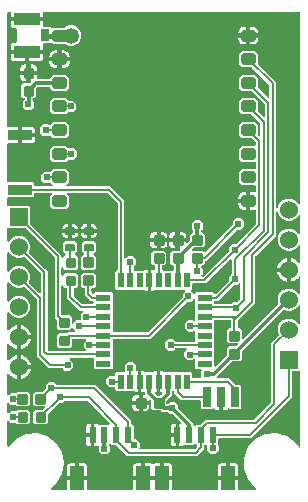
<source format=gbr>
G04 EAGLE Gerber RS-274X export*
G75*
%MOMM*%
%FSLAX34Y34*%
%LPD*%
%INTop Copper*%
%IPPOS*%
%AMOC8*
5,1,8,0,0,1.08239X$1,22.5*%
G01*
%ADD10C,0.222250*%
%ADD11C,0.500000*%
%ADD12R,2.200000X1.050000*%
%ADD13R,0.800000X1.000000*%
%ADD14R,0.600000X1.350000*%
%ADD15R,1.200000X2.000000*%
%ADD16R,2.000000X0.870000*%
%ADD17R,0.558800X1.270000*%
%ADD18R,1.270000X0.558800*%
%ADD19C,0.158750*%
%ADD20R,1.524000X1.524000*%
%ADD21C,1.524000*%
%ADD22R,0.700000X1.700000*%
%ADD23C,0.609600*%
%ADD24C,0.304800*%
%ADD25C,0.203200*%
%ADD26C,0.406400*%
%ADD27C,1.350000*%

G36*
X123827Y138798D02*
X123827Y138798D01*
X123848Y138796D01*
X123958Y138818D01*
X124069Y138835D01*
X124088Y138844D01*
X124109Y138848D01*
X124147Y138872D01*
X124309Y138950D01*
X124391Y139027D01*
X124435Y139055D01*
X153409Y168029D01*
X153422Y168046D01*
X153438Y168060D01*
X153454Y168083D01*
X153466Y168094D01*
X153493Y168142D01*
X153500Y168153D01*
X153567Y168243D01*
X153574Y168263D01*
X153585Y168281D01*
X153594Y168319D01*
X153598Y168325D01*
X153602Y168344D01*
X153654Y168494D01*
X153658Y168607D01*
X153669Y168658D01*
X153669Y171163D01*
X155787Y173281D01*
X155818Y173322D01*
X155855Y173358D01*
X155896Y173429D01*
X155945Y173495D01*
X155962Y173544D01*
X155987Y173588D01*
X156005Y173668D01*
X156032Y173746D01*
X156034Y173798D01*
X156045Y173848D01*
X156038Y173930D01*
X156041Y174012D01*
X156028Y174061D01*
X156023Y174113D01*
X155993Y174189D01*
X155971Y174268D01*
X155944Y174312D01*
X155924Y174360D01*
X155873Y174423D01*
X155829Y174492D01*
X155789Y174526D01*
X155757Y174566D01*
X155688Y174611D01*
X155626Y174664D01*
X155579Y174685D01*
X155536Y174713D01*
X155485Y174725D01*
X155382Y174769D01*
X155203Y174787D01*
X155159Y174797D01*
X153711Y174797D01*
X153617Y174830D01*
X153523Y174870D01*
X153492Y174873D01*
X153463Y174883D01*
X153361Y174887D01*
X153258Y174898D01*
X153228Y174892D01*
X153198Y174893D01*
X153099Y174866D01*
X152998Y174846D01*
X152978Y174833D01*
X152941Y174823D01*
X152901Y174797D01*
X145711Y174797D01*
X145617Y174830D01*
X145523Y174870D01*
X145492Y174873D01*
X145463Y174883D01*
X145361Y174887D01*
X145258Y174898D01*
X145228Y174892D01*
X145198Y174893D01*
X145099Y174866D01*
X144998Y174846D01*
X144978Y174833D01*
X144941Y174823D01*
X144901Y174797D01*
X137711Y174797D01*
X137617Y174830D01*
X137523Y174870D01*
X137492Y174873D01*
X137463Y174883D01*
X137361Y174887D01*
X137258Y174898D01*
X137228Y174892D01*
X137198Y174893D01*
X137099Y174866D01*
X136998Y174846D01*
X136978Y174833D01*
X136941Y174823D01*
X136901Y174797D01*
X130276Y174797D01*
X130256Y174794D01*
X130235Y174796D01*
X130124Y174774D01*
X130014Y174757D01*
X129995Y174748D01*
X129974Y174744D01*
X129935Y174720D01*
X129774Y174642D01*
X129692Y174565D01*
X129690Y174564D01*
X129075Y174208D01*
X128429Y174035D01*
X126696Y174035D01*
X126696Y182418D01*
X126681Y182519D01*
X126673Y182622D01*
X126661Y182650D01*
X126656Y182681D01*
X126612Y182773D01*
X126574Y182868D01*
X126554Y182892D01*
X126541Y182920D01*
X126531Y182930D01*
X126555Y182972D01*
X126612Y183057D01*
X126618Y183081D01*
X126636Y183114D01*
X126694Y183373D01*
X126691Y183411D01*
X126696Y183434D01*
X126696Y191817D01*
X128429Y191817D01*
X129075Y191644D01*
X129173Y191587D01*
X129237Y191562D01*
X129296Y191528D01*
X129360Y191514D01*
X129420Y191490D01*
X129489Y191485D01*
X129556Y191470D01*
X129621Y191475D01*
X129685Y191470D01*
X129752Y191486D01*
X129821Y191492D01*
X129881Y191516D01*
X129944Y191530D01*
X130004Y191565D01*
X130068Y191591D01*
X130118Y191632D01*
X130174Y191664D01*
X130221Y191715D01*
X130274Y191758D01*
X130310Y191812D01*
X130354Y191860D01*
X130383Y191922D01*
X130421Y191979D01*
X130431Y192023D01*
X130468Y192100D01*
X130502Y192343D01*
X130505Y192356D01*
X130505Y194564D01*
X130490Y194666D01*
X130482Y194768D01*
X130470Y194796D01*
X130465Y194827D01*
X130421Y194919D01*
X130383Y195015D01*
X130363Y195038D01*
X130350Y195066D01*
X130280Y195141D01*
X130215Y195221D01*
X130189Y195238D01*
X130168Y195260D01*
X130079Y195311D01*
X129994Y195368D01*
X129970Y195374D01*
X129938Y195392D01*
X129678Y195450D01*
X129640Y195447D01*
X129617Y195452D01*
X128819Y195452D01*
X127126Y197145D01*
X127126Y206207D01*
X128819Y207900D01*
X137881Y207900D01*
X139574Y206207D01*
X139574Y197145D01*
X137881Y195452D01*
X136983Y195452D01*
X136881Y195437D01*
X136779Y195429D01*
X136751Y195417D01*
X136720Y195412D01*
X136628Y195368D01*
X136532Y195330D01*
X136509Y195310D01*
X136481Y195297D01*
X136406Y195227D01*
X136326Y195162D01*
X136309Y195136D01*
X136287Y195115D01*
X136236Y195026D01*
X136179Y194941D01*
X136173Y194917D01*
X136155Y194885D01*
X136097Y194625D01*
X136100Y194587D01*
X136095Y194564D01*
X136095Y191943D01*
X136110Y191841D01*
X136118Y191739D01*
X136130Y191711D01*
X136135Y191680D01*
X136179Y191588D01*
X136217Y191492D01*
X136237Y191469D01*
X136250Y191441D01*
X136320Y191366D01*
X136385Y191286D01*
X136411Y191269D01*
X136432Y191247D01*
X136521Y191196D01*
X136606Y191139D01*
X136630Y191133D01*
X136662Y191115D01*
X136868Y191069D01*
X136886Y191056D01*
X136983Y191022D01*
X137077Y190982D01*
X137108Y190979D01*
X137137Y190969D01*
X137240Y190965D01*
X137342Y190954D01*
X137372Y190960D01*
X137403Y190959D01*
X137502Y190986D01*
X137602Y191007D01*
X137623Y191019D01*
X137659Y191029D01*
X137699Y191055D01*
X145109Y191055D01*
X145211Y191070D01*
X145313Y191078D01*
X145341Y191090D01*
X145372Y191095D01*
X145464Y191139D01*
X145560Y191177D01*
X145583Y191197D01*
X145611Y191210D01*
X145686Y191280D01*
X145766Y191345D01*
X145783Y191371D01*
X145805Y191392D01*
X145856Y191481D01*
X145913Y191566D01*
X145919Y191590D01*
X145937Y191622D01*
X145995Y191882D01*
X145992Y191920D01*
X145997Y191943D01*
X145997Y194564D01*
X145982Y194666D01*
X145974Y194768D01*
X145962Y194796D01*
X145957Y194827D01*
X145913Y194919D01*
X145875Y195015D01*
X145855Y195038D01*
X145842Y195066D01*
X145772Y195141D01*
X145707Y195221D01*
X145681Y195238D01*
X145660Y195260D01*
X145571Y195311D01*
X145486Y195368D01*
X145462Y195374D01*
X145430Y195392D01*
X145170Y195450D01*
X145132Y195447D01*
X145109Y195452D01*
X144821Y195452D01*
X143128Y197145D01*
X143128Y206207D01*
X144821Y207900D01*
X150537Y207900D01*
X150558Y207903D01*
X150579Y207901D01*
X150689Y207923D01*
X150800Y207940D01*
X150819Y207949D01*
X150839Y207953D01*
X150878Y207977D01*
X151039Y208055D01*
X151122Y208132D01*
X151165Y208160D01*
X151419Y208414D01*
X151450Y208455D01*
X151488Y208491D01*
X151528Y208562D01*
X151577Y208628D01*
X151594Y208677D01*
X151619Y208721D01*
X151637Y208801D01*
X151664Y208879D01*
X151666Y208931D01*
X151677Y208981D01*
X151671Y209063D01*
X151673Y209145D01*
X151660Y209194D01*
X151656Y209246D01*
X151625Y209322D01*
X151604Y209401D01*
X151576Y209445D01*
X151557Y209493D01*
X151505Y209556D01*
X151461Y209625D01*
X151422Y209659D01*
X151389Y209699D01*
X151321Y209744D01*
X151258Y209797D01*
X151211Y209818D01*
X151168Y209846D01*
X151129Y209855D01*
X151129Y215139D01*
X156408Y215139D01*
X156414Y215118D01*
X156458Y215049D01*
X156493Y214975D01*
X156528Y214937D01*
X156556Y214894D01*
X156619Y214840D01*
X156675Y214780D01*
X156719Y214755D01*
X156759Y214721D01*
X156834Y214689D01*
X156905Y214649D01*
X156956Y214637D01*
X157003Y214617D01*
X157085Y214609D01*
X157165Y214591D01*
X157216Y214595D01*
X157268Y214590D01*
X157348Y214606D01*
X157430Y214612D01*
X157478Y214632D01*
X157528Y214642D01*
X157572Y214669D01*
X157677Y214711D01*
X157816Y214824D01*
X157854Y214849D01*
X159632Y216627D01*
X159645Y216644D01*
X159661Y216657D01*
X159723Y216751D01*
X159790Y216841D01*
X159797Y216861D01*
X159808Y216878D01*
X159818Y216923D01*
X159877Y217092D01*
X159881Y217205D01*
X159892Y217255D01*
X159892Y221447D01*
X161585Y223140D01*
X161925Y223140D01*
X162027Y223155D01*
X162129Y223163D01*
X162157Y223175D01*
X162188Y223180D01*
X162280Y223224D01*
X162376Y223262D01*
X162399Y223282D01*
X162427Y223295D01*
X162502Y223365D01*
X162582Y223430D01*
X162599Y223456D01*
X162621Y223477D01*
X162672Y223566D01*
X162729Y223651D01*
X162735Y223675D01*
X162753Y223707D01*
X162811Y223967D01*
X162808Y224005D01*
X162813Y224028D01*
X162813Y224709D01*
X162810Y224729D01*
X162812Y224750D01*
X162790Y224861D01*
X162773Y224972D01*
X162764Y224990D01*
X162760Y225011D01*
X162736Y225050D01*
X162658Y225211D01*
X162581Y225293D01*
X162553Y225337D01*
X161289Y226601D01*
X161289Y230599D01*
X164117Y233427D01*
X168115Y233427D01*
X170943Y230599D01*
X170943Y226601D01*
X169679Y225337D01*
X169666Y225320D01*
X169650Y225307D01*
X169588Y225213D01*
X169521Y225123D01*
X169514Y225103D01*
X169503Y225086D01*
X169493Y225041D01*
X169434Y224872D01*
X169430Y224759D01*
X169419Y224709D01*
X169419Y224028D01*
X169434Y223926D01*
X169442Y223824D01*
X169454Y223796D01*
X169459Y223765D01*
X169503Y223673D01*
X169541Y223577D01*
X169561Y223554D01*
X169574Y223526D01*
X169644Y223451D01*
X169709Y223371D01*
X169735Y223354D01*
X169756Y223332D01*
X169845Y223281D01*
X169930Y223224D01*
X169954Y223218D01*
X169986Y223200D01*
X170246Y223142D01*
X170284Y223145D01*
X170307Y223140D01*
X170647Y223140D01*
X172340Y221447D01*
X172340Y212385D01*
X170647Y210692D01*
X163407Y210692D01*
X163386Y210689D01*
X163365Y210691D01*
X163255Y210669D01*
X163144Y210652D01*
X163125Y210643D01*
X163105Y210639D01*
X163066Y210615D01*
X162905Y210537D01*
X162822Y210460D01*
X162779Y210432D01*
X161763Y209416D01*
X161732Y209375D01*
X161694Y209339D01*
X161654Y209268D01*
X161605Y209202D01*
X161588Y209153D01*
X161563Y209109D01*
X161545Y209029D01*
X161518Y208951D01*
X161516Y208899D01*
X161505Y208849D01*
X161511Y208767D01*
X161509Y208685D01*
X161522Y208636D01*
X161526Y208584D01*
X161557Y208508D01*
X161578Y208429D01*
X161606Y208385D01*
X161625Y208337D01*
X161677Y208274D01*
X161721Y208205D01*
X161760Y208171D01*
X161793Y208131D01*
X161861Y208086D01*
X161924Y208033D01*
X161971Y208012D01*
X162014Y207984D01*
X162064Y207972D01*
X162168Y207928D01*
X162346Y207910D01*
X162391Y207900D01*
X170647Y207900D01*
X171937Y206610D01*
X172020Y206549D01*
X172098Y206482D01*
X172126Y206470D01*
X172151Y206452D01*
X172248Y206418D01*
X172342Y206378D01*
X172373Y206375D01*
X172402Y206364D01*
X172505Y206361D01*
X172607Y206350D01*
X172637Y206356D01*
X172668Y206355D01*
X172767Y206382D01*
X172867Y206402D01*
X172888Y206415D01*
X172924Y206425D01*
X173148Y206568D01*
X173173Y206597D01*
X173193Y206610D01*
X195827Y229243D01*
X195840Y229260D01*
X195856Y229274D01*
X195918Y229367D01*
X195985Y229457D01*
X195992Y229477D01*
X196003Y229495D01*
X196013Y229539D01*
X196072Y229708D01*
X196076Y229821D01*
X196087Y229872D01*
X196087Y232377D01*
X198915Y235205D01*
X202913Y235205D01*
X205741Y232377D01*
X205741Y228379D01*
X202913Y225551D01*
X200408Y225551D01*
X200387Y225548D01*
X200366Y225550D01*
X200256Y225528D01*
X200145Y225511D01*
X200126Y225502D01*
X200105Y225498D01*
X200067Y225474D01*
X199905Y225396D01*
X199823Y225319D01*
X199779Y225291D01*
X173370Y198881D01*
X173228Y198881D01*
X173126Y198866D01*
X173024Y198858D01*
X172996Y198846D01*
X172965Y198841D01*
X172873Y198797D01*
X172777Y198759D01*
X172754Y198739D01*
X172726Y198726D01*
X172651Y198656D01*
X172571Y198591D01*
X172554Y198565D01*
X172532Y198544D01*
X172481Y198455D01*
X172424Y198370D01*
X172418Y198346D01*
X172400Y198314D01*
X172342Y198054D01*
X172344Y198028D01*
X172342Y198019D01*
X172343Y198007D01*
X172340Y197993D01*
X172340Y197145D01*
X170647Y195452D01*
X170134Y195452D01*
X170083Y195445D01*
X170032Y195446D01*
X169952Y195425D01*
X169871Y195412D01*
X169825Y195390D01*
X169775Y195376D01*
X169706Y195332D01*
X169632Y195297D01*
X169594Y195262D01*
X169551Y195234D01*
X169498Y195171D01*
X169438Y195115D01*
X169412Y195071D01*
X169379Y195031D01*
X169346Y194956D01*
X169306Y194885D01*
X169295Y194834D01*
X169274Y194787D01*
X169266Y194705D01*
X169248Y194625D01*
X169252Y194574D01*
X169247Y194522D01*
X169263Y194442D01*
X169270Y194360D01*
X169289Y194312D01*
X169299Y194262D01*
X169327Y194218D01*
X169369Y194113D01*
X169482Y193974D01*
X169506Y193936D01*
X170943Y192499D01*
X170943Y188501D01*
X169679Y187237D01*
X169648Y187196D01*
X169611Y187160D01*
X169570Y187089D01*
X169521Y187023D01*
X169504Y186974D01*
X169479Y186930D01*
X169461Y186850D01*
X169434Y186772D01*
X169432Y186720D01*
X169421Y186670D01*
X169428Y186588D01*
X169425Y186506D01*
X169438Y186457D01*
X169443Y186405D01*
X169473Y186329D01*
X169495Y186250D01*
X169522Y186206D01*
X169542Y186158D01*
X169593Y186095D01*
X169637Y186026D01*
X169677Y185992D01*
X169709Y185952D01*
X169778Y185907D01*
X169840Y185854D01*
X169887Y185833D01*
X169930Y185805D01*
X169981Y185793D01*
X170084Y185749D01*
X170263Y185731D01*
X170307Y185721D01*
X170478Y185721D01*
X170499Y185724D01*
X170520Y185722D01*
X170630Y185744D01*
X170741Y185761D01*
X170760Y185770D01*
X170781Y185774D01*
X170819Y185798D01*
X170981Y185876D01*
X171063Y185953D01*
X171107Y185981D01*
X192779Y207653D01*
X192792Y207670D01*
X192808Y207684D01*
X192870Y207777D01*
X192937Y207867D01*
X192944Y207887D01*
X192955Y207905D01*
X192965Y207949D01*
X193024Y208118D01*
X193028Y208231D01*
X193039Y208282D01*
X193039Y210787D01*
X195867Y213615D01*
X198372Y213615D01*
X198393Y213618D01*
X198414Y213616D01*
X198524Y213638D01*
X198635Y213655D01*
X198654Y213664D01*
X198675Y213668D01*
X198713Y213692D01*
X198875Y213770D01*
X198957Y213847D01*
X199001Y213875D01*
X215385Y230259D01*
X215398Y230276D01*
X215414Y230290D01*
X215476Y230383D01*
X215543Y230473D01*
X215550Y230493D01*
X215561Y230511D01*
X215571Y230555D01*
X215630Y230724D01*
X215634Y230837D01*
X215645Y230888D01*
X215645Y241893D01*
X215644Y241904D01*
X215645Y241914D01*
X215624Y242035D01*
X215605Y242156D01*
X215601Y242165D01*
X215599Y242176D01*
X215543Y242285D01*
X215490Y242395D01*
X215483Y242403D01*
X215478Y242412D01*
X215392Y242500D01*
X215308Y242590D01*
X215299Y242595D01*
X215292Y242602D01*
X215184Y242661D01*
X215078Y242722D01*
X215067Y242724D01*
X215058Y242729D01*
X214938Y242753D01*
X214818Y242779D01*
X214808Y242778D01*
X214797Y242780D01*
X214767Y242775D01*
X214553Y242758D01*
X214465Y242722D01*
X214417Y242714D01*
X214270Y242653D01*
X213296Y242459D01*
X211077Y242459D01*
X211077Y249111D01*
X211062Y249212D01*
X211053Y249315D01*
X211042Y249343D01*
X211037Y249374D01*
X210993Y249466D01*
X210954Y249561D01*
X210935Y249585D01*
X210922Y249613D01*
X210852Y249688D01*
X210787Y249768D01*
X210761Y249785D01*
X210740Y249807D01*
X210651Y249858D01*
X210566Y249915D01*
X210542Y249920D01*
X210509Y249939D01*
X210250Y249997D01*
X210212Y249994D01*
X210189Y249999D01*
X209299Y249999D01*
X209299Y250001D01*
X210189Y250001D01*
X210290Y250016D01*
X210393Y250025D01*
X210421Y250036D01*
X210452Y250041D01*
X210544Y250085D01*
X210639Y250124D01*
X210663Y250143D01*
X210691Y250156D01*
X210766Y250226D01*
X210846Y250291D01*
X210863Y250317D01*
X210885Y250338D01*
X210936Y250427D01*
X210993Y250512D01*
X210998Y250536D01*
X211017Y250569D01*
X211075Y250828D01*
X211072Y250866D01*
X211077Y250889D01*
X211077Y257541D01*
X213296Y257541D01*
X214270Y257347D01*
X214417Y257286D01*
X214427Y257284D01*
X214436Y257278D01*
X214556Y257252D01*
X214675Y257222D01*
X214686Y257223D01*
X214696Y257221D01*
X214818Y257231D01*
X214940Y257238D01*
X214950Y257241D01*
X214961Y257242D01*
X215074Y257288D01*
X215189Y257331D01*
X215198Y257337D01*
X215208Y257341D01*
X215303Y257419D01*
X215400Y257494D01*
X215406Y257502D01*
X215414Y257509D01*
X215483Y257612D01*
X215552Y257711D01*
X215556Y257721D01*
X215561Y257730D01*
X215568Y257761D01*
X215634Y257964D01*
X215635Y258060D01*
X215645Y258107D01*
X215645Y262333D01*
X215630Y262435D01*
X215622Y262537D01*
X215610Y262565D01*
X215605Y262596D01*
X215561Y262688D01*
X215523Y262784D01*
X215503Y262807D01*
X215490Y262835D01*
X215420Y262910D01*
X215355Y262990D01*
X215329Y263007D01*
X215308Y263029D01*
X215219Y263080D01*
X215134Y263137D01*
X215110Y263143D01*
X215078Y263161D01*
X214818Y263219D01*
X214780Y263216D01*
X214757Y263221D01*
X204028Y263221D01*
X201521Y265728D01*
X201521Y274272D01*
X204028Y276779D01*
X214757Y276779D01*
X214859Y276794D01*
X214961Y276802D01*
X214989Y276814D01*
X215020Y276819D01*
X215112Y276863D01*
X215208Y276901D01*
X215231Y276921D01*
X215259Y276934D01*
X215334Y277004D01*
X215414Y277069D01*
X215431Y277095D01*
X215453Y277116D01*
X215504Y277205D01*
X215561Y277290D01*
X215567Y277314D01*
X215585Y277346D01*
X215643Y277606D01*
X215640Y277644D01*
X215645Y277667D01*
X215645Y282333D01*
X215630Y282435D01*
X215622Y282537D01*
X215610Y282565D01*
X215605Y282596D01*
X215561Y282688D01*
X215523Y282784D01*
X215503Y282807D01*
X215490Y282835D01*
X215420Y282910D01*
X215355Y282990D01*
X215329Y283007D01*
X215308Y283029D01*
X215219Y283080D01*
X215134Y283137D01*
X215110Y283143D01*
X215078Y283161D01*
X214818Y283219D01*
X214780Y283216D01*
X214757Y283221D01*
X204028Y283221D01*
X201521Y285728D01*
X201521Y294272D01*
X204028Y296779D01*
X214757Y296779D01*
X214859Y296794D01*
X214961Y296802D01*
X214989Y296814D01*
X215020Y296819D01*
X215112Y296863D01*
X215208Y296901D01*
X215231Y296921D01*
X215259Y296934D01*
X215334Y297004D01*
X215414Y297069D01*
X215431Y297095D01*
X215453Y297116D01*
X215504Y297205D01*
X215561Y297290D01*
X215567Y297314D01*
X215585Y297346D01*
X215643Y297606D01*
X215640Y297644D01*
X215645Y297667D01*
X215645Y299334D01*
X215642Y299355D01*
X215644Y299376D01*
X215622Y299486D01*
X215605Y299597D01*
X215596Y299616D01*
X215592Y299637D01*
X215568Y299675D01*
X215490Y299837D01*
X215413Y299919D01*
X215385Y299963D01*
X212387Y302961D01*
X212370Y302974D01*
X212356Y302990D01*
X212263Y303052D01*
X212173Y303119D01*
X212153Y303126D01*
X212135Y303137D01*
X212091Y303147D01*
X211922Y303206D01*
X211809Y303210D01*
X211758Y303221D01*
X204028Y303221D01*
X201521Y305728D01*
X201521Y314272D01*
X204028Y316779D01*
X214572Y316779D01*
X217079Y314272D01*
X217079Y306542D01*
X217082Y306521D01*
X217080Y306500D01*
X217102Y306390D01*
X217119Y306279D01*
X217128Y306260D01*
X217132Y306239D01*
X217156Y306201D01*
X217234Y306039D01*
X217311Y305957D01*
X217339Y305913D01*
X217939Y305313D01*
X217980Y305283D01*
X218016Y305245D01*
X218087Y305204D01*
X218153Y305156D01*
X218202Y305139D01*
X218246Y305113D01*
X218326Y305095D01*
X218404Y305068D01*
X218456Y305067D01*
X218506Y305055D01*
X218588Y305062D01*
X218670Y305059D01*
X218719Y305073D01*
X218771Y305077D01*
X218847Y305107D01*
X218926Y305129D01*
X218970Y305157D01*
X219018Y305176D01*
X219081Y305228D01*
X219150Y305272D01*
X219184Y305311D01*
X219224Y305344D01*
X219269Y305412D01*
X219322Y305474D01*
X219343Y305522D01*
X219371Y305565D01*
X219383Y305615D01*
X219427Y305719D01*
X219445Y305897D01*
X219455Y305941D01*
X219455Y315524D01*
X219452Y315545D01*
X219454Y315566D01*
X219432Y315676D01*
X219415Y315787D01*
X219406Y315806D01*
X219402Y315827D01*
X219378Y315865D01*
X219300Y316027D01*
X219223Y316109D01*
X219195Y316153D01*
X212387Y322961D01*
X212379Y322967D01*
X212376Y322970D01*
X212368Y322975D01*
X212356Y322990D01*
X212263Y323052D01*
X212173Y323119D01*
X212153Y323126D01*
X212135Y323137D01*
X212091Y323147D01*
X211922Y323206D01*
X211809Y323210D01*
X211758Y323221D01*
X204028Y323221D01*
X201521Y325728D01*
X201521Y334272D01*
X204028Y336779D01*
X214572Y336779D01*
X217079Y334272D01*
X217079Y326542D01*
X217082Y326521D01*
X217080Y326500D01*
X217102Y326389D01*
X217119Y326279D01*
X217128Y326260D01*
X217132Y326239D01*
X217156Y326201D01*
X217234Y326039D01*
X217311Y325957D01*
X217339Y325913D01*
X221749Y321503D01*
X221790Y321473D01*
X221826Y321435D01*
X221897Y321394D01*
X221963Y321346D01*
X222012Y321329D01*
X222056Y321303D01*
X222136Y321285D01*
X222214Y321258D01*
X222266Y321257D01*
X222316Y321245D01*
X222398Y321252D01*
X222480Y321249D01*
X222529Y321263D01*
X222581Y321267D01*
X222657Y321297D01*
X222736Y321319D01*
X222780Y321347D01*
X222828Y321366D01*
X222891Y321418D01*
X222960Y321462D01*
X222994Y321501D01*
X223034Y321534D01*
X223079Y321602D01*
X223132Y321664D01*
X223153Y321712D01*
X223181Y321755D01*
X223193Y321805D01*
X223237Y321909D01*
X223255Y322087D01*
X223265Y322131D01*
X223265Y331714D01*
X223262Y331735D01*
X223264Y331756D01*
X223242Y331866D01*
X223225Y331977D01*
X223216Y331996D01*
X223212Y332017D01*
X223188Y332055D01*
X223110Y332217D01*
X223033Y332299D01*
X223005Y332343D01*
X212387Y342961D01*
X212370Y342974D01*
X212356Y342990D01*
X212263Y343052D01*
X212173Y343119D01*
X212153Y343126D01*
X212135Y343137D01*
X212091Y343147D01*
X211922Y343206D01*
X211809Y343210D01*
X211758Y343221D01*
X204028Y343221D01*
X201521Y345728D01*
X201521Y354272D01*
X204028Y356779D01*
X214572Y356779D01*
X217079Y354272D01*
X217079Y346542D01*
X217082Y346521D01*
X217080Y346500D01*
X217102Y346389D01*
X217119Y346279D01*
X217128Y346260D01*
X217132Y346239D01*
X217156Y346201D01*
X217234Y346039D01*
X217311Y345957D01*
X217339Y345913D01*
X225559Y337693D01*
X225600Y337663D01*
X225636Y337625D01*
X225707Y337584D01*
X225773Y337536D01*
X225822Y337519D01*
X225866Y337493D01*
X225946Y337475D01*
X226024Y337448D01*
X226076Y337447D01*
X226126Y337435D01*
X226208Y337442D01*
X226290Y337439D01*
X226339Y337453D01*
X226391Y337457D01*
X226467Y337487D01*
X226546Y337509D01*
X226590Y337537D01*
X226638Y337556D01*
X226701Y337608D01*
X226770Y337652D01*
X226804Y337691D01*
X226844Y337724D01*
X226889Y337792D01*
X226942Y337854D01*
X226963Y337902D01*
X226991Y337945D01*
X227003Y337995D01*
X227047Y338099D01*
X227065Y338277D01*
X227075Y338321D01*
X227075Y347904D01*
X227072Y347925D01*
X227074Y347946D01*
X227052Y348056D01*
X227035Y348167D01*
X227026Y348186D01*
X227022Y348207D01*
X226998Y348245D01*
X226920Y348407D01*
X226843Y348489D01*
X226815Y348533D01*
X212387Y362961D01*
X212370Y362974D01*
X212356Y362990D01*
X212263Y363052D01*
X212173Y363119D01*
X212153Y363126D01*
X212135Y363137D01*
X212091Y363147D01*
X211922Y363206D01*
X211809Y363210D01*
X211758Y363221D01*
X204028Y363221D01*
X201521Y365728D01*
X201521Y374272D01*
X204028Y376779D01*
X214572Y376779D01*
X217079Y374272D01*
X217079Y366542D01*
X217082Y366521D01*
X217080Y366500D01*
X217102Y366390D01*
X217119Y366279D01*
X217128Y366260D01*
X217132Y366239D01*
X217156Y366201D01*
X217234Y366039D01*
X217311Y365957D01*
X217339Y365913D01*
X232665Y350588D01*
X232665Y245196D01*
X232679Y245104D01*
X232684Y245012D01*
X232698Y244973D01*
X232705Y244933D01*
X232745Y244850D01*
X232777Y244763D01*
X232802Y244731D01*
X232820Y244693D01*
X232883Y244626D01*
X232940Y244553D01*
X232974Y244529D01*
X233002Y244499D01*
X233082Y244453D01*
X233157Y244400D01*
X233197Y244388D01*
X233232Y244367D01*
X233322Y244347D01*
X233410Y244319D01*
X233452Y244318D01*
X233492Y244309D01*
X233584Y244317D01*
X233676Y244316D01*
X233716Y244328D01*
X233757Y244331D01*
X233843Y244365D01*
X233931Y244392D01*
X233965Y244415D01*
X234004Y244430D01*
X234075Y244488D01*
X234152Y244540D01*
X234170Y244565D01*
X234210Y244598D01*
X234357Y244819D01*
X234362Y244839D01*
X234374Y244856D01*
X235632Y247894D01*
X238276Y250538D01*
X241730Y251969D01*
X245470Y251969D01*
X248924Y250538D01*
X251568Y247894D01*
X251683Y247615D01*
X251731Y247536D01*
X251771Y247453D01*
X251799Y247423D01*
X251821Y247387D01*
X251890Y247326D01*
X251953Y247259D01*
X251988Y247238D01*
X252019Y247211D01*
X252103Y247172D01*
X252183Y247127D01*
X252224Y247118D01*
X252261Y247101D01*
X252353Y247089D01*
X252443Y247069D01*
X252484Y247072D01*
X252525Y247067D01*
X252616Y247083D01*
X252708Y247090D01*
X252746Y247106D01*
X252787Y247113D01*
X252869Y247155D01*
X252955Y247189D01*
X252987Y247215D01*
X253023Y247234D01*
X253089Y247299D01*
X253161Y247357D01*
X253184Y247391D01*
X253213Y247420D01*
X253257Y247501D01*
X253308Y247578D01*
X253315Y247609D01*
X253340Y247654D01*
X253391Y247915D01*
X253388Y247935D01*
X253392Y247955D01*
X253392Y408904D01*
X253377Y409006D01*
X253369Y409108D01*
X253357Y409136D01*
X253352Y409167D01*
X253308Y409259D01*
X253270Y409355D01*
X253250Y409378D01*
X253237Y409406D01*
X253167Y409481D01*
X253102Y409561D01*
X253076Y409578D01*
X253055Y409600D01*
X252966Y409651D01*
X252881Y409708D01*
X252857Y409714D01*
X252825Y409732D01*
X252565Y409790D01*
X252527Y409787D01*
X252504Y409792D01*
X36311Y409792D01*
X36209Y409777D01*
X36107Y409769D01*
X36079Y409757D01*
X36048Y409752D01*
X35956Y409708D01*
X35860Y409670D01*
X35837Y409650D01*
X35809Y409637D01*
X35734Y409567D01*
X35654Y409502D01*
X35637Y409476D01*
X35615Y409455D01*
X35564Y409366D01*
X35507Y409281D01*
X35501Y409257D01*
X35483Y409225D01*
X35425Y408965D01*
X35428Y408927D01*
X35423Y408904D01*
X35423Y405611D01*
X22771Y405611D01*
X22670Y405596D01*
X22567Y405587D01*
X22539Y405576D01*
X22508Y405571D01*
X22416Y405527D01*
X22321Y405488D01*
X22297Y405469D01*
X22269Y405456D01*
X22194Y405386D01*
X22114Y405321D01*
X22097Y405295D01*
X22075Y405274D01*
X22024Y405185D01*
X21967Y405100D01*
X21962Y405076D01*
X21943Y405043D01*
X21885Y404784D01*
X21888Y404746D01*
X21883Y404723D01*
X21883Y402945D01*
X21898Y402844D01*
X21907Y402741D01*
X21918Y402713D01*
X21923Y402682D01*
X21967Y402590D01*
X22006Y402495D01*
X22025Y402471D01*
X22038Y402443D01*
X22108Y402368D01*
X22173Y402288D01*
X22199Y402271D01*
X22220Y402249D01*
X22309Y402198D01*
X22394Y402141D01*
X22418Y402135D01*
X22451Y402117D01*
X22710Y402059D01*
X22748Y402062D01*
X22771Y402057D01*
X35423Y402057D01*
X35423Y398249D01*
X35351Y397981D01*
X35341Y397896D01*
X35323Y397812D01*
X35326Y397764D01*
X35321Y397717D01*
X35337Y397632D01*
X35344Y397547D01*
X35362Y397503D01*
X35371Y397456D01*
X35411Y397380D01*
X35443Y397300D01*
X35473Y397263D01*
X35496Y397221D01*
X35557Y397161D01*
X35611Y397094D01*
X35651Y397068D01*
X35685Y397034D01*
X35761Y396994D01*
X35832Y396947D01*
X35867Y396939D01*
X35920Y396911D01*
X36182Y396863D01*
X36198Y396865D01*
X36209Y396863D01*
X41869Y396863D01*
X42362Y396369D01*
X42445Y396308D01*
X42523Y396242D01*
X42551Y396230D01*
X42576Y396212D01*
X42673Y396178D01*
X42768Y396138D01*
X42798Y396134D01*
X42827Y396124D01*
X42930Y396121D01*
X43032Y396110D01*
X43062Y396116D01*
X43093Y396115D01*
X43192Y396142D01*
X43293Y396162D01*
X43313Y396175D01*
X43349Y396185D01*
X43574Y396328D01*
X43598Y396357D01*
X43618Y396369D01*
X44028Y396779D01*
X53625Y396779D01*
X53646Y396782D01*
X53667Y396780D01*
X53777Y396802D01*
X53888Y396819D01*
X53907Y396828D01*
X53928Y396832D01*
X53966Y396856D01*
X54127Y396934D01*
X54210Y397011D01*
X54253Y397039D01*
X54445Y397230D01*
X57579Y398529D01*
X60973Y398529D01*
X64107Y397230D01*
X66506Y394831D01*
X67805Y391697D01*
X67805Y388303D01*
X66506Y385169D01*
X64107Y382770D01*
X60973Y381471D01*
X57579Y381471D01*
X54445Y382770D01*
X54253Y382961D01*
X54237Y382974D01*
X54223Y382990D01*
X54130Y383052D01*
X54039Y383119D01*
X54020Y383126D01*
X54002Y383137D01*
X53958Y383147D01*
X53788Y383206D01*
X53676Y383210D01*
X53625Y383221D01*
X44028Y383221D01*
X43534Y383715D01*
X43452Y383776D01*
X43373Y383842D01*
X43345Y383854D01*
X43320Y383872D01*
X43223Y383906D01*
X43129Y383946D01*
X43098Y383950D01*
X43069Y383960D01*
X42967Y383963D01*
X42865Y383974D01*
X42834Y383968D01*
X42804Y383969D01*
X42705Y383942D01*
X42604Y383922D01*
X42584Y383909D01*
X42547Y383899D01*
X42323Y383756D01*
X42298Y383727D01*
X42278Y383715D01*
X41869Y383305D01*
X36209Y383305D01*
X36124Y383292D01*
X36038Y383289D01*
X35993Y383273D01*
X35946Y383265D01*
X35869Y383228D01*
X35788Y383199D01*
X35750Y383171D01*
X35707Y383150D01*
X35644Y383091D01*
X35575Y383040D01*
X35547Y383001D01*
X35512Y382968D01*
X35470Y382894D01*
X35419Y382825D01*
X35404Y382779D01*
X35380Y382738D01*
X35362Y382654D01*
X35334Y382573D01*
X35336Y382537D01*
X35323Y382478D01*
X35344Y382213D01*
X35350Y382198D01*
X35351Y382187D01*
X35423Y381919D01*
X35423Y378111D01*
X22771Y378111D01*
X22670Y378096D01*
X22567Y378087D01*
X22539Y378076D01*
X22508Y378071D01*
X22416Y378027D01*
X22321Y377988D01*
X22297Y377969D01*
X22269Y377956D01*
X22194Y377886D01*
X22114Y377821D01*
X22097Y377795D01*
X22075Y377774D01*
X22024Y377685D01*
X21967Y377600D01*
X21962Y377576D01*
X21943Y377543D01*
X21885Y377284D01*
X21888Y377246D01*
X21883Y377223D01*
X21883Y376333D01*
X21881Y376333D01*
X21881Y377223D01*
X21866Y377324D01*
X21857Y377427D01*
X21846Y377455D01*
X21841Y377486D01*
X21797Y377578D01*
X21758Y377673D01*
X21739Y377697D01*
X21726Y377725D01*
X21656Y377800D01*
X21591Y377880D01*
X21565Y377897D01*
X21544Y377919D01*
X21455Y377970D01*
X21370Y378027D01*
X21346Y378032D01*
X21313Y378051D01*
X21054Y378109D01*
X21016Y378106D01*
X20993Y378111D01*
X8341Y378111D01*
X8341Y381919D01*
X8514Y382565D01*
X8849Y383144D01*
X9322Y383617D01*
X9901Y383952D01*
X10547Y384125D01*
X12103Y384125D01*
X12205Y384140D01*
X12307Y384148D01*
X12335Y384160D01*
X12366Y384165D01*
X12458Y384209D01*
X12554Y384247D01*
X12577Y384267D01*
X12605Y384280D01*
X12680Y384350D01*
X12760Y384415D01*
X12777Y384441D01*
X12799Y384462D01*
X12850Y384551D01*
X12907Y384636D01*
X12913Y384660D01*
X12931Y384692D01*
X12989Y384952D01*
X12986Y384990D01*
X12991Y385013D01*
X12991Y395155D01*
X12976Y395257D01*
X12968Y395359D01*
X12956Y395387D01*
X12951Y395418D01*
X12907Y395510D01*
X12869Y395606D01*
X12849Y395629D01*
X12836Y395657D01*
X12766Y395732D01*
X12701Y395812D01*
X12675Y395829D01*
X12654Y395851D01*
X12565Y395902D01*
X12480Y395959D01*
X12456Y395965D01*
X12424Y395983D01*
X12164Y396041D01*
X12126Y396038D01*
X12103Y396043D01*
X10547Y396043D01*
X9901Y396216D01*
X9322Y396551D01*
X8849Y397024D01*
X8514Y397603D01*
X8341Y398249D01*
X8341Y402057D01*
X20993Y402057D01*
X21094Y402072D01*
X21197Y402081D01*
X21225Y402092D01*
X21256Y402097D01*
X21348Y402141D01*
X21443Y402180D01*
X21467Y402199D01*
X21495Y402212D01*
X21570Y402282D01*
X21650Y402347D01*
X21667Y402373D01*
X21689Y402394D01*
X21740Y402483D01*
X21797Y402568D01*
X21802Y402592D01*
X21821Y402624D01*
X21879Y402884D01*
X21876Y402922D01*
X21881Y402945D01*
X21881Y404723D01*
X21866Y404824D01*
X21857Y404927D01*
X21846Y404955D01*
X21841Y404986D01*
X21797Y405078D01*
X21758Y405173D01*
X21739Y405197D01*
X21726Y405225D01*
X21656Y405300D01*
X21591Y405380D01*
X21565Y405397D01*
X21544Y405419D01*
X21455Y405470D01*
X21370Y405527D01*
X21346Y405532D01*
X21313Y405551D01*
X21054Y405609D01*
X21016Y405606D01*
X20993Y405611D01*
X8341Y405611D01*
X8341Y408904D01*
X8326Y409006D01*
X8318Y409108D01*
X8306Y409136D01*
X8301Y409167D01*
X8257Y409259D01*
X8219Y409355D01*
X8199Y409378D01*
X8186Y409406D01*
X8116Y409481D01*
X8051Y409561D01*
X8025Y409578D01*
X8004Y409600D01*
X7915Y409651D01*
X7830Y409708D01*
X7806Y409714D01*
X7774Y409732D01*
X7514Y409790D01*
X7476Y409787D01*
X7453Y409792D01*
X6096Y409792D01*
X5994Y409777D01*
X5892Y409769D01*
X5864Y409757D01*
X5833Y409752D01*
X5741Y409708D01*
X5645Y409670D01*
X5622Y409650D01*
X5594Y409637D01*
X5519Y409567D01*
X5439Y409502D01*
X5422Y409476D01*
X5400Y409455D01*
X5349Y409366D01*
X5292Y409281D01*
X5286Y409257D01*
X5268Y409225D01*
X5210Y408965D01*
X5213Y408927D01*
X5208Y408904D01*
X5208Y313311D01*
X5223Y313209D01*
X5231Y313107D01*
X5243Y313079D01*
X5248Y313048D01*
X5292Y312956D01*
X5330Y312860D01*
X5350Y312837D01*
X5363Y312809D01*
X5433Y312734D01*
X5498Y312654D01*
X5524Y312637D01*
X5545Y312615D01*
X5634Y312564D01*
X5719Y312507D01*
X5743Y312501D01*
X5775Y312483D01*
X6035Y312425D01*
X6073Y312428D01*
X6096Y312423D01*
X14293Y312423D01*
X14293Y306421D01*
X14308Y306320D01*
X14317Y306217D01*
X14328Y306189D01*
X14333Y306158D01*
X14377Y306066D01*
X14416Y305971D01*
X14435Y305947D01*
X14448Y305919D01*
X14518Y305844D01*
X14583Y305764D01*
X14609Y305747D01*
X14630Y305725D01*
X14719Y305674D01*
X14804Y305617D01*
X14828Y305612D01*
X14860Y305593D01*
X15120Y305535D01*
X15158Y305538D01*
X15181Y305533D01*
X16071Y305533D01*
X16071Y305531D01*
X15181Y305531D01*
X15080Y305516D01*
X14977Y305507D01*
X14949Y305496D01*
X14918Y305491D01*
X14826Y305447D01*
X14731Y305408D01*
X14707Y305389D01*
X14679Y305376D01*
X14604Y305306D01*
X14524Y305241D01*
X14507Y305215D01*
X14485Y305194D01*
X14434Y305105D01*
X14377Y305020D01*
X14371Y304996D01*
X14353Y304963D01*
X14295Y304704D01*
X14298Y304666D01*
X14293Y304643D01*
X14293Y298641D01*
X6096Y298641D01*
X5994Y298626D01*
X5892Y298618D01*
X5864Y298606D01*
X5833Y298601D01*
X5741Y298557D01*
X5645Y298519D01*
X5622Y298499D01*
X5594Y298486D01*
X5519Y298416D01*
X5439Y298351D01*
X5422Y298325D01*
X5400Y298304D01*
X5349Y298215D01*
X5292Y298130D01*
X5286Y298106D01*
X5268Y298074D01*
X5210Y297814D01*
X5213Y297776D01*
X5208Y297753D01*
X5208Y266549D01*
X5223Y266447D01*
X5231Y266345D01*
X5243Y266317D01*
X5248Y266286D01*
X5292Y266194D01*
X5330Y266098D01*
X5350Y266075D01*
X5363Y266047D01*
X5433Y265972D01*
X5498Y265892D01*
X5524Y265875D01*
X5545Y265853D01*
X5634Y265802D01*
X5719Y265745D01*
X5743Y265739D01*
X5775Y265721D01*
X6035Y265663D01*
X6073Y265666D01*
X6096Y265661D01*
X26807Y265661D01*
X27849Y264619D01*
X27849Y263215D01*
X27864Y263113D01*
X27872Y263011D01*
X27884Y262983D01*
X27889Y262952D01*
X27933Y262860D01*
X27971Y262764D01*
X27991Y262741D01*
X28004Y262713D01*
X28074Y262638D01*
X28139Y262558D01*
X28165Y262541D01*
X28186Y262519D01*
X28275Y262468D01*
X28360Y262411D01*
X28384Y262405D01*
X28416Y262387D01*
X28676Y262329D01*
X28714Y262332D01*
X28737Y262327D01*
X42778Y262327D01*
X42829Y262334D01*
X42880Y262333D01*
X42960Y262354D01*
X43041Y262367D01*
X43087Y262389D01*
X43137Y262403D01*
X43206Y262447D01*
X43280Y262482D01*
X43318Y262517D01*
X43361Y262545D01*
X43414Y262608D01*
X43474Y262664D01*
X43500Y262708D01*
X43533Y262748D01*
X43566Y262823D01*
X43606Y262894D01*
X43617Y262945D01*
X43638Y262992D01*
X43646Y263074D01*
X43664Y263154D01*
X43660Y263205D01*
X43665Y263257D01*
X43649Y263337D01*
X43642Y263419D01*
X43623Y263467D01*
X43613Y263517D01*
X43585Y263561D01*
X43543Y263666D01*
X43430Y263805D01*
X43406Y263843D01*
X41969Y265280D01*
X41886Y265341D01*
X41808Y265408D01*
X41779Y265420D01*
X41755Y265438D01*
X41658Y265472D01*
X41563Y265512D01*
X41533Y265515D01*
X41504Y265525D01*
X41401Y265529D01*
X41299Y265540D01*
X41269Y265534D01*
X41238Y265535D01*
X41139Y265508D01*
X41038Y265487D01*
X41018Y265475D01*
X40981Y265465D01*
X40757Y265322D01*
X40733Y265293D01*
X40712Y265280D01*
X40607Y265175D01*
X36609Y265175D01*
X33781Y268003D01*
X33781Y272001D01*
X36609Y274829D01*
X40607Y274829D01*
X40714Y274722D01*
X40797Y274661D01*
X40875Y274594D01*
X40904Y274582D01*
X40928Y274564D01*
X41025Y274530D01*
X41120Y274490D01*
X41150Y274487D01*
X41179Y274477D01*
X41282Y274473D01*
X41384Y274462D01*
X41414Y274468D01*
X41445Y274467D01*
X41544Y274494D01*
X41645Y274514D01*
X41665Y274527D01*
X41702Y274537D01*
X41926Y274680D01*
X41950Y274709D01*
X41971Y274722D01*
X44028Y276779D01*
X54572Y276779D01*
X57079Y274272D01*
X57079Y265728D01*
X55194Y263843D01*
X55163Y263802D01*
X55126Y263766D01*
X55085Y263695D01*
X55036Y263629D01*
X55019Y263580D01*
X54994Y263536D01*
X54976Y263456D01*
X54949Y263378D01*
X54947Y263326D01*
X54936Y263276D01*
X54943Y263194D01*
X54940Y263112D01*
X54953Y263063D01*
X54958Y263011D01*
X54988Y262935D01*
X55010Y262856D01*
X55037Y262812D01*
X55057Y262764D01*
X55108Y262701D01*
X55152Y262632D01*
X55192Y262598D01*
X55224Y262558D01*
X55293Y262513D01*
X55355Y262460D01*
X55402Y262439D01*
X55445Y262411D01*
X55496Y262399D01*
X55599Y262355D01*
X55778Y262337D01*
X55822Y262327D01*
X92400Y262327D01*
X94297Y260430D01*
X94297Y260429D01*
X102197Y252529D01*
X102198Y252529D01*
X104095Y250632D01*
X104095Y202393D01*
X104102Y202342D01*
X104101Y202291D01*
X104115Y202238D01*
X104118Y202195D01*
X104128Y202171D01*
X104135Y202130D01*
X104157Y202084D01*
X104171Y202034D01*
X104205Y201980D01*
X104217Y201949D01*
X104230Y201934D01*
X104250Y201891D01*
X104285Y201853D01*
X104313Y201810D01*
X104368Y201763D01*
X104385Y201742D01*
X104396Y201735D01*
X104432Y201697D01*
X104476Y201671D01*
X104516Y201638D01*
X104588Y201607D01*
X104606Y201595D01*
X104612Y201594D01*
X104662Y201565D01*
X104713Y201554D01*
X104760Y201533D01*
X104842Y201525D01*
X104922Y201507D01*
X104973Y201511D01*
X105025Y201506D01*
X105105Y201522D01*
X105187Y201529D01*
X105235Y201548D01*
X105241Y201549D01*
X105252Y201551D01*
X105254Y201552D01*
X105285Y201558D01*
X105329Y201586D01*
X105434Y201628D01*
X105467Y201655D01*
X105491Y201667D01*
X105557Y201728D01*
X105573Y201741D01*
X105611Y201765D01*
X107301Y203455D01*
X111299Y203455D01*
X114127Y200627D01*
X114127Y196629D01*
X112355Y194857D01*
X112342Y194840D01*
X112326Y194827D01*
X112264Y194733D01*
X112197Y194643D01*
X112190Y194623D01*
X112179Y194606D01*
X112169Y194561D01*
X112110Y194392D01*
X112106Y194279D01*
X112095Y194229D01*
X112095Y191943D01*
X112110Y191841D01*
X112118Y191739D01*
X112130Y191711D01*
X112135Y191680D01*
X112179Y191588D01*
X112217Y191492D01*
X112237Y191469D01*
X112250Y191441D01*
X112320Y191366D01*
X112385Y191286D01*
X112411Y191269D01*
X112432Y191247D01*
X112521Y191196D01*
X112606Y191139D01*
X112630Y191133D01*
X112662Y191115D01*
X112868Y191069D01*
X112886Y191056D01*
X112983Y191022D01*
X113077Y190982D01*
X113108Y190979D01*
X113137Y190969D01*
X113240Y190965D01*
X113342Y190954D01*
X113372Y190960D01*
X113403Y190959D01*
X113502Y190986D01*
X113602Y191007D01*
X113623Y191019D01*
X113659Y191029D01*
X113699Y191055D01*
X120324Y191055D01*
X120344Y191058D01*
X120365Y191056D01*
X120476Y191078D01*
X120586Y191095D01*
X120605Y191104D01*
X120626Y191108D01*
X120665Y191132D01*
X120826Y191210D01*
X120908Y191287D01*
X120910Y191288D01*
X121525Y191644D01*
X122171Y191817D01*
X123904Y191817D01*
X123904Y183434D01*
X123919Y183333D01*
X123927Y183230D01*
X123939Y183202D01*
X123943Y183171D01*
X123988Y183079D01*
X124026Y182984D01*
X124046Y182960D01*
X124059Y182932D01*
X124069Y182922D01*
X124045Y182880D01*
X123988Y182795D01*
X123982Y182771D01*
X123964Y182738D01*
X123906Y182479D01*
X123909Y182441D01*
X123904Y182418D01*
X123904Y174035D01*
X122171Y174035D01*
X121525Y174208D01*
X120936Y174548D01*
X120935Y174550D01*
X120922Y174566D01*
X120828Y174628D01*
X120738Y174695D01*
X120718Y174702D01*
X120700Y174713D01*
X120656Y174723D01*
X120487Y174782D01*
X120374Y174786D01*
X120324Y174797D01*
X113711Y174797D01*
X113617Y174830D01*
X113523Y174870D01*
X113492Y174873D01*
X113463Y174883D01*
X113361Y174887D01*
X113258Y174898D01*
X113228Y174892D01*
X113198Y174893D01*
X113099Y174866D01*
X112998Y174846D01*
X112978Y174833D01*
X112941Y174823D01*
X112901Y174797D01*
X105711Y174797D01*
X105617Y174830D01*
X105523Y174870D01*
X105492Y174873D01*
X105463Y174883D01*
X105361Y174887D01*
X105258Y174898D01*
X105228Y174892D01*
X105198Y174893D01*
X105099Y174866D01*
X104998Y174846D01*
X104978Y174833D01*
X104941Y174823D01*
X104901Y174797D01*
X97769Y174797D01*
X96727Y175839D01*
X96727Y190013D01*
X97790Y191076D01*
X97821Y191078D01*
X97849Y191090D01*
X97880Y191095D01*
X97972Y191139D01*
X98068Y191177D01*
X98091Y191197D01*
X98119Y191210D01*
X98194Y191280D01*
X98274Y191345D01*
X98291Y191371D01*
X98313Y191392D01*
X98364Y191481D01*
X98421Y191566D01*
X98427Y191590D01*
X98445Y191622D01*
X98503Y191882D01*
X98500Y191920D01*
X98505Y191943D01*
X98505Y247948D01*
X98502Y247969D01*
X98504Y247990D01*
X98482Y248101D01*
X98465Y248211D01*
X98456Y248230D01*
X98452Y248251D01*
X98428Y248289D01*
X98350Y248451D01*
X98273Y248533D01*
X98245Y248577D01*
X90345Y256477D01*
X90328Y256490D01*
X90314Y256506D01*
X90221Y256568D01*
X90131Y256635D01*
X90111Y256642D01*
X90093Y256653D01*
X90049Y256663D01*
X89880Y256722D01*
X89767Y256726D01*
X89716Y256737D01*
X56758Y256737D01*
X56707Y256730D01*
X56656Y256731D01*
X56576Y256710D01*
X56495Y256697D01*
X56449Y256675D01*
X56399Y256661D01*
X56330Y256617D01*
X56256Y256582D01*
X56218Y256547D01*
X56175Y256519D01*
X56122Y256456D01*
X56062Y256400D01*
X56036Y256356D01*
X56003Y256316D01*
X55970Y256241D01*
X55930Y256170D01*
X55919Y256119D01*
X55898Y256072D01*
X55890Y255990D01*
X55872Y255910D01*
X55876Y255859D01*
X55871Y255807D01*
X55887Y255727D01*
X55894Y255645D01*
X55913Y255597D01*
X55923Y255547D01*
X55951Y255503D01*
X55993Y255398D01*
X56106Y255259D01*
X56130Y255221D01*
X57079Y254272D01*
X57079Y245728D01*
X54572Y243221D01*
X44028Y243221D01*
X41521Y245728D01*
X41521Y254272D01*
X42470Y255221D01*
X42501Y255262D01*
X42538Y255298D01*
X42579Y255369D01*
X42628Y255435D01*
X42645Y255484D01*
X42670Y255528D01*
X42688Y255608D01*
X42715Y255686D01*
X42717Y255738D01*
X42728Y255788D01*
X42721Y255870D01*
X42724Y255952D01*
X42711Y256001D01*
X42706Y256053D01*
X42676Y256129D01*
X42654Y256208D01*
X42627Y256252D01*
X42607Y256300D01*
X42556Y256363D01*
X42512Y256432D01*
X42472Y256466D01*
X42440Y256506D01*
X42371Y256551D01*
X42309Y256604D01*
X42262Y256625D01*
X42219Y256653D01*
X42168Y256665D01*
X42065Y256709D01*
X41886Y256727D01*
X41842Y256737D01*
X28737Y256737D01*
X28635Y256722D01*
X28533Y256714D01*
X28505Y256702D01*
X28474Y256697D01*
X28382Y256653D01*
X28286Y256615D01*
X28263Y256595D01*
X28235Y256582D01*
X28160Y256512D01*
X28080Y256447D01*
X28063Y256421D01*
X28041Y256400D01*
X27990Y256311D01*
X27933Y256226D01*
X27927Y256202D01*
X27909Y256170D01*
X27851Y255910D01*
X27854Y255872D01*
X27849Y255849D01*
X27849Y254445D01*
X26807Y253403D01*
X6096Y253403D01*
X5994Y253388D01*
X5892Y253380D01*
X5864Y253368D01*
X5833Y253363D01*
X5741Y253319D01*
X5645Y253281D01*
X5622Y253261D01*
X5594Y253248D01*
X5519Y253178D01*
X5439Y253113D01*
X5422Y253087D01*
X5400Y253066D01*
X5349Y252977D01*
X5292Y252892D01*
X5286Y252868D01*
X5268Y252836D01*
X5210Y252576D01*
X5213Y252538D01*
X5208Y252515D01*
X5208Y246582D01*
X5215Y246531D01*
X5214Y246479D01*
X5235Y246400D01*
X5248Y246319D01*
X5270Y246272D01*
X5284Y246222D01*
X5328Y246153D01*
X5363Y246080D01*
X5399Y246042D01*
X5426Y245998D01*
X5489Y245945D01*
X5545Y245885D01*
X5590Y245860D01*
X5629Y245826D01*
X5704Y245794D01*
X5775Y245753D01*
X5826Y245742D01*
X5873Y245722D01*
X5955Y245713D01*
X6035Y245695D01*
X6086Y245700D01*
X6138Y245694D01*
X6218Y245710D01*
X6300Y245717D01*
X6348Y245736D01*
X6398Y245746D01*
X6442Y245774D01*
X6547Y245816D01*
X6616Y245873D01*
X23357Y245873D01*
X24399Y244831D01*
X24399Y231396D01*
X24402Y231375D01*
X24400Y231354D01*
X24422Y231244D01*
X24439Y231133D01*
X24448Y231114D01*
X24452Y231093D01*
X24476Y231055D01*
X24554Y230893D01*
X24631Y230811D01*
X24659Y230767D01*
X50801Y204626D01*
X50801Y202892D01*
X50808Y202841D01*
X50807Y202789D01*
X50828Y202710D01*
X50841Y202629D01*
X50863Y202582D01*
X50877Y202533D01*
X50921Y202463D01*
X50956Y202390D01*
X50991Y202352D01*
X51019Y202308D01*
X51082Y202255D01*
X51138Y202195D01*
X51182Y202170D01*
X51222Y202136D01*
X51297Y202104D01*
X51368Y202063D01*
X51419Y202052D01*
X51466Y202032D01*
X51548Y202023D01*
X51628Y202006D01*
X51679Y202010D01*
X51731Y202004D01*
X51811Y202021D01*
X51893Y202027D01*
X51941Y202046D01*
X51991Y202056D01*
X52035Y202084D01*
X52140Y202126D01*
X52279Y202239D01*
X52317Y202264D01*
X54342Y204289D01*
X54403Y204371D01*
X54470Y204450D01*
X54482Y204478D01*
X54500Y204503D01*
X54534Y204600D01*
X54574Y204694D01*
X54577Y204725D01*
X54587Y204754D01*
X54591Y204856D01*
X54601Y204958D01*
X54595Y204989D01*
X54596Y205019D01*
X54569Y205118D01*
X54549Y205219D01*
X54536Y205239D01*
X54526Y205276D01*
X54384Y205500D01*
X54355Y205525D01*
X54342Y205545D01*
X52641Y207246D01*
X52641Y214140D01*
X54148Y215647D01*
X62692Y215647D01*
X64199Y214140D01*
X64199Y207246D01*
X62559Y205606D01*
X62528Y205565D01*
X62491Y205529D01*
X62450Y205458D01*
X62401Y205392D01*
X62384Y205343D01*
X62359Y205299D01*
X62341Y205219D01*
X62314Y205141D01*
X62312Y205089D01*
X62301Y205039D01*
X62308Y204957D01*
X62305Y204875D01*
X62318Y204826D01*
X62323Y204774D01*
X62353Y204698D01*
X62375Y204619D01*
X62402Y204575D01*
X62422Y204527D01*
X62473Y204464D01*
X62517Y204395D01*
X62557Y204361D01*
X62589Y204321D01*
X62658Y204276D01*
X62720Y204223D01*
X62767Y204202D01*
X62810Y204174D01*
X62861Y204162D01*
X62964Y204118D01*
X63143Y204100D01*
X63187Y204090D01*
X63205Y204090D01*
X64898Y202397D01*
X64898Y193335D01*
X63205Y191642D01*
X54143Y191642D01*
X52317Y193468D01*
X52276Y193499D01*
X52240Y193537D01*
X52169Y193577D01*
X52103Y193626D01*
X52054Y193643D01*
X52010Y193669D01*
X51930Y193686D01*
X51852Y193713D01*
X51800Y193715D01*
X51750Y193726D01*
X51668Y193720D01*
X51586Y193723D01*
X51537Y193709D01*
X51485Y193705D01*
X51409Y193674D01*
X51330Y193653D01*
X51286Y193625D01*
X51238Y193606D01*
X51175Y193554D01*
X51106Y193510D01*
X51072Y193471D01*
X51032Y193438D01*
X50987Y193370D01*
X50934Y193307D01*
X50913Y193260D01*
X50885Y193217D01*
X50873Y193167D01*
X50829Y193063D01*
X50811Y192885D01*
X50801Y192840D01*
X50801Y187652D01*
X50808Y187601D01*
X50807Y187549D01*
X50828Y187470D01*
X50841Y187389D01*
X50863Y187342D01*
X50877Y187293D01*
X50921Y187223D01*
X50956Y187150D01*
X50991Y187112D01*
X51019Y187068D01*
X51082Y187015D01*
X51138Y186955D01*
X51182Y186930D01*
X51222Y186896D01*
X51297Y186864D01*
X51368Y186823D01*
X51419Y186812D01*
X51466Y186792D01*
X51548Y186783D01*
X51628Y186766D01*
X51679Y186770D01*
X51731Y186764D01*
X51811Y186781D01*
X51893Y186787D01*
X51941Y186806D01*
X51991Y186816D01*
X52035Y186844D01*
X52140Y186886D01*
X52279Y186999D01*
X52317Y187024D01*
X54143Y188850D01*
X63205Y188850D01*
X64898Y187157D01*
X64898Y178095D01*
X63205Y176402D01*
X62357Y176402D01*
X62255Y176387D01*
X62153Y176379D01*
X62125Y176367D01*
X62094Y176362D01*
X62002Y176318D01*
X61906Y176280D01*
X61883Y176260D01*
X61855Y176247D01*
X61780Y176177D01*
X61700Y176112D01*
X61683Y176086D01*
X61661Y176065D01*
X61610Y175976D01*
X61553Y175891D01*
X61547Y175867D01*
X61529Y175835D01*
X61471Y175575D01*
X61474Y175537D01*
X61469Y175514D01*
X61469Y170436D01*
X61472Y170415D01*
X61470Y170394D01*
X61492Y170284D01*
X61509Y170173D01*
X61518Y170154D01*
X61522Y170133D01*
X61546Y170095D01*
X61600Y169984D01*
X61605Y169972D01*
X61607Y169969D01*
X61624Y169933D01*
X61701Y169851D01*
X61729Y169807D01*
X68481Y163055D01*
X68498Y163042D01*
X68512Y163026D01*
X68605Y162964D01*
X68695Y162897D01*
X68715Y162890D01*
X68733Y162879D01*
X68777Y162869D01*
X68946Y162810D01*
X69059Y162806D01*
X69110Y162795D01*
X77357Y162795D01*
X77459Y162810D01*
X77561Y162818D01*
X77589Y162830D01*
X77620Y162835D01*
X77712Y162879D01*
X77808Y162917D01*
X77831Y162937D01*
X77859Y162950D01*
X77934Y163020D01*
X78014Y163085D01*
X78031Y163111D01*
X78053Y163132D01*
X78104Y163221D01*
X78161Y163306D01*
X78167Y163330D01*
X78185Y163362D01*
X78231Y163568D01*
X78244Y163586D01*
X78278Y163683D01*
X78318Y163777D01*
X78321Y163808D01*
X78331Y163837D01*
X78335Y163940D01*
X78346Y164042D01*
X78340Y164072D01*
X78341Y164103D01*
X78314Y164202D01*
X78293Y164302D01*
X78281Y164323D01*
X78271Y164359D01*
X78229Y164424D01*
X78222Y164521D01*
X78210Y164549D01*
X78205Y164580D01*
X78161Y164672D01*
X78123Y164768D01*
X78103Y164791D01*
X78090Y164819D01*
X78020Y164894D01*
X77955Y164974D01*
X77929Y164991D01*
X77908Y165013D01*
X77819Y165064D01*
X77734Y165121D01*
X77710Y165127D01*
X77678Y165145D01*
X77418Y165203D01*
X77380Y165200D01*
X77357Y165205D01*
X75698Y165205D01*
X70865Y170038D01*
X70865Y175768D01*
X70850Y175870D01*
X70842Y175972D01*
X70830Y176000D01*
X70825Y176031D01*
X70781Y176123D01*
X70743Y176219D01*
X70723Y176242D01*
X70710Y176270D01*
X70640Y176345D01*
X70575Y176425D01*
X70549Y176442D01*
X70528Y176464D01*
X70439Y176515D01*
X70354Y176572D01*
X70330Y176578D01*
X70298Y176596D01*
X70038Y176654D01*
X70000Y176651D01*
X69977Y176656D01*
X69129Y176656D01*
X67436Y178349D01*
X67436Y187411D01*
X69129Y189104D01*
X78191Y189104D01*
X79884Y187411D01*
X79884Y178349D01*
X78191Y176656D01*
X77343Y176656D01*
X77241Y176641D01*
X77139Y176633D01*
X77111Y176621D01*
X77080Y176616D01*
X76988Y176572D01*
X76892Y176534D01*
X76869Y176514D01*
X76841Y176501D01*
X76766Y176431D01*
X76686Y176366D01*
X76669Y176340D01*
X76647Y176319D01*
X76596Y176230D01*
X76539Y176145D01*
X76533Y176121D01*
X76515Y176089D01*
X76457Y175829D01*
X76458Y175817D01*
X76457Y175813D01*
X76459Y175787D01*
X76455Y175768D01*
X76455Y172722D01*
X76458Y172701D01*
X76456Y172680D01*
X76478Y172570D01*
X76495Y172459D01*
X76504Y172440D01*
X76508Y172419D01*
X76532Y172381D01*
X76610Y172219D01*
X76687Y172137D01*
X76715Y172093D01*
X77133Y171675D01*
X77216Y171614D01*
X77294Y171548D01*
X77323Y171536D01*
X77347Y171517D01*
X77444Y171484D01*
X77539Y171443D01*
X77569Y171440D01*
X77598Y171430D01*
X77701Y171426D01*
X77803Y171416D01*
X77833Y171422D01*
X77864Y171421D01*
X77963Y171448D01*
X78064Y171468D01*
X78084Y171481D01*
X78120Y171491D01*
X78345Y171633D01*
X78369Y171662D01*
X78390Y171675D01*
X79287Y172573D01*
X93461Y172573D01*
X94503Y171531D01*
X94503Y164411D01*
X94470Y164317D01*
X94430Y164223D01*
X94427Y164192D01*
X94417Y164163D01*
X94413Y164061D01*
X94402Y163958D01*
X94408Y163928D01*
X94407Y163898D01*
X94434Y163799D01*
X94454Y163698D01*
X94467Y163678D01*
X94477Y163641D01*
X94503Y163601D01*
X94503Y156411D01*
X94470Y156317D01*
X94430Y156223D01*
X94427Y156192D01*
X94417Y156163D01*
X94413Y156061D01*
X94402Y155958D01*
X94408Y155928D01*
X94407Y155898D01*
X94434Y155799D01*
X94454Y155698D01*
X94467Y155678D01*
X94477Y155641D01*
X94503Y155601D01*
X94503Y148411D01*
X94470Y148317D01*
X94430Y148223D01*
X94427Y148192D01*
X94417Y148163D01*
X94413Y148060D01*
X94402Y147958D01*
X94408Y147928D01*
X94407Y147898D01*
X94434Y147799D01*
X94454Y147698D01*
X94467Y147678D01*
X94477Y147641D01*
X94503Y147601D01*
X94503Y140411D01*
X94470Y140317D01*
X94430Y140223D01*
X94427Y140192D01*
X94417Y140163D01*
X94413Y140061D01*
X94402Y139958D01*
X94408Y139928D01*
X94407Y139898D01*
X94434Y139799D01*
X94454Y139698D01*
X94467Y139678D01*
X94477Y139641D01*
X94519Y139576D01*
X94526Y139479D01*
X94538Y139451D01*
X94543Y139420D01*
X94587Y139328D01*
X94625Y139232D01*
X94645Y139209D01*
X94658Y139181D01*
X94728Y139106D01*
X94793Y139026D01*
X94819Y139009D01*
X94840Y138987D01*
X94929Y138936D01*
X95014Y138879D01*
X95038Y138873D01*
X95070Y138855D01*
X95330Y138797D01*
X95368Y138800D01*
X95391Y138795D01*
X123806Y138795D01*
X123827Y138798D01*
G37*
G36*
X55013Y5223D02*
X55013Y5223D01*
X55115Y5231D01*
X55143Y5243D01*
X55174Y5248D01*
X55266Y5292D01*
X55362Y5330D01*
X55385Y5350D01*
X55413Y5363D01*
X55488Y5433D01*
X55568Y5498D01*
X55585Y5524D01*
X55607Y5545D01*
X55658Y5634D01*
X55715Y5719D01*
X55721Y5743D01*
X55739Y5775D01*
X55797Y6035D01*
X55794Y6073D01*
X55799Y6096D01*
X55799Y13473D01*
X63451Y13473D01*
X63552Y13488D01*
X63655Y13497D01*
X63683Y13508D01*
X63714Y13513D01*
X63806Y13557D01*
X63901Y13596D01*
X63925Y13615D01*
X63953Y13628D01*
X64028Y13698D01*
X64108Y13763D01*
X64125Y13789D01*
X64147Y13810D01*
X64198Y13899D01*
X64255Y13984D01*
X64260Y14008D01*
X64279Y14040D01*
X64337Y14300D01*
X64334Y14338D01*
X64339Y14361D01*
X64339Y15251D01*
X64341Y15251D01*
X64341Y14361D01*
X64356Y14260D01*
X64365Y14157D01*
X64376Y14129D01*
X64381Y14098D01*
X64425Y14006D01*
X64464Y13911D01*
X64483Y13887D01*
X64496Y13859D01*
X64566Y13784D01*
X64631Y13704D01*
X64657Y13687D01*
X64678Y13665D01*
X64767Y13614D01*
X64852Y13557D01*
X64876Y13551D01*
X64909Y13533D01*
X65168Y13475D01*
X65206Y13478D01*
X65229Y13473D01*
X72881Y13473D01*
X72881Y6096D01*
X72896Y5994D01*
X72904Y5892D01*
X72916Y5864D01*
X72921Y5833D01*
X72965Y5741D01*
X73003Y5645D01*
X73023Y5622D01*
X73036Y5594D01*
X73106Y5519D01*
X73171Y5439D01*
X73197Y5422D01*
X73218Y5400D01*
X73307Y5349D01*
X73392Y5292D01*
X73416Y5286D01*
X73448Y5268D01*
X73708Y5210D01*
X73746Y5213D01*
X73769Y5208D01*
X110911Y5208D01*
X111013Y5223D01*
X111115Y5231D01*
X111143Y5243D01*
X111174Y5248D01*
X111266Y5292D01*
X111362Y5330D01*
X111385Y5350D01*
X111413Y5363D01*
X111488Y5433D01*
X111568Y5498D01*
X111585Y5524D01*
X111607Y5545D01*
X111658Y5634D01*
X111715Y5719D01*
X111721Y5743D01*
X111739Y5775D01*
X111797Y6035D01*
X111794Y6073D01*
X111799Y6096D01*
X111799Y13473D01*
X119451Y13473D01*
X119552Y13488D01*
X119655Y13497D01*
X119683Y13508D01*
X119714Y13513D01*
X119806Y13557D01*
X119901Y13596D01*
X119925Y13615D01*
X119953Y13628D01*
X120028Y13698D01*
X120108Y13763D01*
X120125Y13789D01*
X120147Y13810D01*
X120198Y13899D01*
X120255Y13984D01*
X120260Y14008D01*
X120279Y14040D01*
X120337Y14300D01*
X120334Y14338D01*
X120339Y14361D01*
X120339Y15251D01*
X120341Y15251D01*
X120341Y14361D01*
X120356Y14260D01*
X120365Y14157D01*
X120376Y14129D01*
X120381Y14098D01*
X120425Y14006D01*
X120464Y13911D01*
X120483Y13887D01*
X120496Y13859D01*
X120566Y13784D01*
X120631Y13704D01*
X120657Y13687D01*
X120678Y13665D01*
X120767Y13614D01*
X120852Y13557D01*
X120876Y13551D01*
X120909Y13533D01*
X121168Y13475D01*
X121206Y13478D01*
X121229Y13473D01*
X135311Y13473D01*
X135412Y13488D01*
X135515Y13497D01*
X135543Y13508D01*
X135574Y13513D01*
X135666Y13557D01*
X135761Y13596D01*
X135785Y13615D01*
X135813Y13628D01*
X135888Y13698D01*
X135968Y13763D01*
X135985Y13789D01*
X136007Y13810D01*
X136058Y13899D01*
X136115Y13984D01*
X136120Y14008D01*
X136139Y14040D01*
X136197Y14300D01*
X136194Y14338D01*
X136199Y14361D01*
X136199Y15251D01*
X136201Y15251D01*
X136201Y14361D01*
X136216Y14260D01*
X136225Y14157D01*
X136236Y14129D01*
X136241Y14098D01*
X136285Y14006D01*
X136324Y13911D01*
X136343Y13887D01*
X136356Y13859D01*
X136426Y13784D01*
X136491Y13704D01*
X136517Y13687D01*
X136538Y13665D01*
X136627Y13614D01*
X136712Y13557D01*
X136736Y13551D01*
X136769Y13533D01*
X137028Y13475D01*
X137066Y13478D01*
X137089Y13473D01*
X144741Y13473D01*
X144741Y6096D01*
X144756Y5994D01*
X144764Y5892D01*
X144776Y5864D01*
X144781Y5833D01*
X144825Y5741D01*
X144863Y5645D01*
X144883Y5622D01*
X144896Y5594D01*
X144966Y5519D01*
X145031Y5439D01*
X145057Y5422D01*
X145078Y5400D01*
X145167Y5349D01*
X145252Y5292D01*
X145276Y5286D01*
X145308Y5268D01*
X145568Y5210D01*
X145606Y5213D01*
X145629Y5208D01*
X182771Y5208D01*
X182873Y5223D01*
X182975Y5231D01*
X183003Y5243D01*
X183034Y5248D01*
X183126Y5292D01*
X183222Y5330D01*
X183245Y5350D01*
X183273Y5363D01*
X183348Y5433D01*
X183428Y5498D01*
X183445Y5524D01*
X183467Y5545D01*
X183518Y5634D01*
X183575Y5719D01*
X183581Y5743D01*
X183599Y5775D01*
X183657Y6035D01*
X183654Y6073D01*
X183659Y6096D01*
X183659Y13473D01*
X191311Y13473D01*
X191412Y13488D01*
X191515Y13497D01*
X191543Y13508D01*
X191574Y13513D01*
X191666Y13557D01*
X191761Y13596D01*
X191785Y13615D01*
X191813Y13628D01*
X191888Y13698D01*
X191968Y13763D01*
X191985Y13789D01*
X192007Y13810D01*
X192058Y13899D01*
X192115Y13984D01*
X192120Y14008D01*
X192139Y14040D01*
X192197Y14300D01*
X192194Y14338D01*
X192199Y14361D01*
X192199Y15251D01*
X192201Y15251D01*
X192201Y14361D01*
X192216Y14260D01*
X192225Y14157D01*
X192236Y14129D01*
X192241Y14098D01*
X192285Y14006D01*
X192324Y13911D01*
X192343Y13887D01*
X192356Y13859D01*
X192426Y13784D01*
X192491Y13704D01*
X192517Y13687D01*
X192538Y13665D01*
X192627Y13614D01*
X192712Y13557D01*
X192736Y13551D01*
X192769Y13533D01*
X193028Y13475D01*
X193066Y13478D01*
X193089Y13473D01*
X200741Y13473D01*
X200741Y6096D01*
X200756Y5994D01*
X200764Y5892D01*
X200776Y5864D01*
X200781Y5833D01*
X200825Y5741D01*
X200863Y5645D01*
X200883Y5622D01*
X200896Y5594D01*
X200966Y5519D01*
X201031Y5439D01*
X201057Y5422D01*
X201078Y5400D01*
X201167Y5349D01*
X201252Y5292D01*
X201276Y5286D01*
X201308Y5268D01*
X201568Y5210D01*
X201606Y5213D01*
X201629Y5208D01*
X215114Y5208D01*
X215175Y5217D01*
X215237Y5216D01*
X215306Y5237D01*
X215377Y5248D01*
X215433Y5274D01*
X215492Y5292D01*
X215551Y5332D01*
X215616Y5363D01*
X215662Y5406D01*
X215713Y5440D01*
X215758Y5496D01*
X215811Y5545D01*
X215841Y5598D01*
X215880Y5646D01*
X215907Y5713D01*
X215943Y5775D01*
X215956Y5836D01*
X215979Y5893D01*
X215985Y5965D01*
X216000Y6035D01*
X215995Y6097D01*
X216000Y6158D01*
X215985Y6228D01*
X215979Y6300D01*
X215956Y6357D01*
X215942Y6417D01*
X215906Y6480D01*
X215880Y6547D01*
X215841Y6595D01*
X215810Y6648D01*
X215773Y6678D01*
X215712Y6753D01*
X215534Y6871D01*
X215510Y6891D01*
X214984Y7153D01*
X208609Y14146D01*
X205191Y22969D01*
X205191Y32431D01*
X208609Y41254D01*
X214984Y48247D01*
X223454Y52464D01*
X232876Y53338D01*
X241977Y50748D01*
X249528Y45046D01*
X251749Y41458D01*
X251762Y41443D01*
X251771Y41424D01*
X251848Y41341D01*
X251921Y41256D01*
X251938Y41245D01*
X251953Y41229D01*
X252050Y41174D01*
X252145Y41113D01*
X252165Y41108D01*
X252183Y41098D01*
X252293Y41073D01*
X252402Y41044D01*
X252423Y41044D01*
X252443Y41040D01*
X252555Y41049D01*
X252668Y41053D01*
X252687Y41060D01*
X252708Y41061D01*
X252812Y41103D01*
X252919Y41140D01*
X252935Y41153D01*
X252955Y41160D01*
X253042Y41231D01*
X253132Y41298D01*
X253145Y41315D01*
X253161Y41328D01*
X253223Y41422D01*
X253290Y41512D01*
X253297Y41532D01*
X253308Y41549D01*
X253318Y41593D01*
X253377Y41763D01*
X253381Y41876D01*
X253392Y41926D01*
X253392Y105462D01*
X253385Y105513D01*
X253386Y105565D01*
X253365Y105644D01*
X253352Y105725D01*
X253330Y105772D01*
X253316Y105822D01*
X253272Y105891D01*
X253237Y105964D01*
X253201Y106002D01*
X253174Y106046D01*
X253111Y106099D01*
X253055Y106159D01*
X253010Y106184D01*
X252971Y106218D01*
X252896Y106250D01*
X252825Y106291D01*
X252774Y106302D01*
X252727Y106322D01*
X252645Y106331D01*
X252565Y106349D01*
X252514Y106344D01*
X252462Y106350D01*
X252382Y106334D01*
X252300Y106327D01*
X252252Y106308D01*
X252202Y106298D01*
X252158Y106270D01*
X252053Y106228D01*
X251984Y106171D01*
X247283Y106171D01*
X247181Y106156D01*
X247079Y106148D01*
X247051Y106136D01*
X247020Y106131D01*
X246928Y106087D01*
X246832Y106049D01*
X246809Y106029D01*
X246781Y106016D01*
X246706Y105946D01*
X246626Y105881D01*
X246609Y105855D01*
X246587Y105834D01*
X246536Y105745D01*
X246479Y105660D01*
X246473Y105636D01*
X246455Y105604D01*
X246397Y105344D01*
X246400Y105306D01*
X246395Y105283D01*
X246395Y83692D01*
X211908Y49205D01*
X184867Y49205D01*
X184765Y49190D01*
X184663Y49182D01*
X184635Y49170D01*
X184604Y49165D01*
X184512Y49121D01*
X184416Y49083D01*
X184393Y49063D01*
X184365Y49050D01*
X184290Y48980D01*
X184210Y48915D01*
X184193Y48889D01*
X184171Y48868D01*
X184120Y48779D01*
X184063Y48694D01*
X184057Y48670D01*
X184039Y48638D01*
X183981Y48378D01*
X183984Y48340D01*
X183979Y48317D01*
X183979Y44513D01*
X183756Y44290D01*
X183695Y44208D01*
X183628Y44129D01*
X183616Y44101D01*
X183598Y44076D01*
X183564Y43979D01*
X183524Y43885D01*
X183521Y43854D01*
X183511Y43825D01*
X183507Y43723D01*
X183497Y43621D01*
X183503Y43590D01*
X183502Y43560D01*
X183529Y43461D01*
X183549Y43360D01*
X183562Y43340D01*
X183571Y43303D01*
X183714Y43079D01*
X183743Y43054D01*
X183756Y43034D01*
X184151Y42639D01*
X184151Y38641D01*
X181323Y35813D01*
X177325Y35813D01*
X174497Y38641D01*
X174497Y42887D01*
X174490Y42938D01*
X174491Y42990D01*
X174470Y43069D01*
X174457Y43150D01*
X174435Y43197D01*
X174421Y43246D01*
X174377Y43316D01*
X174342Y43389D01*
X174306Y43427D01*
X174279Y43471D01*
X174216Y43524D01*
X174160Y43584D01*
X174115Y43609D01*
X174076Y43643D01*
X174001Y43675D01*
X173930Y43716D01*
X173879Y43727D01*
X173832Y43747D01*
X173750Y43756D01*
X173670Y43774D01*
X173619Y43769D01*
X173567Y43775D01*
X173487Y43759D01*
X173405Y43752D01*
X173357Y43733D01*
X173307Y43723D01*
X173263Y43695D01*
X173158Y43653D01*
X173019Y43540D01*
X172981Y43515D01*
X172937Y43471D01*
X172883Y43471D01*
X172781Y43456D01*
X172679Y43448D01*
X172651Y43436D01*
X172620Y43431D01*
X172528Y43387D01*
X172432Y43349D01*
X172409Y43329D01*
X172381Y43316D01*
X172306Y43246D01*
X172226Y43181D01*
X172209Y43155D01*
X172187Y43134D01*
X172136Y43045D01*
X172079Y42960D01*
X172073Y42936D01*
X172055Y42904D01*
X171997Y42644D01*
X172000Y42606D01*
X171995Y42583D01*
X171995Y40244D01*
X165786Y34035D01*
X106792Y34035D01*
X104895Y35932D01*
X104895Y35933D01*
X97617Y43211D01*
X97600Y43224D01*
X97586Y43240D01*
X97493Y43302D01*
X97403Y43369D01*
X97383Y43376D01*
X97365Y43387D01*
X97321Y43397D01*
X97152Y43456D01*
X97039Y43460D01*
X96988Y43471D01*
X93603Y43471D01*
X92968Y44106D01*
X92885Y44167D01*
X92807Y44234D01*
X92779Y44246D01*
X92754Y44264D01*
X92657Y44298D01*
X92563Y44338D01*
X92532Y44341D01*
X92503Y44351D01*
X92401Y44355D01*
X92298Y44366D01*
X92268Y44360D01*
X92237Y44361D01*
X92138Y44334D01*
X92038Y44314D01*
X92017Y44301D01*
X91981Y44291D01*
X91757Y44148D01*
X91732Y44119D01*
X91712Y44106D01*
X91598Y43992D01*
X91573Y43959D01*
X91568Y43954D01*
X91562Y43943D01*
X91537Y43910D01*
X91470Y43831D01*
X91458Y43803D01*
X91440Y43778D01*
X91406Y43681D01*
X91366Y43587D01*
X91363Y43556D01*
X91353Y43527D01*
X91349Y43425D01*
X91339Y43323D01*
X91345Y43292D01*
X91344Y43262D01*
X91371Y43163D01*
X91391Y43062D01*
X91404Y43042D01*
X91413Y43005D01*
X91556Y42781D01*
X91585Y42756D01*
X91598Y42736D01*
X92203Y42131D01*
X92203Y38133D01*
X89375Y35305D01*
X85377Y35305D01*
X82549Y38133D01*
X82549Y42054D01*
X82536Y42139D01*
X82533Y42224D01*
X82517Y42270D01*
X82509Y42317D01*
X82472Y42394D01*
X82443Y42475D01*
X82415Y42513D01*
X82394Y42556D01*
X82335Y42619D01*
X82284Y42687D01*
X82245Y42715D01*
X82212Y42750D01*
X82138Y42793D01*
X82069Y42843D01*
X82023Y42859D01*
X81982Y42882D01*
X81898Y42901D01*
X81817Y42929D01*
X81781Y42927D01*
X81722Y42940D01*
X81457Y42919D01*
X81442Y42912D01*
X81431Y42912D01*
X80675Y42709D01*
X78839Y42709D01*
X78839Y51389D01*
X78824Y51490D01*
X78816Y51593D01*
X78804Y51621D01*
X78799Y51652D01*
X78755Y51744D01*
X78717Y51839D01*
X78697Y51863D01*
X78684Y51891D01*
X78614Y51966D01*
X78588Y51997D01*
X78608Y52013D01*
X78625Y52039D01*
X78647Y52060D01*
X78698Y52149D01*
X78755Y52234D01*
X78761Y52258D01*
X78779Y52291D01*
X78837Y52550D01*
X78834Y52588D01*
X78839Y52611D01*
X78839Y61291D01*
X80675Y61291D01*
X81321Y61118D01*
X81900Y60783D01*
X82251Y60432D01*
X82333Y60372D01*
X82412Y60305D01*
X82440Y60293D01*
X82465Y60275D01*
X82561Y60241D01*
X82656Y60201D01*
X82687Y60197D01*
X82716Y60187D01*
X82818Y60184D01*
X82920Y60173D01*
X82951Y60179D01*
X82981Y60178D01*
X83080Y60205D01*
X83181Y60225D01*
X83201Y60238D01*
X83238Y60248D01*
X83462Y60391D01*
X83487Y60420D01*
X83507Y60432D01*
X83603Y60529D01*
X91109Y60529D01*
X91159Y60536D01*
X91211Y60535D01*
X91290Y60556D01*
X91371Y60569D01*
X91418Y60591D01*
X91468Y60605D01*
X91537Y60649D01*
X91611Y60684D01*
X91648Y60719D01*
X91692Y60747D01*
X91745Y60810D01*
X91805Y60866D01*
X91831Y60910D01*
X91864Y60950D01*
X91896Y61025D01*
X91937Y61096D01*
X91948Y61147D01*
X91968Y61194D01*
X91977Y61276D01*
X91995Y61356D01*
X91990Y61407D01*
X91996Y61459D01*
X91980Y61539D01*
X91973Y61621D01*
X91954Y61669D01*
X91944Y61719D01*
X91916Y61763D01*
X91874Y61868D01*
X91761Y62007D01*
X91737Y62045D01*
X73271Y80511D01*
X73254Y80524D01*
X73240Y80540D01*
X73147Y80602D01*
X73057Y80669D01*
X73037Y80676D01*
X73019Y80687D01*
X72975Y80697D01*
X72806Y80756D01*
X72693Y80760D01*
X72642Y80771D01*
X54183Y80771D01*
X54163Y80768D01*
X54142Y80770D01*
X54031Y80748D01*
X53920Y80731D01*
X53902Y80722D01*
X53881Y80718D01*
X53842Y80694D01*
X53681Y80616D01*
X53599Y80539D01*
X53555Y80511D01*
X51783Y78739D01*
X49348Y78739D01*
X49327Y78736D01*
X49306Y78738D01*
X49196Y78716D01*
X49085Y78699D01*
X49066Y78690D01*
X49045Y78686D01*
X49007Y78662D01*
X48845Y78584D01*
X48763Y78507D01*
X48719Y78479D01*
X39744Y69504D01*
X39731Y69487D01*
X39715Y69473D01*
X39653Y69380D01*
X39586Y69290D01*
X39579Y69270D01*
X39568Y69252D01*
X39558Y69208D01*
X39499Y69039D01*
X39495Y68926D01*
X39484Y68875D01*
X39484Y62441D01*
X37791Y60748D01*
X28729Y60748D01*
X27036Y62441D01*
X27036Y71503D01*
X28729Y73196D01*
X35163Y73196D01*
X35184Y73199D01*
X35205Y73197D01*
X35316Y73219D01*
X35426Y73236D01*
X35445Y73245D01*
X35466Y73249D01*
X35504Y73273D01*
X35666Y73351D01*
X35748Y73428D01*
X35792Y73456D01*
X36906Y74570D01*
X36936Y74611D01*
X36974Y74647D01*
X37015Y74718D01*
X37063Y74784D01*
X37080Y74833D01*
X37106Y74877D01*
X37124Y74957D01*
X37151Y75035D01*
X37152Y75087D01*
X37164Y75137D01*
X37157Y75219D01*
X37160Y75301D01*
X37146Y75350D01*
X37142Y75402D01*
X37112Y75478D01*
X37090Y75557D01*
X37062Y75601D01*
X37043Y75649D01*
X36991Y75712D01*
X36947Y75781D01*
X36908Y75815D01*
X36875Y75855D01*
X36807Y75900D01*
X36745Y75953D01*
X36697Y75974D01*
X36654Y76002D01*
X36604Y76014D01*
X36500Y76058D01*
X36322Y76076D01*
X36278Y76086D01*
X28685Y76086D01*
X26992Y77779D01*
X26992Y86841D01*
X28685Y88534D01*
X35119Y88534D01*
X35140Y88537D01*
X35161Y88535D01*
X35271Y88557D01*
X35382Y88574D01*
X35401Y88583D01*
X35422Y88587D01*
X35460Y88611D01*
X35622Y88689D01*
X35704Y88766D01*
X35748Y88794D01*
X37331Y90377D01*
X37344Y90394D01*
X37360Y90408D01*
X37422Y90501D01*
X37489Y90591D01*
X37496Y90611D01*
X37507Y90629D01*
X37517Y90673D01*
X37576Y90842D01*
X37580Y90955D01*
X37591Y91006D01*
X37591Y93439D01*
X40419Y96267D01*
X44417Y96267D01*
X46189Y94495D01*
X46206Y94482D01*
X46219Y94466D01*
X46313Y94404D01*
X46403Y94337D01*
X46423Y94330D01*
X46440Y94319D01*
X46485Y94309D01*
X46654Y94250D01*
X46767Y94246D01*
X46817Y94235D01*
X80152Y94235D01*
X110135Y64252D01*
X110135Y61417D01*
X110150Y61315D01*
X110158Y61213D01*
X110170Y61185D01*
X110175Y61154D01*
X110219Y61062D01*
X110257Y60966D01*
X110277Y60943D01*
X110290Y60915D01*
X110360Y60840D01*
X110425Y60760D01*
X110451Y60743D01*
X110472Y60721D01*
X110561Y60670D01*
X110646Y60613D01*
X110670Y60607D01*
X110702Y60589D01*
X110962Y60531D01*
X111000Y60534D01*
X111023Y60529D01*
X111077Y60529D01*
X112119Y59487D01*
X112119Y49149D01*
X112134Y49047D01*
X112142Y48945D01*
X112154Y48917D01*
X112159Y48886D01*
X112203Y48794D01*
X112241Y48698D01*
X112261Y48675D01*
X112274Y48647D01*
X112344Y48572D01*
X112409Y48492D01*
X112435Y48475D01*
X112456Y48453D01*
X112545Y48402D01*
X112630Y48345D01*
X112654Y48339D01*
X112686Y48321D01*
X112946Y48263D01*
X112984Y48266D01*
X113007Y48261D01*
X114521Y48261D01*
X117349Y45433D01*
X117349Y41435D01*
X117055Y41141D01*
X117025Y41100D01*
X116987Y41064D01*
X116946Y40993D01*
X116897Y40927D01*
X116880Y40878D01*
X116855Y40834D01*
X116837Y40754D01*
X116810Y40676D01*
X116808Y40624D01*
X116797Y40574D01*
X116804Y40492D01*
X116801Y40410D01*
X116814Y40361D01*
X116819Y40309D01*
X116849Y40233D01*
X116871Y40154D01*
X116898Y40110D01*
X116918Y40062D01*
X116969Y39999D01*
X117013Y39930D01*
X117053Y39896D01*
X117085Y39856D01*
X117154Y39811D01*
X117216Y39758D01*
X117263Y39737D01*
X117306Y39709D01*
X117357Y39697D01*
X117460Y39653D01*
X117639Y39635D01*
X117683Y39625D01*
X163102Y39625D01*
X163123Y39628D01*
X163144Y39626D01*
X163254Y39648D01*
X163365Y39665D01*
X163384Y39674D01*
X163405Y39678D01*
X163443Y39702D01*
X163605Y39780D01*
X163687Y39857D01*
X163731Y39885D01*
X165801Y41955D01*
X165831Y41996D01*
X165869Y42032D01*
X165910Y42103D01*
X165958Y42169D01*
X165975Y42218D01*
X166001Y42262D01*
X166019Y42342D01*
X166046Y42420D01*
X166047Y42472D01*
X166059Y42522D01*
X166052Y42604D01*
X166055Y42686D01*
X166041Y42735D01*
X166037Y42787D01*
X166007Y42863D01*
X165985Y42942D01*
X165957Y42986D01*
X165938Y43034D01*
X165886Y43097D01*
X165842Y43166D01*
X165803Y43200D01*
X165770Y43240D01*
X165702Y43285D01*
X165640Y43338D01*
X165592Y43359D01*
X165549Y43387D01*
X165546Y43388D01*
X164828Y44106D01*
X164745Y44167D01*
X164667Y44234D01*
X164639Y44246D01*
X164614Y44264D01*
X164517Y44298D01*
X164423Y44338D01*
X164392Y44341D01*
X164363Y44351D01*
X164260Y44355D01*
X164158Y44366D01*
X164128Y44360D01*
X164097Y44361D01*
X163998Y44334D01*
X163898Y44314D01*
X163877Y44301D01*
X163841Y44291D01*
X163617Y44148D01*
X163592Y44119D01*
X163572Y44106D01*
X162937Y43471D01*
X155463Y43471D01*
X155367Y43568D01*
X155284Y43629D01*
X155206Y43695D01*
X155178Y43707D01*
X155153Y43725D01*
X155056Y43759D01*
X154962Y43799D01*
X154931Y43803D01*
X154902Y43813D01*
X154799Y43816D01*
X154697Y43827D01*
X154667Y43821D01*
X154636Y43822D01*
X154537Y43795D01*
X154436Y43775D01*
X154416Y43762D01*
X154380Y43752D01*
X154155Y43609D01*
X154131Y43580D01*
X154111Y43568D01*
X153760Y43217D01*
X153181Y42882D01*
X152535Y42709D01*
X150699Y42709D01*
X150699Y51389D01*
X150684Y51490D01*
X150676Y51593D01*
X150664Y51621D01*
X150659Y51652D01*
X150615Y51744D01*
X150577Y51839D01*
X150557Y51863D01*
X150544Y51891D01*
X150474Y51966D01*
X150448Y51997D01*
X150468Y52013D01*
X150485Y52039D01*
X150507Y52060D01*
X150558Y52149D01*
X150615Y52234D01*
X150621Y52258D01*
X150639Y52291D01*
X150697Y52550D01*
X150694Y52588D01*
X150699Y52611D01*
X150699Y61291D01*
X151328Y61291D01*
X151379Y61298D01*
X151431Y61297D01*
X151510Y61318D01*
X151591Y61331D01*
X151637Y61353D01*
X151687Y61367D01*
X151756Y61411D01*
X151830Y61446D01*
X151868Y61481D01*
X151911Y61509D01*
X151965Y61572D01*
X152025Y61628D01*
X152050Y61672D01*
X152084Y61712D01*
X152116Y61787D01*
X152156Y61858D01*
X152168Y61909D01*
X152188Y61956D01*
X152196Y62038D01*
X152214Y62118D01*
X152210Y62169D01*
X152215Y62221D01*
X152199Y62301D01*
X152193Y62383D01*
X152173Y62431D01*
X152163Y62481D01*
X152136Y62525D01*
X152094Y62630D01*
X151981Y62769D01*
X151956Y62807D01*
X145312Y69451D01*
X145295Y69464D01*
X145282Y69480D01*
X145188Y69542D01*
X145098Y69609D01*
X145078Y69616D01*
X145061Y69627D01*
X145016Y69637D01*
X144847Y69696D01*
X144734Y69700D01*
X144684Y69711D01*
X142897Y69711D01*
X141633Y70975D01*
X141616Y70988D01*
X141603Y71004D01*
X141509Y71066D01*
X141419Y71133D01*
X141399Y71140D01*
X141382Y71151D01*
X141337Y71161D01*
X141168Y71220D01*
X141055Y71224D01*
X141005Y71235D01*
X136438Y71235D01*
X135163Y72510D01*
X135146Y72523D01*
X135133Y72539D01*
X135039Y72601D01*
X134949Y72668D01*
X134929Y72675D01*
X134912Y72686D01*
X134867Y72696D01*
X134698Y72755D01*
X134585Y72759D01*
X134535Y72770D01*
X128819Y72770D01*
X127126Y74463D01*
X127126Y80179D01*
X127123Y80200D01*
X127125Y80221D01*
X127103Y80331D01*
X127086Y80442D01*
X127077Y80461D01*
X127073Y80481D01*
X127049Y80520D01*
X126971Y80681D01*
X126894Y80764D01*
X126866Y80807D01*
X126612Y81061D01*
X126571Y81092D01*
X126535Y81130D01*
X126464Y81170D01*
X126398Y81219D01*
X126349Y81236D01*
X126305Y81261D01*
X126225Y81279D01*
X126147Y81306D01*
X126095Y81308D01*
X126045Y81319D01*
X125963Y81313D01*
X125881Y81315D01*
X125832Y81302D01*
X125780Y81298D01*
X125704Y81267D01*
X125625Y81246D01*
X125581Y81218D01*
X125533Y81199D01*
X125470Y81147D01*
X125401Y81103D01*
X125367Y81064D01*
X125327Y81031D01*
X125282Y80963D01*
X125229Y80900D01*
X125208Y80853D01*
X125180Y80810D01*
X125171Y80771D01*
X119887Y80771D01*
X119887Y85980D01*
X121109Y85980D01*
X121211Y85995D01*
X121313Y86003D01*
X121341Y86015D01*
X121372Y86020D01*
X121464Y86064D01*
X121560Y86102D01*
X121583Y86122D01*
X121611Y86135D01*
X121686Y86205D01*
X121766Y86270D01*
X121783Y86296D01*
X121805Y86317D01*
X121856Y86406D01*
X121913Y86491D01*
X121919Y86515D01*
X121937Y86547D01*
X121995Y86807D01*
X121992Y86845D01*
X121997Y86868D01*
X121997Y87446D01*
X121984Y87531D01*
X121981Y87616D01*
X121965Y87662D01*
X121957Y87709D01*
X121920Y87786D01*
X121891Y87867D01*
X121863Y87905D01*
X121842Y87948D01*
X121783Y88011D01*
X121732Y88079D01*
X121693Y88107D01*
X121660Y88142D01*
X121586Y88185D01*
X121517Y88235D01*
X121471Y88251D01*
X121430Y88274D01*
X121346Y88293D01*
X121265Y88321D01*
X121229Y88319D01*
X121170Y88332D01*
X120905Y88311D01*
X120890Y88304D01*
X120879Y88304D01*
X120429Y88183D01*
X118696Y88183D01*
X118696Y96566D01*
X118681Y96667D01*
X118673Y96770D01*
X118661Y96798D01*
X118656Y96829D01*
X118612Y96921D01*
X118574Y97016D01*
X118554Y97040D01*
X118541Y97068D01*
X118531Y97078D01*
X118555Y97120D01*
X118612Y97205D01*
X118618Y97229D01*
X118636Y97262D01*
X118694Y97521D01*
X118694Y97524D01*
X118694Y97525D01*
X118691Y97560D01*
X118696Y97582D01*
X118696Y105965D01*
X120429Y105965D01*
X121075Y105792D01*
X121664Y105452D01*
X121665Y105450D01*
X121678Y105434D01*
X121772Y105372D01*
X121862Y105305D01*
X121882Y105298D01*
X121900Y105287D01*
X121944Y105277D01*
X122113Y105218D01*
X122226Y105214D01*
X122276Y105203D01*
X128324Y105203D01*
X128344Y105206D01*
X128365Y105204D01*
X128476Y105226D01*
X128586Y105243D01*
X128605Y105252D01*
X128626Y105256D01*
X128665Y105280D01*
X128826Y105358D01*
X128908Y105435D01*
X128910Y105436D01*
X129525Y105792D01*
X130171Y105965D01*
X131904Y105965D01*
X131904Y97582D01*
X131919Y97481D01*
X131927Y97378D01*
X131939Y97350D01*
X131943Y97319D01*
X131988Y97227D01*
X132026Y97132D01*
X132046Y97108D01*
X132059Y97080D01*
X132069Y97070D01*
X132045Y97028D01*
X131988Y96943D01*
X131982Y96919D01*
X131964Y96886D01*
X131906Y96627D01*
X131909Y96589D01*
X131904Y96566D01*
X131904Y88183D01*
X130976Y88183D01*
X130925Y88176D01*
X130873Y88177D01*
X130794Y88156D01*
X130713Y88143D01*
X130667Y88121D01*
X130617Y88107D01*
X130548Y88063D01*
X130474Y88028D01*
X130436Y87993D01*
X130393Y87965D01*
X130339Y87902D01*
X130279Y87846D01*
X130254Y87802D01*
X130220Y87762D01*
X130188Y87687D01*
X130148Y87616D01*
X130136Y87565D01*
X130116Y87518D01*
X130108Y87436D01*
X130090Y87356D01*
X130094Y87305D01*
X130089Y87253D01*
X130105Y87173D01*
X130111Y87091D01*
X130131Y87043D01*
X130141Y86993D01*
X130168Y86949D01*
X130210Y86844D01*
X130323Y86705D01*
X130348Y86667D01*
X131537Y85478D01*
X131554Y85465D01*
X131567Y85449D01*
X131661Y85387D01*
X131751Y85320D01*
X131771Y85313D01*
X131788Y85302D01*
X131833Y85292D01*
X132002Y85233D01*
X132115Y85229D01*
X132165Y85218D01*
X134535Y85218D01*
X134556Y85221D01*
X134577Y85219D01*
X134687Y85241D01*
X134798Y85258D01*
X134817Y85267D01*
X134837Y85271D01*
X134876Y85295D01*
X135037Y85373D01*
X135120Y85450D01*
X135163Y85478D01*
X136352Y86667D01*
X136383Y86708D01*
X136421Y86744D01*
X136461Y86815D01*
X136510Y86881D01*
X136527Y86930D01*
X136552Y86974D01*
X136570Y87054D01*
X136597Y87132D01*
X136599Y87184D01*
X136610Y87234D01*
X136604Y87316D01*
X136606Y87398D01*
X136593Y87447D01*
X136589Y87499D01*
X136558Y87575D01*
X136537Y87654D01*
X136509Y87698D01*
X136490Y87746D01*
X136438Y87809D01*
X136394Y87878D01*
X136355Y87912D01*
X136322Y87952D01*
X136254Y87997D01*
X136191Y88050D01*
X136144Y88071D01*
X136101Y88099D01*
X136051Y88111D01*
X135947Y88155D01*
X135769Y88173D01*
X135724Y88183D01*
X134696Y88183D01*
X134696Y96566D01*
X134681Y96667D01*
X134673Y96770D01*
X134661Y96798D01*
X134656Y96829D01*
X134612Y96921D01*
X134574Y97016D01*
X134554Y97040D01*
X134541Y97068D01*
X134531Y97078D01*
X134555Y97120D01*
X134612Y97205D01*
X134618Y97229D01*
X134636Y97262D01*
X134694Y97521D01*
X134694Y97524D01*
X134694Y97525D01*
X134691Y97560D01*
X134696Y97582D01*
X134696Y105965D01*
X136429Y105965D01*
X137075Y105792D01*
X137664Y105452D01*
X137665Y105450D01*
X137678Y105434D01*
X137772Y105372D01*
X137862Y105305D01*
X137882Y105298D01*
X137900Y105287D01*
X137944Y105277D01*
X138113Y105218D01*
X138226Y105214D01*
X138276Y105203D01*
X144889Y105203D01*
X144983Y105170D01*
X145077Y105130D01*
X145108Y105127D01*
X145137Y105117D01*
X145239Y105113D01*
X145342Y105102D01*
X145372Y105108D01*
X145402Y105107D01*
X145501Y105134D01*
X145602Y105154D01*
X145622Y105167D01*
X145659Y105177D01*
X145699Y105203D01*
X152889Y105203D01*
X152983Y105170D01*
X153077Y105130D01*
X153108Y105127D01*
X153137Y105117D01*
X153239Y105113D01*
X153342Y105102D01*
X153372Y105108D01*
X153402Y105107D01*
X153501Y105134D01*
X153602Y105154D01*
X153622Y105167D01*
X153659Y105177D01*
X153699Y105203D01*
X160831Y105203D01*
X161873Y104161D01*
X161873Y100757D01*
X161888Y100655D01*
X161896Y100553D01*
X161908Y100525D01*
X161913Y100494D01*
X161957Y100402D01*
X161995Y100306D01*
X162015Y100283D01*
X162028Y100255D01*
X162098Y100180D01*
X162163Y100100D01*
X162189Y100083D01*
X162210Y100061D01*
X162299Y100010D01*
X162384Y99953D01*
X162408Y99947D01*
X162440Y99929D01*
X162700Y99871D01*
X162738Y99874D01*
X162761Y99869D01*
X168529Y99869D01*
X168580Y99876D01*
X168631Y99875D01*
X168711Y99896D01*
X168792Y99909D01*
X168838Y99931D01*
X168888Y99945D01*
X168957Y99989D01*
X169031Y100024D01*
X169069Y100060D01*
X169112Y100087D01*
X169165Y100150D01*
X169225Y100206D01*
X169251Y100250D01*
X169284Y100290D01*
X169316Y100365D01*
X169357Y100436D01*
X169368Y100487D01*
X169389Y100534D01*
X169397Y100616D01*
X169415Y100696D01*
X169411Y100747D01*
X169416Y100799D01*
X169400Y100879D01*
X169393Y100961D01*
X169374Y101009D01*
X169364Y101059D01*
X169336Y101103D01*
X169294Y101208D01*
X169181Y101347D01*
X169157Y101385D01*
X169036Y101506D01*
X169036Y105504D01*
X169443Y105911D01*
X169473Y105952D01*
X169511Y105988D01*
X169552Y106059D01*
X169601Y106125D01*
X169618Y106174D01*
X169643Y106218D01*
X169661Y106298D01*
X169688Y106376D01*
X169690Y106428D01*
X169701Y106478D01*
X169694Y106560D01*
X169697Y106642D01*
X169684Y106691D01*
X169679Y106743D01*
X169649Y106819D01*
X169627Y106898D01*
X169600Y106942D01*
X169580Y106990D01*
X169529Y107053D01*
X169485Y107122D01*
X169445Y107156D01*
X169413Y107196D01*
X169344Y107241D01*
X169282Y107294D01*
X169235Y107315D01*
X169192Y107343D01*
X169141Y107355D01*
X169038Y107399D01*
X168859Y107417D01*
X168815Y107427D01*
X165139Y107427D01*
X164097Y108469D01*
X164097Y114995D01*
X164090Y115046D01*
X164091Y115097D01*
X164070Y115177D01*
X164057Y115258D01*
X164035Y115304D01*
X164021Y115354D01*
X163977Y115423D01*
X163942Y115497D01*
X163906Y115535D01*
X163879Y115578D01*
X163816Y115631D01*
X163760Y115691D01*
X163716Y115717D01*
X163676Y115750D01*
X163601Y115783D01*
X163530Y115823D01*
X163479Y115834D01*
X163432Y115855D01*
X163350Y115863D01*
X163270Y115881D01*
X163219Y115877D01*
X163167Y115882D01*
X163087Y115866D01*
X163005Y115859D01*
X162957Y115840D01*
X162907Y115830D01*
X162863Y115802D01*
X162758Y115760D01*
X162619Y115647D01*
X162581Y115623D01*
X162019Y115061D01*
X158021Y115061D01*
X155193Y117889D01*
X155193Y121887D01*
X156995Y123689D01*
X157026Y123730D01*
X157063Y123766D01*
X157104Y123837D01*
X157153Y123903D01*
X157170Y123952D01*
X157195Y123996D01*
X157213Y124076D01*
X157240Y124154D01*
X157242Y124206D01*
X157253Y124256D01*
X157246Y124338D01*
X157249Y124420D01*
X157236Y124469D01*
X157231Y124521D01*
X157201Y124597D01*
X157179Y124676D01*
X157152Y124720D01*
X157132Y124768D01*
X157081Y124831D01*
X157037Y124900D01*
X156997Y124934D01*
X156965Y124974D01*
X156896Y125019D01*
X156834Y125072D01*
X156787Y125093D01*
X156744Y125121D01*
X156693Y125133D01*
X156590Y125177D01*
X156411Y125195D01*
X156367Y125205D01*
X147893Y125205D01*
X147873Y125202D01*
X147852Y125204D01*
X147741Y125182D01*
X147630Y125165D01*
X147612Y125156D01*
X147591Y125152D01*
X147552Y125128D01*
X147391Y125050D01*
X147309Y124973D01*
X147265Y124945D01*
X145509Y123189D01*
X141511Y123189D01*
X138683Y126017D01*
X138683Y130015D01*
X141511Y132843D01*
X145509Y132843D01*
X147297Y131055D01*
X147314Y131042D01*
X147327Y131026D01*
X147421Y130964D01*
X147511Y130897D01*
X147531Y130890D01*
X147548Y130879D01*
X147593Y130869D01*
X147762Y130810D01*
X147875Y130806D01*
X147925Y130795D01*
X163209Y130795D01*
X163311Y130810D01*
X163413Y130818D01*
X163441Y130830D01*
X163472Y130835D01*
X163564Y130879D01*
X163660Y130917D01*
X163683Y130937D01*
X163711Y130950D01*
X163786Y131020D01*
X163866Y131085D01*
X163883Y131111D01*
X163905Y131132D01*
X163956Y131221D01*
X164013Y131306D01*
X164019Y131330D01*
X164037Y131362D01*
X164083Y131568D01*
X164096Y131586D01*
X164130Y131683D01*
X164170Y131777D01*
X164173Y131808D01*
X164183Y131837D01*
X164187Y131939D01*
X164198Y132042D01*
X164192Y132072D01*
X164193Y132102D01*
X164166Y132201D01*
X164146Y132302D01*
X164133Y132322D01*
X164123Y132359D01*
X164097Y132399D01*
X164097Y138871D01*
X164090Y138922D01*
X164091Y138973D01*
X164070Y139053D01*
X164057Y139134D01*
X164035Y139180D01*
X164021Y139230D01*
X163977Y139299D01*
X163942Y139373D01*
X163906Y139411D01*
X163879Y139454D01*
X163816Y139507D01*
X163760Y139567D01*
X163715Y139593D01*
X163676Y139626D01*
X163601Y139659D01*
X163530Y139699D01*
X163479Y139710D01*
X163432Y139731D01*
X163350Y139739D01*
X163270Y139757D01*
X163219Y139753D01*
X163167Y139758D01*
X163087Y139742D01*
X163005Y139735D01*
X162957Y139716D01*
X162907Y139706D01*
X162863Y139678D01*
X162758Y139636D01*
X162619Y139523D01*
X162581Y139499D01*
X162273Y139191D01*
X158275Y139191D01*
X155447Y142019D01*
X155447Y146017D01*
X158275Y148845D01*
X162273Y148845D01*
X162581Y148537D01*
X162622Y148507D01*
X162658Y148469D01*
X162729Y148428D01*
X162795Y148379D01*
X162844Y148362D01*
X162888Y148337D01*
X162968Y148319D01*
X163046Y148292D01*
X163098Y148290D01*
X163148Y148279D01*
X163230Y148286D01*
X163312Y148283D01*
X163361Y148296D01*
X163413Y148301D01*
X163489Y148331D01*
X163568Y148353D01*
X163612Y148380D01*
X163660Y148400D01*
X163723Y148451D01*
X163792Y148495D01*
X163826Y148535D01*
X163866Y148567D01*
X163911Y148636D01*
X163964Y148698D01*
X163985Y148745D01*
X164013Y148788D01*
X164025Y148839D01*
X164069Y148942D01*
X164087Y149121D01*
X164097Y149165D01*
X164097Y155589D01*
X164130Y155683D01*
X164170Y155777D01*
X164173Y155808D01*
X164183Y155837D01*
X164187Y155939D01*
X164198Y156042D01*
X164192Y156072D01*
X164193Y156102D01*
X164166Y156201D01*
X164146Y156302D01*
X164133Y156322D01*
X164123Y156359D01*
X164097Y156399D01*
X164097Y163589D01*
X164130Y163683D01*
X164170Y163777D01*
X164173Y163808D01*
X164183Y163837D01*
X164187Y163939D01*
X164198Y164042D01*
X164192Y164072D01*
X164193Y164102D01*
X164166Y164201D01*
X164146Y164302D01*
X164133Y164322D01*
X164123Y164359D01*
X164097Y164399D01*
X164097Y165795D01*
X164090Y165846D01*
X164091Y165897D01*
X164070Y165977D01*
X164057Y166058D01*
X164035Y166104D01*
X164021Y166154D01*
X163977Y166223D01*
X163942Y166297D01*
X163907Y166335D01*
X163879Y166378D01*
X163816Y166431D01*
X163760Y166491D01*
X163716Y166517D01*
X163676Y166550D01*
X163601Y166583D01*
X163530Y166623D01*
X163479Y166634D01*
X163432Y166655D01*
X163350Y166663D01*
X163270Y166681D01*
X163219Y166677D01*
X163167Y166682D01*
X163087Y166666D01*
X163005Y166659D01*
X162957Y166640D01*
X162907Y166630D01*
X162863Y166602D01*
X162758Y166560D01*
X162619Y166447D01*
X162581Y166423D01*
X160495Y164337D01*
X157990Y164337D01*
X157969Y164334D01*
X157948Y164336D01*
X157838Y164314D01*
X157727Y164297D01*
X157708Y164288D01*
X157687Y164284D01*
X157649Y164260D01*
X157487Y164182D01*
X157405Y164105D01*
X157361Y164077D01*
X126490Y133205D01*
X95391Y133205D01*
X95289Y133190D01*
X95187Y133182D01*
X95159Y133170D01*
X95128Y133165D01*
X95036Y133121D01*
X94940Y133083D01*
X94917Y133063D01*
X94889Y133050D01*
X94814Y132980D01*
X94734Y132915D01*
X94717Y132889D01*
X94695Y132868D01*
X94644Y132779D01*
X94587Y132694D01*
X94581Y132670D01*
X94563Y132638D01*
X94517Y132432D01*
X94504Y132414D01*
X94470Y132317D01*
X94430Y132223D01*
X94427Y132192D01*
X94417Y132163D01*
X94413Y132061D01*
X94402Y131958D01*
X94408Y131928D01*
X94407Y131898D01*
X94434Y131799D01*
X94454Y131698D01*
X94467Y131678D01*
X94477Y131641D01*
X94503Y131601D01*
X94503Y124411D01*
X94470Y124317D01*
X94430Y124223D01*
X94427Y124192D01*
X94417Y124163D01*
X94413Y124061D01*
X94402Y123958D01*
X94408Y123928D01*
X94407Y123898D01*
X94434Y123799D01*
X94454Y123698D01*
X94467Y123678D01*
X94477Y123641D01*
X94503Y123601D01*
X94503Y116411D01*
X94470Y116317D01*
X94430Y116223D01*
X94427Y116192D01*
X94417Y116163D01*
X94413Y116061D01*
X94402Y115958D01*
X94408Y115928D01*
X94407Y115898D01*
X94434Y115799D01*
X94454Y115698D01*
X94467Y115678D01*
X94477Y115641D01*
X94503Y115601D01*
X94503Y108469D01*
X93461Y107427D01*
X79287Y107427D01*
X78245Y108469D01*
X78245Y115589D01*
X78278Y115683D01*
X78318Y115777D01*
X78321Y115808D01*
X78331Y115837D01*
X78335Y115940D01*
X78346Y116042D01*
X78340Y116072D01*
X78341Y116103D01*
X78314Y116202D01*
X78293Y116302D01*
X78281Y116323D01*
X78271Y116359D01*
X78229Y116424D01*
X78222Y116521D01*
X78210Y116549D01*
X78205Y116580D01*
X78161Y116672D01*
X78123Y116768D01*
X78103Y116791D01*
X78090Y116819D01*
X78020Y116894D01*
X77955Y116974D01*
X77929Y116991D01*
X77908Y117013D01*
X77819Y117064D01*
X77734Y117121D01*
X77710Y117127D01*
X77678Y117145D01*
X77418Y117203D01*
X77380Y117200D01*
X77357Y117205D01*
X59151Y117205D01*
X59100Y117198D01*
X59049Y117199D01*
X58969Y117178D01*
X58888Y117165D01*
X58842Y117143D01*
X58792Y117129D01*
X58723Y117085D01*
X58649Y117050D01*
X58611Y117015D01*
X58568Y116987D01*
X58515Y116924D01*
X58455Y116868D01*
X58429Y116824D01*
X58396Y116784D01*
X58363Y116709D01*
X58323Y116638D01*
X58312Y116587D01*
X58291Y116540D01*
X58283Y116458D01*
X58265Y116378D01*
X58269Y116327D01*
X58264Y116275D01*
X58280Y116195D01*
X58287Y116113D01*
X58306Y116065D01*
X58316Y116015D01*
X58344Y115971D01*
X58386Y115866D01*
X58499Y115727D01*
X58523Y115689D01*
X61215Y112997D01*
X61215Y108999D01*
X58387Y106171D01*
X54389Y106171D01*
X52617Y107943D01*
X52600Y107956D01*
X52587Y107972D01*
X52493Y108034D01*
X52403Y108101D01*
X52383Y108108D01*
X52366Y108119D01*
X52321Y108129D01*
X52152Y108188D01*
X52039Y108192D01*
X51989Y108203D01*
X40498Y108203D01*
X29971Y118730D01*
X29971Y166382D01*
X29968Y166403D01*
X29970Y166424D01*
X29948Y166534D01*
X29931Y166645D01*
X29922Y166664D01*
X29918Y166685D01*
X29894Y166723D01*
X29816Y166885D01*
X29739Y166967D01*
X29711Y167011D01*
X19818Y176903D01*
X19769Y176940D01*
X19725Y176984D01*
X19662Y177018D01*
X19604Y177061D01*
X19546Y177081D01*
X19491Y177111D01*
X19421Y177125D01*
X19353Y177148D01*
X19292Y177150D01*
X19231Y177162D01*
X19183Y177154D01*
X19088Y177157D01*
X18881Y177101D01*
X18850Y177096D01*
X16870Y176275D01*
X13130Y176275D01*
X9676Y177706D01*
X7032Y180350D01*
X6917Y180629D01*
X6869Y180708D01*
X6829Y180791D01*
X6801Y180821D01*
X6779Y180857D01*
X6710Y180918D01*
X6647Y180985D01*
X6612Y181006D01*
X6581Y181033D01*
X6497Y181072D01*
X6417Y181117D01*
X6376Y181126D01*
X6339Y181143D01*
X6247Y181155D01*
X6157Y181175D01*
X6116Y181172D01*
X6075Y181177D01*
X5984Y181161D01*
X5892Y181154D01*
X5854Y181138D01*
X5813Y181131D01*
X5731Y181089D01*
X5645Y181055D01*
X5613Y181029D01*
X5577Y181010D01*
X5511Y180945D01*
X5439Y180887D01*
X5416Y180853D01*
X5387Y180824D01*
X5343Y180743D01*
X5292Y180666D01*
X5285Y180635D01*
X5260Y180590D01*
X5209Y180329D01*
X5212Y180309D01*
X5208Y180289D01*
X5208Y165659D01*
X5222Y165568D01*
X5227Y165475D01*
X5241Y165437D01*
X5248Y165396D01*
X5288Y165313D01*
X5320Y165226D01*
X5345Y165194D01*
X5363Y165157D01*
X5426Y165089D01*
X5483Y165016D01*
X5517Y164993D01*
X5545Y164963D01*
X5625Y164917D01*
X5700Y164864D01*
X5740Y164851D01*
X5775Y164831D01*
X5866Y164811D01*
X5953Y164782D01*
X5995Y164782D01*
X6035Y164773D01*
X6127Y164780D01*
X6219Y164779D01*
X6259Y164791D01*
X6300Y164794D01*
X6385Y164829D01*
X6474Y164855D01*
X6508Y164878D01*
X6547Y164893D01*
X6618Y164952D01*
X6695Y165003D01*
X6713Y165028D01*
X6753Y165061D01*
X6900Y165282D01*
X6905Y165302D01*
X6917Y165319D01*
X7032Y165598D01*
X9676Y168242D01*
X13130Y169673D01*
X16870Y169673D01*
X20324Y168242D01*
X22968Y165598D01*
X24399Y162144D01*
X24399Y158404D01*
X22968Y154950D01*
X20324Y152306D01*
X16870Y150875D01*
X13130Y150875D01*
X9676Y152306D01*
X7032Y154950D01*
X6917Y155229D01*
X6869Y155308D01*
X6829Y155391D01*
X6801Y155421D01*
X6779Y155457D01*
X6710Y155518D01*
X6647Y155585D01*
X6612Y155606D01*
X6581Y155633D01*
X6497Y155672D01*
X6417Y155717D01*
X6376Y155726D01*
X6339Y155743D01*
X6247Y155755D01*
X6157Y155775D01*
X6116Y155772D01*
X6075Y155777D01*
X5984Y155761D01*
X5892Y155754D01*
X5854Y155738D01*
X5813Y155731D01*
X5731Y155689D01*
X5645Y155655D01*
X5613Y155629D01*
X5577Y155610D01*
X5511Y155545D01*
X5439Y155487D01*
X5416Y155453D01*
X5387Y155424D01*
X5343Y155343D01*
X5292Y155266D01*
X5285Y155235D01*
X5260Y155190D01*
X5209Y154929D01*
X5212Y154909D01*
X5208Y154889D01*
X5208Y141416D01*
X5226Y141297D01*
X5241Y141177D01*
X5246Y141166D01*
X5248Y141153D01*
X5300Y141045D01*
X5350Y140934D01*
X5358Y140925D01*
X5363Y140914D01*
X5446Y140826D01*
X5526Y140735D01*
X5536Y140729D01*
X5545Y140720D01*
X5650Y140660D01*
X5753Y140597D01*
X5765Y140594D01*
X5775Y140588D01*
X5894Y140562D01*
X6011Y140532D01*
X6023Y140533D01*
X6035Y140530D01*
X6156Y140540D01*
X6276Y140546D01*
X6288Y140551D01*
X6300Y140552D01*
X6412Y140597D01*
X6525Y140639D01*
X6533Y140645D01*
X6547Y140651D01*
X6753Y140818D01*
X6787Y140870D01*
X6815Y140894D01*
X7250Y141493D01*
X8381Y142624D01*
X9675Y143564D01*
X11100Y144290D01*
X12621Y144785D01*
X13223Y144880D01*
X13223Y135763D01*
X13238Y135662D01*
X13246Y135559D01*
X13258Y135531D01*
X13263Y135500D01*
X13307Y135408D01*
X13345Y135313D01*
X13365Y135289D01*
X13378Y135261D01*
X13448Y135186D01*
X13513Y135106D01*
X13539Y135089D01*
X13560Y135067D01*
X13649Y135016D01*
X13734Y134959D01*
X13758Y134954D01*
X13790Y134935D01*
X14050Y134877D01*
X14088Y134880D01*
X14111Y134875D01*
X15001Y134875D01*
X15001Y134873D01*
X14111Y134873D01*
X14009Y134858D01*
X13907Y134849D01*
X13879Y134838D01*
X13848Y134833D01*
X13756Y134789D01*
X13660Y134750D01*
X13637Y134731D01*
X13609Y134718D01*
X13534Y134648D01*
X13454Y134583D01*
X13437Y134557D01*
X13415Y134536D01*
X13364Y134447D01*
X13307Y134362D01*
X13301Y134338D01*
X13283Y134305D01*
X13225Y134046D01*
X13228Y134008D01*
X13223Y133985D01*
X13223Y124868D01*
X12621Y124963D01*
X11100Y125458D01*
X9675Y126184D01*
X8381Y127124D01*
X7250Y128255D01*
X6815Y128854D01*
X6730Y128940D01*
X6647Y129028D01*
X6637Y129034D01*
X6628Y129043D01*
X6521Y129100D01*
X6417Y129160D01*
X6404Y129163D01*
X6394Y129169D01*
X6275Y129192D01*
X6157Y129218D01*
X6145Y129217D01*
X6133Y129219D01*
X6012Y129206D01*
X5892Y129196D01*
X5881Y129192D01*
X5868Y129190D01*
X5757Y129142D01*
X5645Y129097D01*
X5636Y129089D01*
X5625Y129085D01*
X5533Y129006D01*
X5439Y128930D01*
X5432Y128919D01*
X5423Y128911D01*
X5359Y128809D01*
X5292Y128709D01*
X5289Y128699D01*
X5282Y128686D01*
X5213Y128429D01*
X5216Y128367D01*
X5208Y128332D01*
X5208Y116016D01*
X5226Y115897D01*
X5241Y115777D01*
X5246Y115766D01*
X5248Y115753D01*
X5300Y115645D01*
X5350Y115535D01*
X5358Y115525D01*
X5363Y115514D01*
X5446Y115426D01*
X5526Y115335D01*
X5536Y115329D01*
X5545Y115320D01*
X5649Y115260D01*
X5753Y115197D01*
X5765Y115194D01*
X5775Y115188D01*
X5893Y115162D01*
X6011Y115132D01*
X6023Y115133D01*
X6035Y115130D01*
X6156Y115140D01*
X6276Y115146D01*
X6288Y115151D01*
X6300Y115152D01*
X6412Y115197D01*
X6525Y115239D01*
X6533Y115245D01*
X6547Y115251D01*
X6753Y115418D01*
X6787Y115470D01*
X6815Y115494D01*
X7250Y116093D01*
X8381Y117224D01*
X9675Y118164D01*
X11100Y118890D01*
X12621Y119385D01*
X13223Y119480D01*
X13223Y110363D01*
X13238Y110262D01*
X13246Y110159D01*
X13258Y110131D01*
X13263Y110100D01*
X13307Y110008D01*
X13345Y109913D01*
X13365Y109889D01*
X13378Y109861D01*
X13448Y109786D01*
X13513Y109706D01*
X13539Y109689D01*
X13560Y109667D01*
X13649Y109616D01*
X13734Y109559D01*
X13758Y109554D01*
X13790Y109535D01*
X14050Y109477D01*
X14088Y109480D01*
X14111Y109475D01*
X15001Y109475D01*
X15001Y109473D01*
X14111Y109473D01*
X14009Y109458D01*
X13907Y109449D01*
X13879Y109438D01*
X13848Y109433D01*
X13756Y109389D01*
X13660Y109350D01*
X13637Y109331D01*
X13609Y109318D01*
X13534Y109248D01*
X13454Y109183D01*
X13437Y109157D01*
X13415Y109136D01*
X13364Y109047D01*
X13307Y108962D01*
X13301Y108938D01*
X13283Y108905D01*
X13225Y108646D01*
X13228Y108608D01*
X13223Y108585D01*
X13223Y99468D01*
X12621Y99563D01*
X11100Y100058D01*
X9675Y100784D01*
X8381Y101724D01*
X7250Y102855D01*
X6815Y103454D01*
X6743Y103526D01*
X6706Y103572D01*
X6689Y103583D01*
X6647Y103628D01*
X6637Y103634D01*
X6628Y103643D01*
X6521Y103700D01*
X6417Y103760D01*
X6404Y103763D01*
X6394Y103769D01*
X6275Y103792D01*
X6157Y103818D01*
X6145Y103817D01*
X6133Y103819D01*
X6012Y103806D01*
X5892Y103796D01*
X5881Y103792D01*
X5868Y103790D01*
X5757Y103742D01*
X5645Y103697D01*
X5636Y103689D01*
X5625Y103685D01*
X5533Y103606D01*
X5439Y103530D01*
X5432Y103519D01*
X5423Y103511D01*
X5359Y103409D01*
X5292Y103309D01*
X5289Y103299D01*
X5282Y103286D01*
X5269Y103237D01*
X5268Y103236D01*
X5265Y103224D01*
X5213Y103029D01*
X5214Y102997D01*
X5210Y102976D01*
X5212Y102951D01*
X5208Y102932D01*
X5208Y86568D01*
X5215Y86517D01*
X5214Y86466D01*
X5235Y86386D01*
X5248Y86305D01*
X5270Y86259D01*
X5284Y86209D01*
X5328Y86140D01*
X5363Y86066D01*
X5398Y86028D01*
X5426Y85985D01*
X5489Y85932D01*
X5545Y85872D01*
X5589Y85846D01*
X5629Y85813D01*
X5704Y85780D01*
X5775Y85740D01*
X5826Y85729D01*
X5873Y85708D01*
X5955Y85700D01*
X6035Y85682D01*
X6086Y85686D01*
X6138Y85681D01*
X6218Y85697D01*
X6300Y85704D01*
X6348Y85723D01*
X6398Y85733D01*
X6442Y85761D01*
X6547Y85803D01*
X6686Y85916D01*
X6724Y85940D01*
X7907Y87123D01*
X11666Y87123D01*
X11687Y87126D01*
X11708Y87124D01*
X11818Y87146D01*
X11929Y87163D01*
X11948Y87172D01*
X11969Y87176D01*
X12007Y87200D01*
X12168Y87278D01*
X12251Y87355D01*
X12294Y87383D01*
X13445Y88534D01*
X22507Y88534D01*
X24200Y86841D01*
X24200Y77779D01*
X22507Y76086D01*
X13445Y76086D01*
X12322Y77209D01*
X12305Y77222D01*
X12292Y77238D01*
X12199Y77300D01*
X12108Y77367D01*
X12089Y77374D01*
X12071Y77385D01*
X12027Y77395D01*
X11857Y77454D01*
X11745Y77458D01*
X11694Y77469D01*
X7907Y77469D01*
X6724Y78652D01*
X6683Y78683D01*
X6647Y78720D01*
X6576Y78761D01*
X6510Y78810D01*
X6461Y78827D01*
X6417Y78852D01*
X6337Y78870D01*
X6259Y78897D01*
X6207Y78899D01*
X6157Y78910D01*
X6075Y78903D01*
X5993Y78906D01*
X5944Y78893D01*
X5892Y78888D01*
X5816Y78858D01*
X5737Y78836D01*
X5693Y78809D01*
X5645Y78789D01*
X5582Y78738D01*
X5513Y78694D01*
X5479Y78654D01*
X5439Y78622D01*
X5394Y78553D01*
X5341Y78491D01*
X5320Y78444D01*
X5292Y78401D01*
X5280Y78350D01*
X5236Y78247D01*
X5218Y78068D01*
X5208Y78024D01*
X5208Y71074D01*
X5215Y71023D01*
X5214Y70972D01*
X5235Y70892D01*
X5248Y70811D01*
X5270Y70765D01*
X5284Y70715D01*
X5328Y70646D01*
X5363Y70572D01*
X5398Y70534D01*
X5426Y70491D01*
X5489Y70438D01*
X5545Y70378D01*
X5589Y70352D01*
X5629Y70319D01*
X5704Y70286D01*
X5775Y70246D01*
X5826Y70235D01*
X5873Y70214D01*
X5955Y70206D01*
X6035Y70188D01*
X6086Y70192D01*
X6138Y70187D01*
X6218Y70203D01*
X6300Y70210D01*
X6348Y70229D01*
X6398Y70239D01*
X6442Y70267D01*
X6547Y70309D01*
X6686Y70422D01*
X6724Y70446D01*
X8161Y71883D01*
X11808Y71883D01*
X11829Y71886D01*
X11850Y71884D01*
X11960Y71906D01*
X12071Y71923D01*
X12090Y71932D01*
X12111Y71936D01*
X12149Y71960D01*
X12310Y72038D01*
X12393Y72115D01*
X12436Y72143D01*
X13489Y73196D01*
X22551Y73196D01*
X24244Y71503D01*
X24244Y62441D01*
X22551Y60748D01*
X13489Y60748D01*
X12268Y61969D01*
X12251Y61982D01*
X12238Y61998D01*
X12145Y62060D01*
X12054Y62127D01*
X12035Y62134D01*
X12017Y62145D01*
X11973Y62155D01*
X11803Y62214D01*
X11691Y62218D01*
X11640Y62229D01*
X8161Y62229D01*
X6724Y63666D01*
X6683Y63697D01*
X6647Y63734D01*
X6576Y63775D01*
X6510Y63824D01*
X6461Y63841D01*
X6417Y63866D01*
X6337Y63884D01*
X6259Y63911D01*
X6207Y63913D01*
X6157Y63924D01*
X6075Y63917D01*
X5993Y63920D01*
X5944Y63907D01*
X5892Y63902D01*
X5816Y63872D01*
X5737Y63850D01*
X5693Y63823D01*
X5645Y63803D01*
X5582Y63752D01*
X5513Y63708D01*
X5479Y63668D01*
X5439Y63636D01*
X5394Y63567D01*
X5341Y63505D01*
X5320Y63458D01*
X5292Y63415D01*
X5280Y63364D01*
X5236Y63261D01*
X5218Y63082D01*
X5208Y63038D01*
X5208Y42887D01*
X5219Y42816D01*
X5219Y42744D01*
X5238Y42685D01*
X5248Y42625D01*
X5279Y42560D01*
X5301Y42491D01*
X5336Y42441D01*
X5363Y42385D01*
X5412Y42333D01*
X5454Y42274D01*
X5503Y42236D01*
X5545Y42191D01*
X5607Y42155D01*
X5664Y42111D01*
X5722Y42090D01*
X5775Y42059D01*
X5846Y42043D01*
X5913Y42018D01*
X5975Y42015D01*
X6035Y42001D01*
X6107Y42007D01*
X6179Y42003D01*
X6238Y42018D01*
X6300Y42023D01*
X6367Y42050D01*
X6437Y42067D01*
X6472Y42092D01*
X6547Y42122D01*
X6751Y42288D01*
X6752Y42289D01*
X12184Y48247D01*
X20654Y52464D01*
X30076Y53338D01*
X39177Y50748D01*
X46728Y45046D01*
X51709Y37001D01*
X53447Y27700D01*
X51709Y18399D01*
X46727Y10354D01*
X42027Y6805D01*
X41949Y6724D01*
X41866Y6647D01*
X41856Y6629D01*
X41842Y6615D01*
X41790Y6514D01*
X41734Y6417D01*
X41730Y6396D01*
X41720Y6378D01*
X41701Y6267D01*
X41677Y6157D01*
X41678Y6137D01*
X41675Y6116D01*
X41689Y6004D01*
X41698Y5892D01*
X41706Y5873D01*
X41708Y5853D01*
X41755Y5750D01*
X41797Y5645D01*
X41810Y5629D01*
X41819Y5611D01*
X41894Y5527D01*
X41965Y5439D01*
X41982Y5428D01*
X41996Y5412D01*
X42092Y5354D01*
X42186Y5292D01*
X42202Y5288D01*
X42223Y5275D01*
X42481Y5211D01*
X42533Y5214D01*
X42563Y5208D01*
X54911Y5208D01*
X55013Y5223D01*
G37*
G36*
X164272Y59640D02*
X164272Y59640D01*
X164303Y59639D01*
X164402Y59666D01*
X164502Y59686D01*
X164522Y59699D01*
X164559Y59709D01*
X164783Y59852D01*
X164808Y59881D01*
X164828Y59894D01*
X165463Y60529D01*
X168222Y60529D01*
X168243Y60532D01*
X168264Y60530D01*
X168375Y60552D01*
X168485Y60569D01*
X168504Y60578D01*
X168525Y60582D01*
X168563Y60606D01*
X168725Y60684D01*
X168807Y60761D01*
X168851Y60789D01*
X170935Y62873D01*
X172832Y64771D01*
X213812Y64771D01*
X213833Y64774D01*
X213854Y64772D01*
X213964Y64794D01*
X214075Y64811D01*
X214094Y64820D01*
X214115Y64824D01*
X214153Y64848D01*
X214314Y64926D01*
X214397Y65003D01*
X214440Y65031D01*
X228085Y78676D01*
X228098Y78693D01*
X228114Y78706D01*
X228176Y78799D01*
X228243Y78890D01*
X228250Y78909D01*
X228261Y78927D01*
X228271Y78971D01*
X228330Y79141D01*
X228334Y79253D01*
X228345Y79304D01*
X228345Y129668D01*
X234829Y136152D01*
X234866Y136202D01*
X234910Y136245D01*
X234944Y136308D01*
X234987Y136366D01*
X235007Y136424D01*
X235037Y136479D01*
X235051Y136549D01*
X235074Y136617D01*
X235076Y136679D01*
X235088Y136739D01*
X235080Y136787D01*
X235083Y136882D01*
X235027Y137089D01*
X235022Y137120D01*
X234201Y139100D01*
X234201Y142840D01*
X235632Y146294D01*
X238276Y148938D01*
X241730Y150369D01*
X245470Y150369D01*
X248924Y148938D01*
X251568Y146294D01*
X251683Y146015D01*
X251731Y145936D01*
X251771Y145853D01*
X251799Y145823D01*
X251821Y145787D01*
X251890Y145726D01*
X251953Y145658D01*
X251988Y145638D01*
X252019Y145611D01*
X252103Y145572D01*
X252183Y145527D01*
X252224Y145518D01*
X252261Y145501D01*
X252353Y145489D01*
X252443Y145469D01*
X252484Y145472D01*
X252525Y145467D01*
X252616Y145483D01*
X252708Y145490D01*
X252746Y145506D01*
X252787Y145513D01*
X252869Y145555D01*
X252955Y145589D01*
X252987Y145615D01*
X253023Y145634D01*
X253089Y145699D01*
X253161Y145757D01*
X253184Y145791D01*
X253213Y145820D01*
X253257Y145901D01*
X253308Y145978D01*
X253315Y146009D01*
X253340Y146054D01*
X253391Y146315D01*
X253388Y146335D01*
X253392Y146355D01*
X253392Y160985D01*
X253378Y161076D01*
X253373Y161169D01*
X253359Y161207D01*
X253352Y161248D01*
X253312Y161331D01*
X253280Y161418D01*
X253255Y161450D01*
X253237Y161487D01*
X253174Y161555D01*
X253117Y161628D01*
X253083Y161651D01*
X253055Y161681D01*
X252975Y161727D01*
X252900Y161780D01*
X252860Y161793D01*
X252825Y161813D01*
X252734Y161833D01*
X252647Y161862D01*
X252605Y161862D01*
X252565Y161871D01*
X252473Y161864D01*
X252381Y161865D01*
X252341Y161853D01*
X252300Y161850D01*
X252215Y161815D01*
X252126Y161789D01*
X252092Y161766D01*
X252053Y161751D01*
X251982Y161692D01*
X251905Y161641D01*
X251887Y161616D01*
X251847Y161583D01*
X251700Y161362D01*
X251695Y161342D01*
X251683Y161325D01*
X251568Y161046D01*
X248924Y158402D01*
X245470Y156971D01*
X241730Y156971D01*
X239888Y157734D01*
X239828Y157749D01*
X239771Y157773D01*
X239700Y157781D01*
X239630Y157798D01*
X239569Y157794D01*
X239507Y157801D01*
X239437Y157787D01*
X239365Y157783D01*
X239307Y157761D01*
X239246Y157749D01*
X239206Y157723D01*
X239116Y157689D01*
X238947Y157558D01*
X238920Y157542D01*
X203842Y122463D01*
X203829Y122446D01*
X203813Y122433D01*
X203751Y122339D01*
X203684Y122249D01*
X203677Y122229D01*
X203666Y122212D01*
X203656Y122167D01*
X203597Y121998D01*
X203593Y121885D01*
X203582Y121835D01*
X203582Y116119D01*
X201889Y114426D01*
X196173Y114426D01*
X196152Y114423D01*
X196131Y114425D01*
X196021Y114403D01*
X195910Y114386D01*
X195891Y114377D01*
X195871Y114373D01*
X195832Y114349D01*
X195671Y114271D01*
X195588Y114194D01*
X195545Y114166D01*
X183776Y102397D01*
X182764Y101385D01*
X182733Y101344D01*
X182695Y101308D01*
X182655Y101237D01*
X182606Y101171D01*
X182589Y101122D01*
X182564Y101078D01*
X182546Y100998D01*
X182519Y100920D01*
X182517Y100868D01*
X182506Y100818D01*
X182512Y100736D01*
X182510Y100654D01*
X182523Y100605D01*
X182527Y100553D01*
X182558Y100477D01*
X182579Y100398D01*
X182607Y100354D01*
X182626Y100306D01*
X182678Y100243D01*
X182722Y100174D01*
X182761Y100140D01*
X182794Y100100D01*
X182862Y100055D01*
X182925Y100002D01*
X182972Y99981D01*
X183015Y99953D01*
X183066Y99941D01*
X183169Y99897D01*
X183347Y99879D01*
X183392Y99869D01*
X192882Y99869D01*
X198391Y94359D01*
X198408Y94346D01*
X198422Y94330D01*
X198515Y94268D01*
X198605Y94201D01*
X198625Y94194D01*
X198643Y94183D01*
X198687Y94173D01*
X198856Y94114D01*
X198969Y94110D01*
X199020Y94099D01*
X202419Y94099D01*
X203461Y93057D01*
X203461Y74583D01*
X202419Y73541D01*
X193945Y73541D01*
X193270Y74217D01*
X193201Y74267D01*
X193138Y74325D01*
X193094Y74346D01*
X193056Y74374D01*
X192975Y74402D01*
X192897Y74439D01*
X192850Y74446D01*
X192805Y74462D01*
X192719Y74465D01*
X192634Y74477D01*
X192587Y74469D01*
X192539Y74471D01*
X192456Y74448D01*
X192372Y74435D01*
X192329Y74414D01*
X192283Y74401D01*
X192210Y74355D01*
X192134Y74317D01*
X192110Y74291D01*
X192058Y74258D01*
X191886Y74056D01*
X191880Y74041D01*
X191872Y74033D01*
X191715Y73760D01*
X191242Y73287D01*
X190663Y72952D01*
X190017Y72779D01*
X187931Y72779D01*
X187931Y82959D01*
X187916Y83060D01*
X187908Y83163D01*
X187896Y83191D01*
X187891Y83222D01*
X187847Y83314D01*
X187809Y83409D01*
X187789Y83433D01*
X187776Y83461D01*
X187706Y83536D01*
X187641Y83616D01*
X187615Y83633D01*
X187594Y83655D01*
X187505Y83706D01*
X187420Y83763D01*
X187396Y83768D01*
X187364Y83787D01*
X187104Y83845D01*
X187066Y83842D01*
X187043Y83847D01*
X185321Y83847D01*
X185219Y83832D01*
X185117Y83823D01*
X185089Y83812D01*
X185058Y83807D01*
X184966Y83763D01*
X184870Y83724D01*
X184847Y83705D01*
X184819Y83692D01*
X184744Y83621D01*
X184664Y83557D01*
X184647Y83531D01*
X184625Y83510D01*
X184574Y83421D01*
X184517Y83336D01*
X184511Y83312D01*
X184493Y83279D01*
X184435Y83020D01*
X184438Y82982D01*
X184433Y82959D01*
X184433Y72779D01*
X182347Y72779D01*
X181701Y72952D01*
X181122Y73287D01*
X180649Y73760D01*
X180492Y74033D01*
X180438Y74100D01*
X180392Y74172D01*
X180355Y74203D01*
X180326Y74240D01*
X180255Y74288D01*
X180189Y74344D01*
X180145Y74363D01*
X180106Y74390D01*
X180024Y74415D01*
X179945Y74448D01*
X179897Y74453D01*
X179852Y74467D01*
X179766Y74467D01*
X179681Y74476D01*
X179634Y74466D01*
X179586Y74466D01*
X179504Y74441D01*
X179420Y74424D01*
X179390Y74405D01*
X179332Y74387D01*
X179113Y74235D01*
X179103Y74223D01*
X179094Y74217D01*
X178419Y73541D01*
X169945Y73541D01*
X168903Y74583D01*
X168903Y80137D01*
X168888Y80239D01*
X168880Y80341D01*
X168868Y80369D01*
X168863Y80400D01*
X168819Y80492D01*
X168781Y80588D01*
X168761Y80611D01*
X168748Y80639D01*
X168678Y80714D01*
X168613Y80794D01*
X168587Y80811D01*
X168566Y80833D01*
X168477Y80884D01*
X168392Y80941D01*
X168368Y80947D01*
X168336Y80965D01*
X168076Y81023D01*
X168038Y81020D01*
X168015Y81025D01*
X152512Y81025D01*
X146505Y87032D01*
X146505Y88057D01*
X146490Y88159D01*
X146482Y88261D01*
X146470Y88289D01*
X146465Y88320D01*
X146421Y88412D01*
X146383Y88508D01*
X146363Y88531D01*
X146350Y88559D01*
X146280Y88634D01*
X146215Y88714D01*
X146189Y88731D01*
X146168Y88753D01*
X146079Y88804D01*
X145994Y88861D01*
X145970Y88867D01*
X145938Y88885D01*
X145678Y88943D01*
X145640Y88940D01*
X145617Y88945D01*
X145491Y88945D01*
X145389Y88930D01*
X145287Y88922D01*
X145259Y88910D01*
X145228Y88905D01*
X145136Y88861D01*
X145040Y88823D01*
X145017Y88803D01*
X144989Y88790D01*
X144914Y88720D01*
X144834Y88655D01*
X144817Y88629D01*
X144795Y88608D01*
X144744Y88519D01*
X144687Y88434D01*
X144681Y88410D01*
X144663Y88378D01*
X144605Y88118D01*
X144608Y88080D01*
X144603Y88057D01*
X144603Y85576D01*
X139834Y80807D01*
X139821Y80790D01*
X139805Y80777D01*
X139743Y80683D01*
X139676Y80593D01*
X139669Y80573D01*
X139658Y80556D01*
X139648Y80511D01*
X139589Y80342D01*
X139585Y80229D01*
X139574Y80179D01*
X139574Y78729D01*
X139589Y78627D01*
X139597Y78525D01*
X139609Y78497D01*
X139614Y78466D01*
X139658Y78374D01*
X139696Y78278D01*
X139716Y78255D01*
X139729Y78227D01*
X139799Y78152D01*
X139864Y78072D01*
X139890Y78055D01*
X139911Y78033D01*
X140000Y77982D01*
X140085Y77925D01*
X140109Y77919D01*
X140141Y77901D01*
X140401Y77843D01*
X140439Y77846D01*
X140462Y77841D01*
X141005Y77841D01*
X141025Y77844D01*
X141046Y77842D01*
X141157Y77864D01*
X141268Y77881D01*
X141286Y77890D01*
X141307Y77894D01*
X141346Y77918D01*
X141507Y77996D01*
X141589Y78073D01*
X141633Y78101D01*
X142897Y79365D01*
X146895Y79365D01*
X149723Y76537D01*
X149723Y74750D01*
X149726Y74729D01*
X149724Y74708D01*
X149746Y74598D01*
X149763Y74487D01*
X149772Y74468D01*
X149776Y74448D01*
X149800Y74409D01*
X149878Y74248D01*
X149955Y74165D01*
X149983Y74122D01*
X162503Y61602D01*
X162503Y61331D01*
X162506Y61310D01*
X162504Y61289D01*
X162526Y61179D01*
X162543Y61068D01*
X162552Y61049D01*
X162556Y61028D01*
X162580Y60990D01*
X162658Y60829D01*
X162735Y60746D01*
X162763Y60703D01*
X163572Y59894D01*
X163654Y59833D01*
X163733Y59766D01*
X163761Y59754D01*
X163786Y59736D01*
X163883Y59702D01*
X163977Y59662D01*
X164008Y59659D01*
X164037Y59649D01*
X164139Y59645D01*
X164242Y59634D01*
X164272Y59640D01*
G37*
G36*
X204592Y132818D02*
X204592Y132818D01*
X204674Y132824D01*
X204722Y132844D01*
X204772Y132854D01*
X204816Y132881D01*
X204921Y132923D01*
X205060Y133036D01*
X205098Y133061D01*
X234466Y162429D01*
X234503Y162479D01*
X234547Y162522D01*
X234581Y162585D01*
X234624Y162643D01*
X234644Y162701D01*
X234674Y162756D01*
X234687Y162826D01*
X234711Y162894D01*
X234713Y162956D01*
X234725Y163016D01*
X234717Y163064D01*
X234720Y163159D01*
X234664Y163366D01*
X234658Y163397D01*
X234201Y164500D01*
X234201Y168240D01*
X235632Y171694D01*
X238276Y174338D01*
X241730Y175769D01*
X245470Y175769D01*
X248924Y174338D01*
X251568Y171694D01*
X251683Y171415D01*
X251731Y171336D01*
X251771Y171253D01*
X251799Y171223D01*
X251821Y171187D01*
X251890Y171126D01*
X251953Y171059D01*
X251988Y171038D01*
X252019Y171011D01*
X252103Y170972D01*
X252183Y170927D01*
X252224Y170918D01*
X252261Y170901D01*
X252353Y170889D01*
X252443Y170869D01*
X252484Y170872D01*
X252525Y170867D01*
X252616Y170883D01*
X252708Y170890D01*
X252746Y170906D01*
X252787Y170913D01*
X252869Y170955D01*
X252955Y170989D01*
X252987Y171015D01*
X253023Y171034D01*
X253089Y171099D01*
X253161Y171157D01*
X253184Y171191D01*
X253213Y171220D01*
X253257Y171301D01*
X253308Y171378D01*
X253315Y171409D01*
X253340Y171454D01*
X253391Y171715D01*
X253388Y171735D01*
X253392Y171755D01*
X253392Y185228D01*
X253374Y185347D01*
X253359Y185467D01*
X253354Y185478D01*
X253352Y185491D01*
X253300Y185599D01*
X253250Y185709D01*
X253242Y185719D01*
X253237Y185730D01*
X253154Y185818D01*
X253074Y185909D01*
X253064Y185915D01*
X253055Y185924D01*
X252951Y185984D01*
X252847Y186047D01*
X252835Y186050D01*
X252825Y186056D01*
X252707Y186082D01*
X252589Y186112D01*
X252577Y186111D01*
X252565Y186114D01*
X252444Y186104D01*
X252324Y186098D01*
X252312Y186093D01*
X252300Y186092D01*
X252188Y186047D01*
X252075Y186005D01*
X252067Y185999D01*
X252053Y185993D01*
X251847Y185826D01*
X251813Y185774D01*
X251785Y185750D01*
X251350Y185151D01*
X250219Y184020D01*
X248925Y183080D01*
X247500Y182354D01*
X245979Y181859D01*
X245377Y181764D01*
X245377Y190881D01*
X245362Y190982D01*
X245353Y191085D01*
X245342Y191113D01*
X245337Y191144D01*
X245293Y191236D01*
X245254Y191331D01*
X245235Y191355D01*
X245222Y191383D01*
X245152Y191458D01*
X245087Y191538D01*
X245061Y191555D01*
X245040Y191577D01*
X244951Y191628D01*
X244866Y191685D01*
X244842Y191690D01*
X244810Y191709D01*
X244550Y191767D01*
X244512Y191764D01*
X244489Y191769D01*
X243599Y191769D01*
X243599Y191771D01*
X244489Y191771D01*
X244590Y191786D01*
X244693Y191795D01*
X244721Y191806D01*
X244752Y191811D01*
X244844Y191855D01*
X244939Y191894D01*
X244963Y191913D01*
X244991Y191926D01*
X245066Y191996D01*
X245146Y192061D01*
X245163Y192087D01*
X245185Y192108D01*
X245236Y192197D01*
X245293Y192282D01*
X245299Y192306D01*
X245317Y192339D01*
X245375Y192598D01*
X245372Y192636D01*
X245377Y192659D01*
X245377Y201776D01*
X245979Y201681D01*
X247500Y201186D01*
X248925Y200460D01*
X250219Y199520D01*
X251350Y198389D01*
X251785Y197790D01*
X251870Y197704D01*
X251953Y197616D01*
X251963Y197610D01*
X251972Y197601D01*
X252079Y197544D01*
X252183Y197484D01*
X252196Y197481D01*
X252206Y197475D01*
X252325Y197452D01*
X252443Y197426D01*
X252455Y197427D01*
X252467Y197425D01*
X252588Y197438D01*
X252708Y197448D01*
X252719Y197452D01*
X252732Y197454D01*
X252843Y197502D01*
X252955Y197547D01*
X252964Y197555D01*
X252975Y197559D01*
X253067Y197638D01*
X253161Y197714D01*
X253168Y197725D01*
X253177Y197733D01*
X253241Y197835D01*
X253308Y197935D01*
X253311Y197945D01*
X253318Y197958D01*
X253387Y198215D01*
X253384Y198277D01*
X253392Y198312D01*
X253392Y211785D01*
X253378Y211876D01*
X253373Y211969D01*
X253359Y212007D01*
X253352Y212048D01*
X253312Y212131D01*
X253280Y212218D01*
X253255Y212250D01*
X253237Y212287D01*
X253174Y212355D01*
X253117Y212428D01*
X253083Y212451D01*
X253055Y212481D01*
X252975Y212527D01*
X252900Y212580D01*
X252860Y212593D01*
X252825Y212613D01*
X252734Y212633D01*
X252647Y212662D01*
X252605Y212662D01*
X252565Y212671D01*
X252473Y212664D01*
X252381Y212665D01*
X252341Y212653D01*
X252300Y212650D01*
X252215Y212615D01*
X252126Y212589D01*
X252092Y212566D01*
X252053Y212551D01*
X251982Y212492D01*
X251905Y212441D01*
X251887Y212416D01*
X251847Y212383D01*
X251700Y212162D01*
X251695Y212142D01*
X251683Y212125D01*
X251568Y211846D01*
X248924Y209202D01*
X245470Y207771D01*
X241730Y207771D01*
X238276Y209202D01*
X235632Y211846D01*
X234201Y215300D01*
X234201Y219040D01*
X235632Y222494D01*
X238276Y225138D01*
X241730Y226569D01*
X245470Y226569D01*
X248924Y225138D01*
X251568Y222494D01*
X251683Y222215D01*
X251731Y222136D01*
X251771Y222053D01*
X251799Y222023D01*
X251821Y221987D01*
X251890Y221926D01*
X251953Y221859D01*
X251988Y221838D01*
X252019Y221811D01*
X252103Y221772D01*
X252183Y221727D01*
X252224Y221718D01*
X252261Y221701D01*
X252353Y221689D01*
X252443Y221669D01*
X252484Y221672D01*
X252525Y221667D01*
X252616Y221683D01*
X252708Y221690D01*
X252746Y221706D01*
X252787Y221713D01*
X252869Y221755D01*
X252955Y221789D01*
X252987Y221815D01*
X253023Y221834D01*
X253089Y221899D01*
X253161Y221957D01*
X253184Y221991D01*
X253213Y222020D01*
X253257Y222101D01*
X253308Y222178D01*
X253315Y222209D01*
X253340Y222254D01*
X253391Y222515D01*
X253388Y222535D01*
X253392Y222555D01*
X253392Y237185D01*
X253378Y237276D01*
X253373Y237369D01*
X253359Y237407D01*
X253352Y237448D01*
X253312Y237531D01*
X253280Y237618D01*
X253255Y237650D01*
X253237Y237687D01*
X253174Y237755D01*
X253117Y237828D01*
X253083Y237851D01*
X253055Y237881D01*
X252975Y237927D01*
X252900Y237980D01*
X252860Y237993D01*
X252825Y238013D01*
X252734Y238033D01*
X252647Y238062D01*
X252605Y238062D01*
X252565Y238071D01*
X252473Y238064D01*
X252381Y238065D01*
X252341Y238053D01*
X252300Y238050D01*
X252215Y238015D01*
X252126Y237989D01*
X252092Y237966D01*
X252053Y237951D01*
X251982Y237892D01*
X251905Y237841D01*
X251887Y237816D01*
X251847Y237783D01*
X251700Y237562D01*
X251695Y237542D01*
X251683Y237525D01*
X251568Y237246D01*
X248924Y234602D01*
X245470Y233171D01*
X241730Y233171D01*
X238276Y234602D01*
X235632Y237246D01*
X234374Y240284D01*
X234326Y240363D01*
X234286Y240447D01*
X234258Y240477D01*
X234236Y240512D01*
X234167Y240573D01*
X234104Y240641D01*
X234068Y240661D01*
X234038Y240689D01*
X233954Y240727D01*
X233874Y240773D01*
X233833Y240782D01*
X233796Y240799D01*
X233704Y240811D01*
X233614Y240831D01*
X233573Y240827D01*
X233532Y240832D01*
X233441Y240817D01*
X233349Y240809D01*
X233311Y240794D01*
X233270Y240787D01*
X233188Y240744D01*
X233102Y240710D01*
X233070Y240684D01*
X233034Y240665D01*
X232968Y240601D01*
X232896Y240542D01*
X232873Y240508D01*
X232844Y240479D01*
X232800Y240398D01*
X232749Y240321D01*
X232742Y240291D01*
X232717Y240246D01*
X232666Y239985D01*
X232669Y239965D01*
X232665Y239944D01*
X232665Y220596D01*
X230768Y218699D01*
X230767Y218699D01*
X215520Y203451D01*
X215508Y203435D01*
X215491Y203421D01*
X215429Y203328D01*
X215362Y203237D01*
X215355Y203218D01*
X215344Y203200D01*
X215334Y203156D01*
X215275Y202986D01*
X215271Y202874D01*
X215260Y202823D01*
X215260Y163302D01*
X202953Y150995D01*
X202953Y150994D01*
X200795Y148837D01*
X200413Y148455D01*
X200400Y148438D01*
X200384Y148424D01*
X200322Y148331D01*
X200255Y148241D01*
X200248Y148221D01*
X200237Y148203D01*
X200227Y148159D01*
X200168Y147989D01*
X200164Y147877D01*
X200153Y147826D01*
X200153Y143002D01*
X200168Y142900D01*
X200176Y142798D01*
X200188Y142770D01*
X200193Y142739D01*
X200237Y142647D01*
X200275Y142551D01*
X200295Y142528D01*
X200308Y142500D01*
X200378Y142425D01*
X200443Y142345D01*
X200469Y142328D01*
X200490Y142306D01*
X200579Y142255D01*
X200664Y142198D01*
X200688Y142192D01*
X200720Y142174D01*
X200980Y142116D01*
X201018Y142119D01*
X201041Y142114D01*
X201889Y142114D01*
X203582Y140421D01*
X203582Y133689D01*
X203589Y133638D01*
X203588Y133586D01*
X203609Y133507D01*
X203622Y133426D01*
X203644Y133380D01*
X203658Y133330D01*
X203702Y133261D01*
X203737Y133187D01*
X203772Y133149D01*
X203800Y133106D01*
X203863Y133052D01*
X203919Y132992D01*
X203963Y132967D01*
X204003Y132933D01*
X204078Y132901D01*
X204149Y132861D01*
X204200Y132849D01*
X204247Y132829D01*
X204329Y132821D01*
X204409Y132803D01*
X204460Y132807D01*
X204512Y132802D01*
X204592Y132818D01*
G37*
G36*
X70978Y122802D02*
X70978Y122802D01*
X71029Y122801D01*
X71109Y122822D01*
X71190Y122835D01*
X71236Y122857D01*
X71286Y122871D01*
X71355Y122915D01*
X71429Y122950D01*
X71467Y122985D01*
X71510Y123013D01*
X71563Y123076D01*
X71623Y123132D01*
X71649Y123176D01*
X71682Y123216D01*
X71715Y123291D01*
X71755Y123362D01*
X71766Y123413D01*
X71787Y123460D01*
X71795Y123542D01*
X71813Y123622D01*
X71809Y123673D01*
X71814Y123725D01*
X71798Y123805D01*
X71791Y123887D01*
X71772Y123935D01*
X71762Y123985D01*
X71734Y124029D01*
X71692Y124134D01*
X71579Y124273D01*
X71555Y124311D01*
X69849Y126017D01*
X69849Y130015D01*
X71523Y131689D01*
X71554Y131730D01*
X71591Y131766D01*
X71632Y131837D01*
X71681Y131903D01*
X71698Y131952D01*
X71723Y131996D01*
X71741Y132076D01*
X71768Y132154D01*
X71770Y132206D01*
X71781Y132256D01*
X71774Y132338D01*
X71777Y132420D01*
X71764Y132469D01*
X71759Y132521D01*
X71729Y132597D01*
X71707Y132676D01*
X71680Y132720D01*
X71660Y132768D01*
X71609Y132831D01*
X71565Y132900D01*
X71525Y132934D01*
X71493Y132974D01*
X71424Y133019D01*
X71362Y133072D01*
X71315Y133093D01*
X71272Y133121D01*
X71221Y133133D01*
X71118Y133177D01*
X70939Y133195D01*
X70895Y133205D01*
X60452Y133205D01*
X60350Y133190D01*
X60248Y133182D01*
X60220Y133170D01*
X60189Y133165D01*
X60097Y133121D01*
X60001Y133083D01*
X59978Y133063D01*
X59950Y133050D01*
X59875Y132980D01*
X59795Y132915D01*
X59778Y132889D01*
X59756Y132868D01*
X59705Y132779D01*
X59648Y132694D01*
X59642Y132670D01*
X59624Y132638D01*
X59566Y132378D01*
X59569Y132340D01*
X59564Y132317D01*
X59564Y127295D01*
X57871Y125602D01*
X48809Y125602D01*
X47116Y127295D01*
X47116Y136357D01*
X48809Y138050D01*
X55243Y138050D01*
X55264Y138053D01*
X55285Y138051D01*
X55395Y138073D01*
X55506Y138090D01*
X55525Y138099D01*
X55546Y138103D01*
X55584Y138127D01*
X55746Y138205D01*
X55828Y138282D01*
X55872Y138310D01*
X56356Y138795D01*
X61785Y138795D01*
X61836Y138802D01*
X61887Y138801D01*
X61967Y138822D01*
X62048Y138835D01*
X62094Y138857D01*
X62144Y138871D01*
X62213Y138915D01*
X62287Y138950D01*
X62325Y138985D01*
X62368Y139013D01*
X62421Y139076D01*
X62481Y139132D01*
X62507Y139176D01*
X62540Y139216D01*
X62573Y139291D01*
X62613Y139362D01*
X62624Y139413D01*
X62645Y139460D01*
X62653Y139542D01*
X62671Y139622D01*
X62667Y139673D01*
X62672Y139725D01*
X62656Y139805D01*
X62649Y139887D01*
X62630Y139935D01*
X62620Y139985D01*
X62592Y140029D01*
X62550Y140134D01*
X62437Y140273D01*
X62413Y140311D01*
X60504Y142220D01*
X60422Y142281D01*
X60343Y142347D01*
X60315Y142359D01*
X60290Y142377D01*
X60193Y142411D01*
X60099Y142451D01*
X60068Y142455D01*
X60039Y142465D01*
X59937Y142468D01*
X59835Y142479D01*
X59804Y142473D01*
X59774Y142474D01*
X59675Y142447D01*
X59574Y142427D01*
X59554Y142414D01*
X59517Y142404D01*
X59293Y142261D01*
X59268Y142232D01*
X59248Y142220D01*
X57871Y140842D01*
X48809Y140842D01*
X47116Y142535D01*
X47116Y148969D01*
X47113Y148990D01*
X47115Y149011D01*
X47093Y149121D01*
X47076Y149232D01*
X47067Y149251D01*
X47063Y149272D01*
X47039Y149310D01*
X46961Y149472D01*
X46884Y149554D01*
X46856Y149598D01*
X45211Y151242D01*
X45211Y201942D01*
X45208Y201963D01*
X45210Y201984D01*
X45188Y202094D01*
X45171Y202205D01*
X45162Y202224D01*
X45158Y202245D01*
X45134Y202283D01*
X45056Y202445D01*
X44979Y202527D01*
X44951Y202571D01*
X20707Y226815D01*
X20690Y226828D01*
X20676Y226844D01*
X20583Y226906D01*
X20493Y226973D01*
X20473Y226980D01*
X20455Y226991D01*
X20411Y227001D01*
X20242Y227060D01*
X20129Y227064D01*
X20078Y227075D01*
X6626Y227075D01*
X6576Y227103D01*
X6510Y227152D01*
X6461Y227169D01*
X6417Y227195D01*
X6337Y227213D01*
X6259Y227240D01*
X6207Y227241D01*
X6157Y227253D01*
X6075Y227246D01*
X5993Y227249D01*
X5944Y227235D01*
X5892Y227231D01*
X5816Y227200D01*
X5737Y227179D01*
X5693Y227151D01*
X5645Y227132D01*
X5582Y227080D01*
X5513Y227036D01*
X5479Y226997D01*
X5439Y226964D01*
X5394Y226896D01*
X5341Y226834D01*
X5320Y226786D01*
X5292Y226743D01*
X5280Y226693D01*
X5236Y226589D01*
X5218Y226411D01*
X5208Y226366D01*
X5208Y216459D01*
X5222Y216368D01*
X5227Y216275D01*
X5241Y216237D01*
X5248Y216196D01*
X5288Y216113D01*
X5320Y216026D01*
X5345Y215994D01*
X5363Y215957D01*
X5426Y215889D01*
X5483Y215816D01*
X5517Y215793D01*
X5545Y215763D01*
X5625Y215717D01*
X5700Y215664D01*
X5740Y215651D01*
X5775Y215631D01*
X5866Y215611D01*
X5953Y215582D01*
X5995Y215582D01*
X6035Y215573D01*
X6127Y215580D01*
X6219Y215579D01*
X6259Y215591D01*
X6300Y215594D01*
X6385Y215629D01*
X6474Y215655D01*
X6508Y215678D01*
X6547Y215693D01*
X6618Y215752D01*
X6695Y215803D01*
X6713Y215828D01*
X6753Y215861D01*
X6900Y216082D01*
X6905Y216102D01*
X6917Y216119D01*
X7032Y216398D01*
X9676Y219042D01*
X13130Y220473D01*
X16870Y220473D01*
X20324Y219042D01*
X22968Y216398D01*
X24399Y212944D01*
X24399Y209204D01*
X23578Y207224D01*
X23563Y207163D01*
X23539Y207106D01*
X23532Y207035D01*
X23514Y206966D01*
X23518Y206904D01*
X23512Y206842D01*
X23526Y206772D01*
X23530Y206700D01*
X23551Y206642D01*
X23564Y206581D01*
X23589Y206541D01*
X23623Y206451D01*
X23754Y206282D01*
X23771Y206256D01*
X37473Y192553D01*
X39371Y190656D01*
X39371Y123954D01*
X39374Y123933D01*
X39372Y123912D01*
X39394Y123802D01*
X39411Y123691D01*
X39420Y123672D01*
X39424Y123651D01*
X39448Y123613D01*
X39526Y123451D01*
X39603Y123369D01*
X39631Y123325D01*
X39901Y123055D01*
X39918Y123042D01*
X39932Y123026D01*
X40025Y122964D01*
X40115Y122897D01*
X40135Y122890D01*
X40153Y122879D01*
X40197Y122869D01*
X40366Y122810D01*
X40479Y122806D01*
X40530Y122795D01*
X70927Y122795D01*
X70978Y122802D01*
G37*
%LPC*%
G36*
X21115Y326897D02*
X21115Y326897D01*
X18287Y329725D01*
X18287Y333723D01*
X19609Y335045D01*
X19622Y335062D01*
X19638Y335075D01*
X19700Y335169D01*
X19767Y335259D01*
X19774Y335279D01*
X19785Y335296D01*
X19795Y335341D01*
X19854Y335510D01*
X19858Y335623D01*
X19869Y335673D01*
X19869Y336292D01*
X19854Y336394D01*
X19846Y336496D01*
X19834Y336524D01*
X19829Y336555D01*
X19785Y336647D01*
X19747Y336743D01*
X19727Y336766D01*
X19714Y336794D01*
X19644Y336869D01*
X19579Y336949D01*
X19553Y336966D01*
X19532Y336988D01*
X19443Y337039D01*
X19358Y337096D01*
X19334Y337102D01*
X19302Y337120D01*
X19042Y337178D01*
X19004Y337175D01*
X18981Y337180D01*
X18641Y337180D01*
X16948Y338873D01*
X16948Y347935D01*
X18641Y349628D01*
X24357Y349628D01*
X24378Y349631D01*
X24399Y349629D01*
X24509Y349651D01*
X24620Y349668D01*
X24639Y349677D01*
X24659Y349681D01*
X24698Y349705D01*
X24859Y349783D01*
X24942Y349860D01*
X24985Y349888D01*
X25239Y350142D01*
X25265Y350176D01*
X25274Y350186D01*
X25277Y350190D01*
X25308Y350219D01*
X25348Y350290D01*
X25397Y350356D01*
X25414Y350405D01*
X25439Y350449D01*
X25457Y350529D01*
X25484Y350607D01*
X25486Y350659D01*
X25497Y350709D01*
X25491Y350791D01*
X25493Y350873D01*
X25480Y350922D01*
X25476Y350974D01*
X25445Y351050D01*
X25424Y351129D01*
X25396Y351173D01*
X25377Y351221D01*
X25325Y351284D01*
X25281Y351353D01*
X25242Y351387D01*
X25209Y351427D01*
X25141Y351472D01*
X25078Y351525D01*
X25031Y351546D01*
X24988Y351574D01*
X24949Y351583D01*
X24949Y356867D01*
X30158Y356867D01*
X30158Y354829D01*
X30048Y354421D01*
X30039Y354336D01*
X30020Y354252D01*
X30024Y354204D01*
X30019Y354157D01*
X30035Y354072D01*
X30042Y353987D01*
X30060Y353943D01*
X30069Y353896D01*
X30109Y353820D01*
X30141Y353740D01*
X30171Y353703D01*
X30193Y353661D01*
X30254Y353601D01*
X30308Y353534D01*
X30348Y353508D01*
X30382Y353474D01*
X30458Y353434D01*
X30529Y353387D01*
X30564Y353379D01*
X30618Y353351D01*
X30879Y353303D01*
X30896Y353305D01*
X30906Y353303D01*
X40633Y353303D01*
X40735Y353318D01*
X40837Y353326D01*
X40865Y353338D01*
X40896Y353343D01*
X40988Y353387D01*
X41084Y353425D01*
X41107Y353445D01*
X41135Y353458D01*
X41210Y353528D01*
X41290Y353593D01*
X41307Y353619D01*
X41329Y353640D01*
X41380Y353729D01*
X41437Y353814D01*
X41443Y353838D01*
X41461Y353870D01*
X41519Y354130D01*
X41516Y354168D01*
X41521Y354191D01*
X41521Y354272D01*
X44028Y356779D01*
X54572Y356779D01*
X57079Y354272D01*
X57079Y345728D01*
X54572Y343221D01*
X44028Y343221D01*
X41521Y345728D01*
X41521Y345809D01*
X41506Y345911D01*
X41498Y346013D01*
X41486Y346041D01*
X41481Y346072D01*
X41437Y346164D01*
X41399Y346260D01*
X41379Y346283D01*
X41366Y346311D01*
X41296Y346386D01*
X41231Y346466D01*
X41205Y346483D01*
X41184Y346505D01*
X41095Y346556D01*
X41010Y346613D01*
X40986Y346619D01*
X40954Y346637D01*
X40694Y346695D01*
X40656Y346692D01*
X40633Y346697D01*
X31504Y346697D01*
X31483Y346694D01*
X31462Y346696D01*
X31352Y346674D01*
X31241Y346657D01*
X31222Y346648D01*
X31202Y346644D01*
X31163Y346620D01*
X31002Y346542D01*
X30919Y346465D01*
X30876Y346437D01*
X29656Y345217D01*
X29643Y345200D01*
X29627Y345187D01*
X29565Y345093D01*
X29498Y345003D01*
X29491Y344983D01*
X29480Y344966D01*
X29470Y344921D01*
X29411Y344752D01*
X29407Y344639D01*
X29396Y344589D01*
X29396Y338873D01*
X27703Y337180D01*
X27363Y337180D01*
X27261Y337165D01*
X27159Y337157D01*
X27131Y337145D01*
X27100Y337140D01*
X27008Y337096D01*
X26912Y337058D01*
X26889Y337038D01*
X26861Y337025D01*
X26786Y336955D01*
X26706Y336890D01*
X26689Y336864D01*
X26667Y336843D01*
X26616Y336754D01*
X26559Y336669D01*
X26553Y336645D01*
X26535Y336613D01*
X26477Y336353D01*
X26480Y336315D01*
X26475Y336292D01*
X26475Y335557D01*
X26478Y335537D01*
X26476Y335516D01*
X26498Y335405D01*
X26515Y335294D01*
X26524Y335276D01*
X26528Y335255D01*
X26552Y335216D01*
X26630Y335055D01*
X26707Y334973D01*
X26735Y334929D01*
X27941Y333723D01*
X27941Y329725D01*
X25113Y326897D01*
X21115Y326897D01*
G37*
%LPD*%
%LPC*%
G36*
X114171Y88183D02*
X114171Y88183D01*
X113525Y88356D01*
X112936Y88696D01*
X112935Y88698D01*
X112922Y88714D01*
X112828Y88776D01*
X112738Y88843D01*
X112718Y88850D01*
X112700Y88861D01*
X112656Y88871D01*
X112487Y88930D01*
X112374Y88934D01*
X112324Y88945D01*
X105711Y88945D01*
X105617Y88978D01*
X105523Y89018D01*
X105492Y89021D01*
X105463Y89031D01*
X105360Y89035D01*
X105258Y89046D01*
X105228Y89040D01*
X105197Y89041D01*
X105098Y89014D01*
X104998Y88993D01*
X104977Y88981D01*
X104941Y88971D01*
X104901Y88945D01*
X97769Y88945D01*
X96727Y89987D01*
X96727Y91313D01*
X96712Y91415D01*
X96704Y91517D01*
X96692Y91545D01*
X96687Y91576D01*
X96643Y91668D01*
X96605Y91764D01*
X96585Y91787D01*
X96572Y91815D01*
X96502Y91890D01*
X96437Y91970D01*
X96411Y91987D01*
X96390Y92009D01*
X96301Y92060D01*
X96216Y92117D01*
X96192Y92123D01*
X96160Y92141D01*
X95900Y92199D01*
X95862Y92196D01*
X95839Y92201D01*
X91727Y92201D01*
X88899Y95029D01*
X88899Y99027D01*
X91727Y101855D01*
X95839Y101855D01*
X95941Y101870D01*
X96043Y101878D01*
X96071Y101890D01*
X96102Y101895D01*
X96194Y101939D01*
X96290Y101977D01*
X96313Y101997D01*
X96341Y102010D01*
X96416Y102080D01*
X96496Y102145D01*
X96513Y102171D01*
X96535Y102192D01*
X96586Y102281D01*
X96643Y102366D01*
X96649Y102390D01*
X96667Y102422D01*
X96725Y102682D01*
X96722Y102720D01*
X96727Y102743D01*
X96727Y104161D01*
X97769Y105203D01*
X104013Y105203D01*
X104064Y105210D01*
X104115Y105209D01*
X104195Y105230D01*
X104276Y105243D01*
X104322Y105265D01*
X104372Y105279D01*
X104441Y105323D01*
X104515Y105358D01*
X104553Y105394D01*
X104596Y105421D01*
X104649Y105484D01*
X104709Y105540D01*
X104735Y105584D01*
X104768Y105624D01*
X104801Y105699D01*
X104841Y105770D01*
X104852Y105821D01*
X104873Y105868D01*
X104881Y105950D01*
X104899Y106030D01*
X104895Y106081D01*
X104900Y106133D01*
X104884Y106213D01*
X104877Y106295D01*
X104858Y106343D01*
X104848Y106393D01*
X104820Y106437D01*
X104778Y106542D01*
X104665Y106681D01*
X104647Y106709D01*
X104647Y110711D01*
X107475Y113539D01*
X111473Y113539D01*
X114301Y110711D01*
X114301Y106853D01*
X114316Y106751D01*
X114324Y106649D01*
X114336Y106621D01*
X114341Y106590D01*
X114385Y106498D01*
X114423Y106402D01*
X114443Y106379D01*
X114456Y106351D01*
X114526Y106276D01*
X114591Y106196D01*
X114617Y106179D01*
X114638Y106157D01*
X114727Y106106D01*
X114812Y106049D01*
X114836Y106043D01*
X114868Y106025D01*
X115128Y105967D01*
X115166Y105970D01*
X115189Y105965D01*
X115904Y105965D01*
X115904Y97582D01*
X115919Y97481D01*
X115927Y97378D01*
X115939Y97350D01*
X115943Y97319D01*
X115988Y97227D01*
X116026Y97132D01*
X116046Y97108D01*
X116059Y97080D01*
X116069Y97070D01*
X116045Y97028D01*
X115988Y96943D01*
X115982Y96919D01*
X115964Y96886D01*
X115906Y96627D01*
X115909Y96589D01*
X115904Y96566D01*
X115904Y88183D01*
X114171Y88183D01*
G37*
%LPD*%
G36*
X181365Y109591D02*
X181365Y109591D01*
X181447Y109597D01*
X181495Y109617D01*
X181545Y109627D01*
X181589Y109654D01*
X181694Y109696D01*
X181833Y109809D01*
X181871Y109834D01*
X190874Y118837D01*
X190887Y118854D01*
X190903Y118867D01*
X190965Y118961D01*
X191032Y119051D01*
X191039Y119071D01*
X191050Y119088D01*
X191060Y119133D01*
X191119Y119302D01*
X191123Y119415D01*
X191134Y119465D01*
X191134Y125181D01*
X192827Y126874D01*
X198543Y126874D01*
X198564Y126877D01*
X198585Y126875D01*
X198695Y126897D01*
X198806Y126914D01*
X198825Y126923D01*
X198845Y126927D01*
X198884Y126951D01*
X199045Y127029D01*
X199128Y127106D01*
X199171Y127134D01*
X200187Y128150D01*
X200218Y128191D01*
X200256Y128227D01*
X200296Y128298D01*
X200345Y128364D01*
X200362Y128413D01*
X200387Y128457D01*
X200405Y128537D01*
X200432Y128615D01*
X200434Y128667D01*
X200445Y128717D01*
X200439Y128799D01*
X200441Y128881D01*
X200428Y128930D01*
X200424Y128982D01*
X200393Y129058D01*
X200372Y129137D01*
X200344Y129181D01*
X200325Y129229D01*
X200273Y129292D01*
X200229Y129361D01*
X200190Y129395D01*
X200157Y129435D01*
X200089Y129480D01*
X200026Y129533D01*
X199979Y129554D01*
X199936Y129582D01*
X199885Y129594D01*
X199782Y129638D01*
X199604Y129656D01*
X199559Y129666D01*
X192827Y129666D01*
X191134Y131359D01*
X191134Y140421D01*
X192827Y142114D01*
X193675Y142114D01*
X193777Y142129D01*
X193879Y142137D01*
X193907Y142149D01*
X193938Y142154D01*
X194030Y142198D01*
X194126Y142236D01*
X194149Y142256D01*
X194177Y142269D01*
X194252Y142339D01*
X194332Y142404D01*
X194349Y142430D01*
X194371Y142451D01*
X194422Y142540D01*
X194479Y142625D01*
X194485Y142649D01*
X194503Y142681D01*
X194561Y142941D01*
X194558Y142979D01*
X194563Y143002D01*
X194563Y148209D01*
X194548Y148311D01*
X194540Y148413D01*
X194528Y148441D01*
X194523Y148472D01*
X194479Y148564D01*
X194441Y148660D01*
X194421Y148683D01*
X194408Y148711D01*
X194338Y148786D01*
X194273Y148866D01*
X194247Y148883D01*
X194226Y148905D01*
X194137Y148956D01*
X194052Y149013D01*
X194028Y149019D01*
X193996Y149037D01*
X193736Y149095D01*
X193698Y149092D01*
X193675Y149097D01*
X181243Y149097D01*
X181141Y149082D01*
X181039Y149074D01*
X181011Y149062D01*
X180980Y149057D01*
X180888Y149013D01*
X180792Y148975D01*
X180769Y148955D01*
X180741Y148942D01*
X180666Y148872D01*
X180586Y148807D01*
X180569Y148781D01*
X180547Y148760D01*
X180496Y148671D01*
X180439Y148586D01*
X180433Y148562D01*
X180415Y148530D01*
X180406Y148490D01*
X180386Y148467D01*
X180374Y148439D01*
X180356Y148414D01*
X180322Y148317D01*
X180282Y148223D01*
X180279Y148192D01*
X180269Y148163D01*
X180265Y148060D01*
X180254Y147958D01*
X180260Y147928D01*
X180259Y147897D01*
X180286Y147798D01*
X180307Y147698D01*
X180319Y147677D01*
X180329Y147641D01*
X180355Y147601D01*
X180355Y140411D01*
X180322Y140317D01*
X180282Y140223D01*
X180279Y140192D01*
X180269Y140163D01*
X180265Y140060D01*
X180254Y139958D01*
X180260Y139928D01*
X180259Y139897D01*
X180286Y139798D01*
X180307Y139698D01*
X180319Y139677D01*
X180329Y139641D01*
X180355Y139601D01*
X180355Y132411D01*
X180322Y132317D01*
X180282Y132223D01*
X180279Y132192D01*
X180269Y132163D01*
X180265Y132060D01*
X180254Y131958D01*
X180260Y131928D01*
X180259Y131897D01*
X180286Y131798D01*
X180307Y131698D01*
X180319Y131677D01*
X180329Y131641D01*
X180355Y131601D01*
X180355Y124411D01*
X180322Y124317D01*
X180282Y124223D01*
X180279Y124192D01*
X180269Y124163D01*
X180265Y124060D01*
X180254Y123958D01*
X180260Y123928D01*
X180259Y123897D01*
X180286Y123798D01*
X180307Y123698D01*
X180319Y123677D01*
X180329Y123641D01*
X180355Y123601D01*
X180355Y116411D01*
X180322Y116317D01*
X180282Y116223D01*
X180279Y116192D01*
X180269Y116163D01*
X180265Y116060D01*
X180254Y115958D01*
X180260Y115928D01*
X180259Y115897D01*
X180286Y115798D01*
X180307Y115698D01*
X180319Y115677D01*
X180329Y115641D01*
X180355Y115601D01*
X180355Y110462D01*
X180362Y110411D01*
X180361Y110359D01*
X180382Y110280D01*
X180395Y110199D01*
X180417Y110153D01*
X180431Y110103D01*
X180475Y110034D01*
X180510Y109960D01*
X180545Y109922D01*
X180573Y109879D01*
X180636Y109825D01*
X180692Y109765D01*
X180736Y109740D01*
X180776Y109706D01*
X180851Y109674D01*
X180922Y109634D01*
X180973Y109622D01*
X181020Y109602D01*
X181102Y109594D01*
X181182Y109576D01*
X181233Y109580D01*
X181285Y109575D01*
X181365Y109591D01*
G37*
G36*
X181150Y171182D02*
X181150Y171182D01*
X181181Y171181D01*
X181280Y171208D01*
X181381Y171228D01*
X181401Y171241D01*
X181438Y171251D01*
X181662Y171393D01*
X181686Y171422D01*
X181707Y171435D01*
X192779Y182507D01*
X192792Y182524D01*
X192808Y182538D01*
X192870Y182631D01*
X192937Y182721D01*
X192944Y182741D01*
X192955Y182759D01*
X192965Y182803D01*
X193024Y182972D01*
X193028Y183085D01*
X193039Y183136D01*
X193039Y185641D01*
X194811Y187413D01*
X194824Y187430D01*
X194840Y187443D01*
X194902Y187537D01*
X194969Y187627D01*
X194976Y187647D01*
X194987Y187664D01*
X194997Y187709D01*
X195056Y187878D01*
X195060Y187991D01*
X195071Y188041D01*
X195071Y199897D01*
X195064Y199947D01*
X195065Y199999D01*
X195044Y200078D01*
X195031Y200159D01*
X195009Y200206D01*
X194995Y200256D01*
X194951Y200325D01*
X194916Y200399D01*
X194881Y200436D01*
X194853Y200480D01*
X194790Y200533D01*
X194734Y200593D01*
X194690Y200619D01*
X194650Y200652D01*
X194575Y200684D01*
X194504Y200725D01*
X194453Y200736D01*
X194406Y200756D01*
X194324Y200765D01*
X194244Y200783D01*
X194193Y200778D01*
X194141Y200784D01*
X194061Y200768D01*
X193979Y200761D01*
X193931Y200742D01*
X193881Y200732D01*
X193837Y200704D01*
X193732Y200662D01*
X193593Y200549D01*
X193555Y200525D01*
X173162Y180131D01*
X162761Y180131D01*
X162659Y180116D01*
X162557Y180108D01*
X162529Y180096D01*
X162498Y180091D01*
X162406Y180047D01*
X162310Y180009D01*
X162287Y179989D01*
X162259Y179976D01*
X162184Y179906D01*
X162104Y179841D01*
X162087Y179815D01*
X162065Y179794D01*
X162014Y179705D01*
X161957Y179620D01*
X161951Y179596D01*
X161933Y179564D01*
X161875Y179304D01*
X161878Y179266D01*
X161873Y179243D01*
X161873Y175839D01*
X160888Y174854D01*
X160827Y174772D01*
X160760Y174693D01*
X160748Y174665D01*
X160730Y174640D01*
X160696Y174543D01*
X160656Y174449D01*
X160653Y174418D01*
X160643Y174389D01*
X160639Y174287D01*
X160629Y174185D01*
X160635Y174154D01*
X160634Y174124D01*
X160661Y174025D01*
X160681Y173924D01*
X160694Y173904D01*
X160703Y173867D01*
X160846Y173643D01*
X160875Y173618D01*
X160888Y173598D01*
X162898Y171588D01*
X162981Y171527D01*
X163059Y171460D01*
X163087Y171448D01*
X163112Y171430D01*
X163209Y171396D01*
X163304Y171356D01*
X163334Y171353D01*
X163363Y171343D01*
X163466Y171339D01*
X163568Y171329D01*
X163598Y171335D01*
X163629Y171334D01*
X163728Y171361D01*
X163829Y171381D01*
X163849Y171394D01*
X163885Y171403D01*
X164110Y171546D01*
X164134Y171575D01*
X164154Y171588D01*
X165139Y172573D01*
X179313Y172573D01*
X180450Y171435D01*
X180533Y171374D01*
X180611Y171308D01*
X180640Y171296D01*
X180664Y171277D01*
X180761Y171244D01*
X180856Y171203D01*
X180886Y171200D01*
X180916Y171190D01*
X181018Y171186D01*
X181120Y171176D01*
X181150Y171182D01*
G37*
G36*
X32914Y172110D02*
X32914Y172110D01*
X32996Y172107D01*
X33045Y172121D01*
X33097Y172125D01*
X33173Y172155D01*
X33252Y172177D01*
X33296Y172205D01*
X33344Y172224D01*
X33407Y172276D01*
X33476Y172320D01*
X33510Y172359D01*
X33550Y172392D01*
X33595Y172460D01*
X33648Y172522D01*
X33669Y172570D01*
X33697Y172613D01*
X33709Y172663D01*
X33753Y172767D01*
X33771Y172945D01*
X33781Y172989D01*
X33781Y187972D01*
X33778Y187993D01*
X33780Y188014D01*
X33758Y188124D01*
X33741Y188235D01*
X33732Y188254D01*
X33728Y188275D01*
X33704Y188313D01*
X33626Y188475D01*
X33549Y188557D01*
X33521Y188601D01*
X19818Y202303D01*
X19769Y202340D01*
X19725Y202384D01*
X19662Y202418D01*
X19604Y202461D01*
X19546Y202481D01*
X19491Y202511D01*
X19421Y202525D01*
X19353Y202548D01*
X19292Y202550D01*
X19231Y202562D01*
X19183Y202554D01*
X19088Y202557D01*
X18881Y202501D01*
X18850Y202496D01*
X16870Y201675D01*
X13130Y201675D01*
X9676Y203106D01*
X7032Y205750D01*
X6917Y206029D01*
X6869Y206108D01*
X6829Y206191D01*
X6801Y206221D01*
X6779Y206257D01*
X6710Y206318D01*
X6647Y206385D01*
X6612Y206406D01*
X6581Y206433D01*
X6497Y206472D01*
X6417Y206517D01*
X6376Y206526D01*
X6339Y206543D01*
X6247Y206555D01*
X6157Y206575D01*
X6116Y206572D01*
X6075Y206577D01*
X5984Y206561D01*
X5892Y206554D01*
X5854Y206538D01*
X5813Y206531D01*
X5731Y206489D01*
X5645Y206455D01*
X5613Y206429D01*
X5577Y206410D01*
X5511Y206345D01*
X5439Y206287D01*
X5416Y206253D01*
X5387Y206224D01*
X5343Y206143D01*
X5292Y206066D01*
X5285Y206035D01*
X5260Y205990D01*
X5209Y205729D01*
X5212Y205709D01*
X5208Y205689D01*
X5208Y191059D01*
X5222Y190968D01*
X5227Y190875D01*
X5241Y190837D01*
X5248Y190796D01*
X5288Y190713D01*
X5320Y190626D01*
X5345Y190594D01*
X5363Y190557D01*
X5426Y190489D01*
X5483Y190416D01*
X5517Y190393D01*
X5545Y190363D01*
X5625Y190317D01*
X5700Y190264D01*
X5740Y190251D01*
X5775Y190231D01*
X5866Y190211D01*
X5953Y190182D01*
X5995Y190182D01*
X6035Y190173D01*
X6127Y190180D01*
X6219Y190179D01*
X6259Y190191D01*
X6300Y190194D01*
X6385Y190229D01*
X6474Y190255D01*
X6508Y190278D01*
X6547Y190293D01*
X6618Y190352D01*
X6695Y190403D01*
X6713Y190428D01*
X6753Y190461D01*
X6900Y190682D01*
X6905Y190702D01*
X6917Y190719D01*
X7032Y190998D01*
X9676Y193642D01*
X13130Y195073D01*
X16870Y195073D01*
X20324Y193642D01*
X22968Y190998D01*
X24399Y187544D01*
X24399Y183804D01*
X23578Y181824D01*
X23563Y181763D01*
X23539Y181706D01*
X23532Y181635D01*
X23514Y181566D01*
X23518Y181504D01*
X23512Y181442D01*
X23526Y181372D01*
X23530Y181300D01*
X23551Y181242D01*
X23564Y181181D01*
X23589Y181141D01*
X23623Y181051D01*
X23754Y180882D01*
X23771Y180856D01*
X32265Y172361D01*
X32306Y172331D01*
X32342Y172293D01*
X32413Y172252D01*
X32479Y172204D01*
X32528Y172187D01*
X32572Y172161D01*
X32652Y172143D01*
X32730Y172116D01*
X32782Y172115D01*
X32832Y172103D01*
X32914Y172110D01*
G37*
%LPC*%
G36*
X44028Y303221D02*
X44028Y303221D01*
X41522Y305727D01*
X41439Y305788D01*
X41361Y305855D01*
X41332Y305867D01*
X41308Y305885D01*
X41211Y305919D01*
X41116Y305959D01*
X41086Y305962D01*
X41057Y305972D01*
X40954Y305976D01*
X40852Y305987D01*
X40822Y305981D01*
X40791Y305982D01*
X40692Y305955D01*
X40591Y305935D01*
X40571Y305922D01*
X40534Y305912D01*
X40310Y305769D01*
X40286Y305740D01*
X40265Y305727D01*
X39591Y305053D01*
X35593Y305053D01*
X32765Y307881D01*
X32765Y311879D01*
X35593Y314707D01*
X39591Y314707D01*
X40145Y314153D01*
X40228Y314092D01*
X40306Y314025D01*
X40335Y314013D01*
X40359Y313995D01*
X40456Y313961D01*
X40551Y313921D01*
X40581Y313918D01*
X40610Y313908D01*
X40713Y313904D01*
X40815Y313893D01*
X40845Y313899D01*
X40876Y313898D01*
X40975Y313925D01*
X41076Y313945D01*
X41096Y313958D01*
X41133Y313968D01*
X41357Y314111D01*
X41381Y314140D01*
X41402Y314153D01*
X44028Y316779D01*
X54572Y316779D01*
X57079Y314272D01*
X57079Y305728D01*
X54572Y303221D01*
X44028Y303221D01*
G37*
%LPD*%
%LPC*%
G36*
X69129Y191896D02*
X69129Y191896D01*
X67436Y193589D01*
X67436Y202651D01*
X69129Y204344D01*
X69147Y204344D01*
X69198Y204351D01*
X69249Y204350D01*
X69329Y204371D01*
X69410Y204384D01*
X69456Y204406D01*
X69506Y204420D01*
X69575Y204464D01*
X69649Y204499D01*
X69687Y204534D01*
X69730Y204562D01*
X69783Y204625D01*
X69843Y204681D01*
X69869Y204725D01*
X69902Y204765D01*
X69935Y204840D01*
X69975Y204911D01*
X69986Y204962D01*
X70007Y205009D01*
X70015Y205091D01*
X70033Y205171D01*
X70029Y205222D01*
X70034Y205274D01*
X70018Y205354D01*
X70011Y205436D01*
X69992Y205484D01*
X69982Y205534D01*
X69954Y205578D01*
X69912Y205683D01*
X69799Y205822D01*
X69775Y205860D01*
X68389Y207246D01*
X68389Y214140D01*
X69896Y215647D01*
X78440Y215647D01*
X79947Y214140D01*
X79947Y207246D01*
X78246Y205545D01*
X78185Y205462D01*
X78118Y205384D01*
X78106Y205356D01*
X78088Y205331D01*
X78054Y205234D01*
X78014Y205139D01*
X78011Y205109D01*
X78001Y205080D01*
X77997Y204977D01*
X77987Y204875D01*
X77993Y204845D01*
X77992Y204814D01*
X78019Y204715D01*
X78039Y204614D01*
X78052Y204594D01*
X78062Y204558D01*
X78204Y204333D01*
X78233Y204309D01*
X78246Y204289D01*
X79884Y202651D01*
X79884Y193589D01*
X78191Y191896D01*
X69129Y191896D01*
G37*
%LPD*%
G36*
X60574Y146149D02*
X60574Y146149D01*
X60656Y146156D01*
X60704Y146175D01*
X60754Y146185D01*
X60798Y146213D01*
X60903Y146255D01*
X61042Y146368D01*
X61080Y146392D01*
X63533Y148845D01*
X66421Y148845D01*
X66523Y148860D01*
X66625Y148868D01*
X66653Y148880D01*
X66684Y148885D01*
X66776Y148929D01*
X66872Y148967D01*
X66895Y148987D01*
X66923Y149000D01*
X66998Y149070D01*
X67078Y149135D01*
X67095Y149161D01*
X67117Y149182D01*
X67168Y149271D01*
X67225Y149356D01*
X67231Y149380D01*
X67249Y149412D01*
X67307Y149672D01*
X67304Y149710D01*
X67309Y149733D01*
X67309Y153891D01*
X69107Y155689D01*
X69138Y155730D01*
X69175Y155766D01*
X69216Y155837D01*
X69265Y155903D01*
X69282Y155952D01*
X69307Y155996D01*
X69325Y156076D01*
X69352Y156154D01*
X69354Y156206D01*
X69365Y156256D01*
X69358Y156338D01*
X69361Y156420D01*
X69348Y156469D01*
X69343Y156521D01*
X69313Y156597D01*
X69291Y156676D01*
X69264Y156720D01*
X69244Y156768D01*
X69193Y156831D01*
X69149Y156900D01*
X69109Y156934D01*
X69077Y156974D01*
X69008Y157019D01*
X68946Y157072D01*
X68899Y157093D01*
X68856Y157121D01*
X68805Y157133D01*
X68702Y157177D01*
X68523Y157195D01*
X68479Y157205D01*
X66426Y157205D01*
X55879Y167752D01*
X55879Y175514D01*
X55864Y175616D01*
X55856Y175718D01*
X55844Y175746D01*
X55839Y175777D01*
X55795Y175869D01*
X55757Y175965D01*
X55737Y175988D01*
X55724Y176016D01*
X55654Y176091D01*
X55589Y176171D01*
X55563Y176188D01*
X55542Y176210D01*
X55453Y176261D01*
X55368Y176318D01*
X55344Y176324D01*
X55312Y176342D01*
X55052Y176400D01*
X55014Y176397D01*
X54991Y176402D01*
X54143Y176402D01*
X52317Y178228D01*
X52276Y178259D01*
X52240Y178297D01*
X52169Y178337D01*
X52103Y178386D01*
X52054Y178403D01*
X52010Y178429D01*
X51930Y178446D01*
X51852Y178473D01*
X51800Y178475D01*
X51750Y178486D01*
X51668Y178480D01*
X51586Y178483D01*
X51537Y178469D01*
X51485Y178465D01*
X51409Y178434D01*
X51330Y178413D01*
X51286Y178385D01*
X51238Y178366D01*
X51175Y178314D01*
X51106Y178270D01*
X51072Y178231D01*
X51032Y178198D01*
X50987Y178130D01*
X50934Y178067D01*
X50913Y178020D01*
X50885Y177977D01*
X50873Y177927D01*
X50829Y177823D01*
X50811Y177645D01*
X50801Y177600D01*
X50801Y154178D01*
X50816Y154076D01*
X50824Y153974D01*
X50836Y153946D01*
X50841Y153915D01*
X50885Y153823D01*
X50923Y153727D01*
X50943Y153704D01*
X50956Y153676D01*
X51026Y153601D01*
X51091Y153521D01*
X51117Y153504D01*
X51138Y153482D01*
X51227Y153431D01*
X51312Y153374D01*
X51336Y153368D01*
X51368Y153350D01*
X51628Y153292D01*
X51666Y153295D01*
X51689Y153290D01*
X57871Y153290D01*
X59564Y151597D01*
X59564Y147020D01*
X59571Y146969D01*
X59570Y146918D01*
X59591Y146838D01*
X59604Y146757D01*
X59626Y146711D01*
X59640Y146661D01*
X59684Y146592D01*
X59719Y146518D01*
X59754Y146480D01*
X59782Y146437D01*
X59845Y146384D01*
X59901Y146324D01*
X59945Y146298D01*
X59985Y146265D01*
X60060Y146232D01*
X60131Y146192D01*
X60182Y146181D01*
X60229Y146160D01*
X60311Y146152D01*
X60391Y146134D01*
X60442Y146138D01*
X60494Y146133D01*
X60574Y146149D01*
G37*
%LPC*%
G36*
X44028Y283221D02*
X44028Y283221D01*
X41521Y285728D01*
X41521Y294272D01*
X44028Y296779D01*
X54572Y296779D01*
X56450Y294901D01*
X56467Y294888D01*
X56480Y294872D01*
X56574Y294810D01*
X56664Y294743D01*
X56684Y294736D01*
X56701Y294725D01*
X56746Y294715D01*
X56915Y294656D01*
X57028Y294652D01*
X57078Y294641D01*
X61435Y294641D01*
X64263Y291813D01*
X64263Y287815D01*
X61435Y284987D01*
X57412Y284987D01*
X57355Y285036D01*
X57326Y285048D01*
X57302Y285066D01*
X57205Y285100D01*
X57110Y285140D01*
X57080Y285143D01*
X57051Y285153D01*
X56948Y285157D01*
X56846Y285168D01*
X56816Y285162D01*
X56785Y285163D01*
X56686Y285136D01*
X56585Y285116D01*
X56565Y285103D01*
X56529Y285093D01*
X56304Y284950D01*
X56280Y284921D01*
X56259Y284908D01*
X54572Y283221D01*
X44028Y283221D01*
G37*
%LPD*%
%LPC*%
G36*
X44028Y323221D02*
X44028Y323221D01*
X41521Y325728D01*
X41521Y334272D01*
X44028Y336779D01*
X54572Y336779D01*
X56318Y335033D01*
X56335Y335020D01*
X56348Y335004D01*
X56442Y334942D01*
X56532Y334875D01*
X56552Y334868D01*
X56569Y334857D01*
X56614Y334847D01*
X56783Y334788D01*
X56896Y334784D01*
X56946Y334773D01*
X60927Y334773D01*
X63755Y331945D01*
X63755Y327947D01*
X60927Y325119D01*
X56838Y325119D01*
X56817Y325116D01*
X56797Y325118D01*
X56686Y325096D01*
X56575Y325079D01*
X56557Y325070D01*
X56536Y325066D01*
X56497Y325042D01*
X56336Y324964D01*
X56254Y324887D01*
X56210Y324859D01*
X54572Y323221D01*
X44028Y323221D01*
G37*
%LPD*%
G36*
X194737Y162798D02*
X194737Y162798D01*
X194758Y162796D01*
X194869Y162818D01*
X194980Y162835D01*
X194998Y162844D01*
X195019Y162848D01*
X195058Y162872D01*
X195219Y162950D01*
X195301Y163027D01*
X195345Y163055D01*
X196629Y164339D01*
X199134Y164339D01*
X199155Y164342D01*
X199176Y164340D01*
X199286Y164362D01*
X199397Y164379D01*
X199416Y164388D01*
X199437Y164392D01*
X199475Y164416D01*
X199637Y164494D01*
X199719Y164571D01*
X199763Y164599D01*
X202271Y167107D01*
X202284Y167124D01*
X202300Y167138D01*
X202362Y167231D01*
X202429Y167321D01*
X202436Y167341D01*
X202447Y167359D01*
X202457Y167403D01*
X202465Y167426D01*
X202471Y167437D01*
X202476Y167456D01*
X202516Y167573D01*
X202519Y167650D01*
X202529Y167696D01*
X202527Y167718D01*
X202531Y167736D01*
X202531Y179337D01*
X202524Y179388D01*
X202525Y179439D01*
X202508Y179503D01*
X202508Y179509D01*
X202504Y179517D01*
X202504Y179519D01*
X202492Y179600D01*
X202469Y179646D01*
X202455Y179696D01*
X202411Y179765D01*
X202376Y179839D01*
X202341Y179877D01*
X202313Y179920D01*
X202250Y179973D01*
X202194Y180033D01*
X202150Y180059D01*
X202110Y180092D01*
X202035Y180125D01*
X201964Y180165D01*
X201913Y180176D01*
X201866Y180197D01*
X201784Y180205D01*
X201704Y180223D01*
X201653Y180219D01*
X201601Y180224D01*
X201521Y180208D01*
X201439Y180201D01*
X201391Y180182D01*
X201341Y180172D01*
X201297Y180144D01*
X201193Y180102D01*
X201118Y180042D01*
X201109Y180037D01*
X201084Y180014D01*
X201053Y179989D01*
X201015Y179965D01*
X199865Y178815D01*
X197360Y178815D01*
X197339Y178812D01*
X197318Y178814D01*
X197208Y178792D01*
X197097Y178775D01*
X197078Y178766D01*
X197057Y178762D01*
X197019Y178738D01*
X196857Y178660D01*
X196775Y178583D01*
X196731Y178555D01*
X183382Y165205D01*
X181243Y165205D01*
X181141Y165190D01*
X181039Y165182D01*
X181011Y165170D01*
X180980Y165165D01*
X180888Y165121D01*
X180792Y165083D01*
X180769Y165063D01*
X180741Y165050D01*
X180666Y164980D01*
X180586Y164915D01*
X180569Y164889D01*
X180547Y164868D01*
X180496Y164779D01*
X180439Y164694D01*
X180433Y164670D01*
X180415Y164638D01*
X180369Y164432D01*
X180356Y164414D01*
X180322Y164317D01*
X180282Y164223D01*
X180279Y164192D01*
X180269Y164163D01*
X180265Y164060D01*
X180254Y163958D01*
X180260Y163928D01*
X180259Y163897D01*
X180286Y163798D01*
X180307Y163698D01*
X180319Y163677D01*
X180329Y163641D01*
X180371Y163576D01*
X180378Y163479D01*
X180390Y163451D01*
X180395Y163420D01*
X180439Y163328D01*
X180477Y163232D01*
X180497Y163209D01*
X180510Y163181D01*
X180580Y163106D01*
X180645Y163026D01*
X180671Y163009D01*
X180692Y162987D01*
X180781Y162936D01*
X180866Y162879D01*
X180890Y162873D01*
X180922Y162855D01*
X181182Y162797D01*
X181220Y162800D01*
X181243Y162795D01*
X194717Y162795D01*
X194737Y162798D01*
G37*
%LPC*%
G36*
X122117Y17027D02*
X122117Y17027D01*
X122117Y27791D01*
X126675Y27791D01*
X127321Y27618D01*
X127826Y27326D01*
X127829Y27325D01*
X127832Y27322D01*
X127953Y27276D01*
X128073Y27229D01*
X128077Y27229D01*
X128081Y27227D01*
X128209Y27219D01*
X128338Y27210D01*
X128342Y27210D01*
X128346Y27210D01*
X128359Y27214D01*
X128597Y27269D01*
X128671Y27312D01*
X128714Y27326D01*
X129219Y27618D01*
X129865Y27791D01*
X134423Y27791D01*
X134423Y17027D01*
X122117Y17027D01*
G37*
%LPD*%
%LPC*%
G36*
X66117Y17027D02*
X66117Y17027D01*
X66117Y27791D01*
X70675Y27791D01*
X71321Y27618D01*
X71900Y27283D01*
X72373Y26810D01*
X72708Y26231D01*
X72881Y25585D01*
X72881Y17027D01*
X66117Y17027D01*
G37*
%LPD*%
%LPC*%
G36*
X193977Y17027D02*
X193977Y17027D01*
X193977Y27791D01*
X198535Y27791D01*
X199181Y27618D01*
X199760Y27283D01*
X200233Y26810D01*
X200568Y26231D01*
X200741Y25585D01*
X200741Y17027D01*
X193977Y17027D01*
G37*
%LPD*%
%LPC*%
G36*
X137977Y17027D02*
X137977Y17027D01*
X137977Y27791D01*
X142535Y27791D01*
X143181Y27618D01*
X143760Y27283D01*
X144233Y26810D01*
X144568Y26231D01*
X144741Y25585D01*
X144741Y17027D01*
X137977Y17027D01*
G37*
%LPD*%
%LPC*%
G36*
X111799Y17027D02*
X111799Y17027D01*
X111799Y25585D01*
X111972Y26231D01*
X112307Y26810D01*
X112780Y27283D01*
X113359Y27618D01*
X114005Y27791D01*
X118563Y27791D01*
X118563Y17027D01*
X111799Y17027D01*
G37*
%LPD*%
%LPC*%
G36*
X183659Y17027D02*
X183659Y17027D01*
X183659Y25585D01*
X183832Y26231D01*
X184167Y26810D01*
X184640Y27283D01*
X185219Y27618D01*
X185865Y27791D01*
X190423Y27791D01*
X190423Y17027D01*
X183659Y17027D01*
G37*
%LPD*%
%LPC*%
G36*
X55799Y17027D02*
X55799Y17027D01*
X55799Y25585D01*
X55972Y26231D01*
X56307Y26810D01*
X56780Y27283D01*
X57359Y27618D01*
X58005Y27791D01*
X62563Y27791D01*
X62563Y17027D01*
X55799Y17027D01*
G37*
%LPD*%
%LPC*%
G36*
X23659Y368543D02*
X23659Y368543D01*
X23659Y374557D01*
X35423Y374557D01*
X35423Y370749D01*
X35250Y370103D01*
X34915Y369524D01*
X34442Y369051D01*
X33863Y368716D01*
X33217Y368543D01*
X23659Y368543D01*
G37*
%LPD*%
%LPC*%
G36*
X10547Y368543D02*
X10547Y368543D01*
X9901Y368716D01*
X9322Y369051D01*
X8849Y369524D01*
X8514Y370103D01*
X8341Y370749D01*
X8341Y374557D01*
X20105Y374557D01*
X20105Y368543D01*
X10547Y368543D01*
G37*
%LPD*%
%LPC*%
G36*
X17847Y307309D02*
X17847Y307309D01*
X17847Y312423D01*
X26405Y312423D01*
X27051Y312250D01*
X27630Y311915D01*
X28103Y311442D01*
X28438Y310863D01*
X28611Y310217D01*
X28611Y307309D01*
X17847Y307309D01*
G37*
%LPD*%
%LPC*%
G36*
X17847Y298641D02*
X17847Y298641D01*
X17847Y303755D01*
X28611Y303755D01*
X28611Y300847D01*
X28438Y300201D01*
X28103Y299622D01*
X27630Y299149D01*
X27051Y298814D01*
X26405Y298641D01*
X17847Y298641D01*
G37*
%LPD*%
%LPC*%
G36*
X16777Y111251D02*
X16777Y111251D01*
X16777Y119480D01*
X17379Y119385D01*
X18900Y118890D01*
X20325Y118164D01*
X21619Y117224D01*
X22750Y116093D01*
X23690Y114799D01*
X24416Y113374D01*
X24911Y111853D01*
X25006Y111251D01*
X16777Y111251D01*
G37*
%LPD*%
%LPC*%
G36*
X16777Y136651D02*
X16777Y136651D01*
X16777Y144880D01*
X17379Y144785D01*
X18900Y144290D01*
X20325Y143564D01*
X21619Y142624D01*
X22750Y141493D01*
X23690Y140199D01*
X24416Y138774D01*
X24911Y137253D01*
X25006Y136651D01*
X16777Y136651D01*
G37*
%LPD*%
%LPC*%
G36*
X16777Y107697D02*
X16777Y107697D01*
X25006Y107697D01*
X24911Y107095D01*
X24416Y105574D01*
X23690Y104149D01*
X22750Y102855D01*
X21619Y101724D01*
X20325Y100784D01*
X18900Y100058D01*
X17379Y99563D01*
X16777Y99468D01*
X16777Y107697D01*
G37*
%LPD*%
%LPC*%
G36*
X233594Y193547D02*
X233594Y193547D01*
X233689Y194149D01*
X234184Y195670D01*
X234910Y197095D01*
X235850Y198389D01*
X236981Y199520D01*
X238275Y200460D01*
X239700Y201186D01*
X241221Y201681D01*
X241823Y201776D01*
X241823Y193547D01*
X233594Y193547D01*
G37*
%LPD*%
%LPC*%
G36*
X16777Y133097D02*
X16777Y133097D01*
X25006Y133097D01*
X24911Y132495D01*
X24416Y130974D01*
X23690Y129549D01*
X22750Y128255D01*
X21619Y127124D01*
X20325Y126184D01*
X18900Y125458D01*
X17379Y124963D01*
X16777Y124868D01*
X16777Y133097D01*
G37*
%LPD*%
%LPC*%
G36*
X241221Y181859D02*
X241221Y181859D01*
X239700Y182354D01*
X238275Y183080D01*
X236981Y184020D01*
X235850Y185151D01*
X234910Y186445D01*
X234184Y187870D01*
X233689Y189391D01*
X233594Y189993D01*
X241823Y189993D01*
X241823Y181764D01*
X241221Y181859D01*
G37*
%LPD*%
%LPC*%
G36*
X211077Y391777D02*
X211077Y391777D01*
X211077Y397541D01*
X213296Y397541D01*
X214270Y397347D01*
X215188Y396967D01*
X216013Y396415D01*
X216715Y395713D01*
X217267Y394888D01*
X217647Y393970D01*
X217841Y392996D01*
X217841Y391777D01*
X211077Y391777D01*
G37*
%LPD*%
%LPC*%
G36*
X51077Y371777D02*
X51077Y371777D01*
X51077Y377541D01*
X53296Y377541D01*
X54270Y377347D01*
X55188Y376967D01*
X56013Y376415D01*
X56715Y375713D01*
X57267Y374888D01*
X57647Y373970D01*
X57841Y372996D01*
X57841Y371777D01*
X51077Y371777D01*
G37*
%LPD*%
%LPC*%
G36*
X200759Y391777D02*
X200759Y391777D01*
X200759Y392996D01*
X200953Y393970D01*
X201333Y394888D01*
X201885Y395713D01*
X202587Y396415D01*
X203412Y396967D01*
X204330Y397347D01*
X205304Y397541D01*
X207523Y397541D01*
X207523Y391777D01*
X200759Y391777D01*
G37*
%LPD*%
%LPC*%
G36*
X40759Y371777D02*
X40759Y371777D01*
X40759Y372996D01*
X40953Y373970D01*
X41333Y374888D01*
X41885Y375713D01*
X42587Y376415D01*
X43412Y376967D01*
X44330Y377347D01*
X45304Y377541D01*
X47523Y377541D01*
X47523Y371777D01*
X40759Y371777D01*
G37*
%LPD*%
%LPC*%
G36*
X200759Y251777D02*
X200759Y251777D01*
X200759Y252996D01*
X200953Y253970D01*
X201333Y254888D01*
X201885Y255713D01*
X202587Y256415D01*
X203412Y256967D01*
X204330Y257347D01*
X205304Y257541D01*
X207523Y257541D01*
X207523Y251777D01*
X200759Y251777D01*
G37*
%LPD*%
%LPC*%
G36*
X211077Y382459D02*
X211077Y382459D01*
X211077Y388223D01*
X217841Y388223D01*
X217841Y387004D01*
X217647Y386030D01*
X217267Y385112D01*
X216715Y384287D01*
X216013Y383585D01*
X215188Y383033D01*
X214270Y382653D01*
X213296Y382459D01*
X211077Y382459D01*
G37*
%LPD*%
%LPC*%
G36*
X51077Y362459D02*
X51077Y362459D01*
X51077Y368223D01*
X57841Y368223D01*
X57841Y367004D01*
X57647Y366030D01*
X57267Y365112D01*
X56715Y364287D01*
X56013Y363585D01*
X55188Y363033D01*
X54270Y362653D01*
X53296Y362459D01*
X51077Y362459D01*
G37*
%LPD*%
%LPC*%
G36*
X205304Y382459D02*
X205304Y382459D01*
X204330Y382653D01*
X203412Y383033D01*
X202587Y383585D01*
X201885Y384287D01*
X201333Y385112D01*
X200953Y386030D01*
X200759Y387004D01*
X200759Y388223D01*
X207523Y388223D01*
X207523Y382459D01*
X205304Y382459D01*
G37*
%LPD*%
%LPC*%
G36*
X45304Y362459D02*
X45304Y362459D01*
X44330Y362653D01*
X43412Y363033D01*
X42587Y363585D01*
X41885Y364287D01*
X41333Y365112D01*
X40953Y366030D01*
X40759Y367004D01*
X40759Y368223D01*
X47523Y368223D01*
X47523Y362459D01*
X45304Y362459D01*
G37*
%LPD*%
%LPC*%
G36*
X205304Y242459D02*
X205304Y242459D01*
X204330Y242653D01*
X203412Y243033D01*
X202587Y243585D01*
X201885Y244287D01*
X201333Y245112D01*
X200953Y246030D01*
X200759Y247004D01*
X200759Y248223D01*
X207523Y248223D01*
X207523Y242459D01*
X205304Y242459D01*
G37*
%LPD*%
%LPC*%
G36*
X143659Y53499D02*
X143659Y53499D01*
X143659Y59085D01*
X143832Y59731D01*
X144167Y60310D01*
X144640Y60783D01*
X145219Y61118D01*
X145865Y61291D01*
X147701Y61291D01*
X147701Y53499D01*
X143659Y53499D01*
G37*
%LPD*%
%LPC*%
G36*
X71799Y53499D02*
X71799Y53499D01*
X71799Y59085D01*
X71972Y59731D01*
X72307Y60310D01*
X72780Y60783D01*
X73359Y61118D01*
X74005Y61291D01*
X75841Y61291D01*
X75841Y53499D01*
X71799Y53499D01*
G37*
%LPD*%
%LPC*%
G36*
X74005Y42709D02*
X74005Y42709D01*
X73359Y42882D01*
X72780Y43217D01*
X72307Y43690D01*
X71972Y44269D01*
X71799Y44915D01*
X71799Y50501D01*
X75841Y50501D01*
X75841Y42709D01*
X74005Y42709D01*
G37*
%LPD*%
%LPC*%
G36*
X145865Y42709D02*
X145865Y42709D01*
X145219Y42882D01*
X144640Y43217D01*
X144167Y43690D01*
X143832Y44269D01*
X143659Y44915D01*
X143659Y50501D01*
X147701Y50501D01*
X147701Y42709D01*
X145865Y42709D01*
G37*
%LPD*%
%LPC*%
G36*
X151129Y218693D02*
X151129Y218693D01*
X151129Y223902D01*
X153167Y223902D01*
X154095Y223653D01*
X154928Y223172D01*
X155608Y222492D01*
X156089Y221659D01*
X156338Y220731D01*
X156338Y218693D01*
X151129Y218693D01*
G37*
%LPD*%
%LPC*%
G36*
X135127Y218693D02*
X135127Y218693D01*
X135127Y223902D01*
X137165Y223902D01*
X138093Y223653D01*
X138926Y223172D01*
X139606Y222492D01*
X140087Y221659D01*
X140336Y220731D01*
X140336Y218693D01*
X135127Y218693D01*
G37*
%LPD*%
%LPC*%
G36*
X24949Y360421D02*
X24949Y360421D01*
X24949Y365630D01*
X26987Y365630D01*
X27915Y365381D01*
X28748Y364900D01*
X29428Y364220D01*
X29909Y363387D01*
X30158Y362459D01*
X30158Y360421D01*
X24949Y360421D01*
G37*
%LPD*%
%LPC*%
G36*
X126364Y218693D02*
X126364Y218693D01*
X126364Y220731D01*
X126613Y221659D01*
X127094Y222492D01*
X127774Y223172D01*
X128607Y223653D01*
X129535Y223902D01*
X131573Y223902D01*
X131573Y218693D01*
X126364Y218693D01*
G37*
%LPD*%
%LPC*%
G36*
X142366Y218693D02*
X142366Y218693D01*
X142366Y220731D01*
X142615Y221659D01*
X143096Y222492D01*
X143776Y223172D01*
X144609Y223653D01*
X145537Y223902D01*
X147575Y223902D01*
X147575Y218693D01*
X142366Y218693D01*
G37*
%LPD*%
%LPC*%
G36*
X135127Y209930D02*
X135127Y209930D01*
X135127Y215139D01*
X140336Y215139D01*
X140336Y213101D01*
X140087Y212173D01*
X139606Y211340D01*
X138926Y210660D01*
X138093Y210179D01*
X137165Y209930D01*
X135127Y209930D01*
G37*
%LPD*%
%LPC*%
G36*
X111124Y80771D02*
X111124Y80771D01*
X111124Y82809D01*
X111373Y83737D01*
X111854Y84570D01*
X112534Y85250D01*
X113367Y85731D01*
X114295Y85980D01*
X116333Y85980D01*
X116333Y80771D01*
X111124Y80771D01*
G37*
%LPD*%
%LPC*%
G36*
X119887Y72008D02*
X119887Y72008D01*
X119887Y77217D01*
X125096Y77217D01*
X125096Y75179D01*
X124847Y74251D01*
X124366Y73418D01*
X123686Y72738D01*
X122853Y72257D01*
X121925Y72008D01*
X119887Y72008D01*
G37*
%LPD*%
%LPC*%
G36*
X16186Y360421D02*
X16186Y360421D01*
X16186Y362459D01*
X16435Y363387D01*
X16916Y364220D01*
X17596Y364900D01*
X18429Y365381D01*
X19357Y365630D01*
X21395Y365630D01*
X21395Y360421D01*
X16186Y360421D01*
G37*
%LPD*%
%LPC*%
G36*
X129535Y209930D02*
X129535Y209930D01*
X128607Y210179D01*
X127774Y210660D01*
X127094Y211340D01*
X126613Y212173D01*
X126364Y213101D01*
X126364Y215139D01*
X131573Y215139D01*
X131573Y209930D01*
X129535Y209930D01*
G37*
%LPD*%
%LPC*%
G36*
X145537Y209930D02*
X145537Y209930D01*
X144609Y210179D01*
X143776Y210660D01*
X143096Y211340D01*
X142615Y212173D01*
X142366Y213101D01*
X142366Y215139D01*
X147575Y215139D01*
X147575Y209930D01*
X145537Y209930D01*
G37*
%LPD*%
%LPC*%
G36*
X19357Y351658D02*
X19357Y351658D01*
X18429Y351907D01*
X17596Y352388D01*
X16916Y353068D01*
X16435Y353901D01*
X16186Y354829D01*
X16186Y356867D01*
X21395Y356867D01*
X21395Y351658D01*
X19357Y351658D01*
G37*
%LPD*%
%LPC*%
G36*
X114295Y72008D02*
X114295Y72008D01*
X113367Y72257D01*
X112534Y72738D01*
X111854Y73418D01*
X111373Y74251D01*
X111124Y75179D01*
X111124Y77217D01*
X116333Y77217D01*
X116333Y72008D01*
X114295Y72008D01*
G37*
%LPD*%
%LPC*%
G36*
X60007Y226250D02*
X60007Y226250D01*
X60007Y230379D01*
X62066Y230379D01*
X62914Y230151D01*
X63674Y229713D01*
X64295Y229092D01*
X64734Y228331D01*
X64961Y227483D01*
X64961Y226250D01*
X60007Y226250D01*
G37*
%LPD*%
%LPC*%
G36*
X75755Y226250D02*
X75755Y226250D01*
X75755Y230379D01*
X77814Y230379D01*
X78662Y230151D01*
X79422Y229713D01*
X80043Y229092D01*
X80482Y228331D01*
X80709Y227483D01*
X80709Y226250D01*
X75755Y226250D01*
G37*
%LPD*%
%LPC*%
G36*
X51879Y226250D02*
X51879Y226250D01*
X51879Y227483D01*
X52106Y228331D01*
X52545Y229092D01*
X53166Y229713D01*
X53926Y230151D01*
X54774Y230379D01*
X56833Y230379D01*
X56833Y226250D01*
X51879Y226250D01*
G37*
%LPD*%
%LPC*%
G36*
X67627Y226250D02*
X67627Y226250D01*
X67627Y227483D01*
X67854Y228331D01*
X68293Y229092D01*
X68914Y229713D01*
X69674Y230151D01*
X70522Y230379D01*
X72581Y230379D01*
X72581Y226250D01*
X67627Y226250D01*
G37*
%LPD*%
%LPC*%
G36*
X60007Y218947D02*
X60007Y218947D01*
X60007Y223076D01*
X64961Y223076D01*
X64961Y221843D01*
X64734Y220995D01*
X64295Y220234D01*
X63674Y219613D01*
X62914Y219175D01*
X62066Y218947D01*
X60007Y218947D01*
G37*
%LPD*%
%LPC*%
G36*
X75755Y218947D02*
X75755Y218947D01*
X75755Y223076D01*
X80709Y223076D01*
X80709Y221843D01*
X80482Y220995D01*
X80043Y220234D01*
X79422Y219613D01*
X78662Y219175D01*
X77814Y218947D01*
X75755Y218947D01*
G37*
%LPD*%
%LPC*%
G36*
X70522Y218947D02*
X70522Y218947D01*
X69674Y219175D01*
X68914Y219613D01*
X68293Y220234D01*
X67854Y220995D01*
X67627Y221843D01*
X67627Y223076D01*
X72581Y223076D01*
X72581Y218947D01*
X70522Y218947D01*
G37*
%LPD*%
%LPC*%
G36*
X54774Y218947D02*
X54774Y218947D01*
X53926Y219175D01*
X53166Y219613D01*
X52545Y220234D01*
X52106Y220995D01*
X51879Y221843D01*
X51879Y223076D01*
X56833Y223076D01*
X56833Y218947D01*
X54774Y218947D01*
G37*
%LPD*%
%LPC*%
G36*
X209299Y389999D02*
X209299Y389999D01*
X209299Y390001D01*
X209301Y390001D01*
X209301Y389999D01*
X209299Y389999D01*
G37*
%LPD*%
%LPC*%
G36*
X149351Y216915D02*
X149351Y216915D01*
X149351Y216917D01*
X149353Y216917D01*
X149353Y216915D01*
X149351Y216915D01*
G37*
%LPD*%
%LPC*%
G36*
X133349Y216915D02*
X133349Y216915D01*
X133349Y216917D01*
X133351Y216917D01*
X133351Y216915D01*
X133349Y216915D01*
G37*
%LPD*%
%LPC*%
G36*
X118109Y78993D02*
X118109Y78993D01*
X118109Y78995D01*
X118111Y78995D01*
X118111Y78993D01*
X118109Y78993D01*
G37*
%LPD*%
%LPC*%
G36*
X23171Y358643D02*
X23171Y358643D01*
X23171Y358645D01*
X23173Y358645D01*
X23173Y358643D01*
X23171Y358643D01*
G37*
%LPD*%
%LPC*%
G36*
X49299Y369999D02*
X49299Y369999D01*
X49299Y370001D01*
X49301Y370001D01*
X49301Y369999D01*
X49299Y369999D01*
G37*
%LPD*%
D10*
X19838Y355310D02*
X19838Y361978D01*
X26506Y361978D01*
X26506Y355310D01*
X19838Y355310D01*
X19838Y357422D02*
X26506Y357422D01*
X26506Y359534D02*
X19838Y359534D01*
X19838Y361646D02*
X26506Y361646D01*
X19838Y346738D02*
X19838Y340070D01*
X19838Y346738D02*
X26506Y346738D01*
X26506Y340070D01*
X19838Y340070D01*
X19838Y342182D02*
X26506Y342182D01*
X26506Y344294D02*
X19838Y344294D01*
X19838Y346406D02*
X26506Y346406D01*
D11*
X45800Y387500D02*
X52800Y387500D01*
X45800Y387500D02*
X45800Y392500D01*
X52800Y392500D01*
X52800Y387500D01*
X52800Y392250D02*
X45800Y392250D01*
X45800Y367500D02*
X52800Y367500D01*
X45800Y367500D02*
X45800Y372500D01*
X52800Y372500D01*
X52800Y367500D01*
X52800Y372250D02*
X45800Y372250D01*
X45800Y347500D02*
X52800Y347500D01*
X45800Y347500D02*
X45800Y352500D01*
X52800Y352500D01*
X52800Y347500D01*
X52800Y352250D02*
X45800Y352250D01*
X45800Y327500D02*
X52800Y327500D01*
X45800Y327500D02*
X45800Y332500D01*
X52800Y332500D01*
X52800Y327500D01*
X52800Y332250D02*
X45800Y332250D01*
X45800Y307500D02*
X52800Y307500D01*
X45800Y307500D02*
X45800Y312500D01*
X52800Y312500D01*
X52800Y307500D01*
X52800Y312250D02*
X45800Y312250D01*
X45800Y287500D02*
X52800Y287500D01*
X45800Y287500D02*
X45800Y292500D01*
X52800Y292500D01*
X52800Y287500D01*
X52800Y292250D02*
X45800Y292250D01*
X45800Y267500D02*
X52800Y267500D01*
X45800Y267500D02*
X45800Y272500D01*
X52800Y272500D01*
X52800Y267500D01*
X52800Y272250D02*
X45800Y272250D01*
X45800Y247500D02*
X52800Y247500D01*
X45800Y247500D02*
X45800Y252500D01*
X52800Y252500D01*
X52800Y247500D01*
X52800Y252250D02*
X45800Y252250D01*
X205800Y252500D02*
X212800Y252500D01*
X212800Y247500D01*
X205800Y247500D01*
X205800Y252500D01*
X205800Y252250D02*
X212800Y252250D01*
X212800Y272500D02*
X205800Y272500D01*
X212800Y272500D02*
X212800Y267500D01*
X205800Y267500D01*
X205800Y272500D01*
X205800Y272250D02*
X212800Y272250D01*
X212800Y292500D02*
X205800Y292500D01*
X212800Y292500D02*
X212800Y287500D01*
X205800Y287500D01*
X205800Y292500D01*
X205800Y292250D02*
X212800Y292250D01*
X212800Y312500D02*
X205800Y312500D01*
X212800Y312500D02*
X212800Y307500D01*
X205800Y307500D01*
X205800Y312500D01*
X205800Y312250D02*
X212800Y312250D01*
X212800Y332500D02*
X205800Y332500D01*
X212800Y332500D02*
X212800Y327500D01*
X205800Y327500D01*
X205800Y332500D01*
X205800Y332250D02*
X212800Y332250D01*
X212800Y352500D02*
X205800Y352500D01*
X212800Y352500D02*
X212800Y347500D01*
X205800Y347500D01*
X205800Y352500D01*
X205800Y352250D02*
X212800Y352250D01*
X212800Y372500D02*
X205800Y372500D01*
X212800Y372500D02*
X212800Y367500D01*
X205800Y367500D01*
X205800Y372500D01*
X205800Y372250D02*
X212800Y372250D01*
X212800Y392500D02*
X205800Y392500D01*
X212800Y392500D02*
X212800Y387500D01*
X205800Y387500D01*
X205800Y392500D01*
X205800Y392250D02*
X212800Y392250D01*
D12*
X21882Y403834D03*
X21882Y376334D03*
D13*
X37132Y390084D03*
D10*
X36550Y85644D02*
X29882Y85644D01*
X36550Y85644D02*
X36550Y78976D01*
X29882Y78976D01*
X29882Y85644D01*
X29882Y81088D02*
X36550Y81088D01*
X36550Y83200D02*
X29882Y83200D01*
X29882Y85312D02*
X36550Y85312D01*
X21310Y85644D02*
X14642Y85644D01*
X21310Y85644D02*
X21310Y78976D01*
X14642Y78976D01*
X14642Y85644D01*
X14642Y81088D02*
X21310Y81088D01*
X21310Y83200D02*
X14642Y83200D01*
X14642Y85312D02*
X21310Y85312D01*
X29926Y70306D02*
X36594Y70306D01*
X36594Y63638D01*
X29926Y63638D01*
X29926Y70306D01*
X29926Y65750D02*
X36594Y65750D01*
X36594Y67862D02*
X29926Y67862D01*
X29926Y69974D02*
X36594Y69974D01*
X21354Y70306D02*
X14686Y70306D01*
X21354Y70306D02*
X21354Y63638D01*
X14686Y63638D01*
X14686Y70306D01*
X14686Y65750D02*
X21354Y65750D01*
X21354Y67862D02*
X14686Y67862D01*
X14686Y69974D02*
X21354Y69974D01*
D14*
X149200Y52000D03*
X159200Y52000D03*
X169200Y52000D03*
X179200Y52000D03*
D15*
X192200Y15250D03*
X136200Y15250D03*
D14*
X77340Y52000D03*
X87340Y52000D03*
X97340Y52000D03*
X107340Y52000D03*
D15*
X120340Y15250D03*
X64340Y15250D03*
D16*
X16070Y259532D03*
X16070Y305532D03*
D17*
X101300Y97074D03*
X109300Y97074D03*
X117300Y97074D03*
X125300Y97074D03*
X133300Y97074D03*
X141300Y97074D03*
X149300Y97074D03*
X157300Y97074D03*
D18*
X172226Y112000D03*
X172226Y120000D03*
X172226Y128000D03*
X172226Y136000D03*
X172226Y144000D03*
X172226Y152000D03*
X172226Y160000D03*
X172226Y168000D03*
D17*
X157300Y182926D03*
X149300Y182926D03*
X141300Y182926D03*
X133300Y182926D03*
X125300Y182926D03*
X117300Y182926D03*
X109300Y182926D03*
X101300Y182926D03*
D18*
X86374Y168000D03*
X86374Y160000D03*
X86374Y152000D03*
X86374Y144000D03*
X86374Y136000D03*
X86374Y128000D03*
X86374Y120000D03*
X86374Y112000D03*
D10*
X169450Y198342D02*
X169450Y205010D01*
X169450Y198342D02*
X162782Y198342D01*
X162782Y205010D01*
X169450Y205010D01*
X169450Y200454D02*
X162782Y200454D01*
X162782Y202566D02*
X169450Y202566D01*
X169450Y204678D02*
X162782Y204678D01*
X169450Y213582D02*
X169450Y220250D01*
X169450Y213582D02*
X162782Y213582D01*
X162782Y220250D01*
X169450Y220250D01*
X169450Y215694D02*
X162782Y215694D01*
X162782Y217806D02*
X169450Y217806D01*
X169450Y219918D02*
X162782Y219918D01*
X130016Y220250D02*
X130016Y213582D01*
X130016Y220250D02*
X136684Y220250D01*
X136684Y213582D01*
X130016Y213582D01*
X130016Y215694D02*
X136684Y215694D01*
X136684Y217806D02*
X130016Y217806D01*
X130016Y219918D02*
X136684Y219918D01*
X130016Y205010D02*
X130016Y198342D01*
X130016Y205010D02*
X136684Y205010D01*
X136684Y198342D01*
X130016Y198342D01*
X130016Y200454D02*
X136684Y200454D01*
X136684Y202566D02*
X130016Y202566D01*
X130016Y204678D02*
X136684Y204678D01*
X121444Y75660D02*
X114776Y75660D01*
X114776Y82328D01*
X121444Y82328D01*
X121444Y75660D01*
X121444Y77772D02*
X114776Y77772D01*
X114776Y79884D02*
X121444Y79884D01*
X121444Y81996D02*
X114776Y81996D01*
X130016Y75660D02*
X136684Y75660D01*
X130016Y75660D02*
X130016Y82328D01*
X136684Y82328D01*
X136684Y75660D01*
X136684Y77772D02*
X130016Y77772D01*
X130016Y79884D02*
X136684Y79884D01*
X136684Y81996D02*
X130016Y81996D01*
X146018Y213582D02*
X146018Y220250D01*
X152686Y220250D01*
X152686Y213582D01*
X146018Y213582D01*
X146018Y215694D02*
X152686Y215694D01*
X152686Y217806D02*
X146018Y217806D01*
X146018Y219918D02*
X152686Y219918D01*
X146018Y205010D02*
X146018Y198342D01*
X146018Y205010D02*
X152686Y205010D01*
X152686Y198342D01*
X146018Y198342D01*
X146018Y200454D02*
X152686Y200454D01*
X152686Y202566D02*
X146018Y202566D01*
X146018Y204678D02*
X152686Y204678D01*
D19*
X77374Y208312D02*
X77374Y213074D01*
X77374Y208312D02*
X70962Y208312D01*
X70962Y213074D01*
X77374Y213074D01*
X77374Y209821D02*
X70962Y209821D01*
X70962Y211330D02*
X77374Y211330D01*
X77374Y212839D02*
X70962Y212839D01*
X77374Y222282D02*
X77374Y227044D01*
X77374Y222282D02*
X70962Y222282D01*
X70962Y227044D01*
X77374Y227044D01*
X77374Y223791D02*
X70962Y223791D01*
X70962Y225300D02*
X77374Y225300D01*
X77374Y226809D02*
X70962Y226809D01*
X61626Y213074D02*
X61626Y208312D01*
X55214Y208312D01*
X55214Y213074D01*
X61626Y213074D01*
X61626Y209821D02*
X55214Y209821D01*
X55214Y211330D02*
X61626Y211330D01*
X61626Y212839D02*
X55214Y212839D01*
X61626Y222282D02*
X61626Y227044D01*
X61626Y222282D02*
X55214Y222282D01*
X55214Y227044D01*
X61626Y227044D01*
X61626Y223791D02*
X55214Y223791D01*
X55214Y225300D02*
X61626Y225300D01*
X61626Y226809D02*
X55214Y226809D01*
D10*
X70326Y201454D02*
X70326Y194786D01*
X70326Y201454D02*
X76994Y201454D01*
X76994Y194786D01*
X70326Y194786D01*
X70326Y196898D02*
X76994Y196898D01*
X76994Y199010D02*
X70326Y199010D01*
X70326Y201122D02*
X76994Y201122D01*
X70326Y186214D02*
X70326Y179546D01*
X70326Y186214D02*
X76994Y186214D01*
X76994Y179546D01*
X70326Y179546D01*
X70326Y181658D02*
X76994Y181658D01*
X76994Y183770D02*
X70326Y183770D01*
X70326Y185882D02*
X76994Y185882D01*
X55340Y194532D02*
X55340Y201200D01*
X62008Y201200D01*
X62008Y194532D01*
X55340Y194532D01*
X55340Y196644D02*
X62008Y196644D01*
X62008Y198756D02*
X55340Y198756D01*
X55340Y200868D02*
X62008Y200868D01*
X55340Y185960D02*
X55340Y179292D01*
X55340Y185960D02*
X62008Y185960D01*
X62008Y179292D01*
X55340Y179292D01*
X55340Y181404D02*
X62008Y181404D01*
X62008Y183516D02*
X55340Y183516D01*
X55340Y185628D02*
X62008Y185628D01*
D20*
X15000Y236474D03*
D21*
X15000Y211074D03*
X15000Y185674D03*
X15000Y160274D03*
X15000Y134874D03*
X15000Y109474D03*
D22*
X198182Y83820D03*
X186182Y83820D03*
X174182Y83820D03*
D10*
X194024Y132556D02*
X194024Y139224D01*
X200692Y139224D01*
X200692Y132556D01*
X194024Y132556D01*
X194024Y134668D02*
X200692Y134668D01*
X200692Y136780D02*
X194024Y136780D01*
X194024Y138892D02*
X200692Y138892D01*
X194024Y123984D02*
X194024Y117316D01*
X194024Y123984D02*
X200692Y123984D01*
X200692Y117316D01*
X194024Y117316D01*
X194024Y119428D02*
X200692Y119428D01*
X200692Y121540D02*
X194024Y121540D01*
X194024Y123652D02*
X200692Y123652D01*
X56674Y128492D02*
X56674Y135160D01*
X56674Y128492D02*
X50006Y128492D01*
X50006Y135160D01*
X56674Y135160D01*
X56674Y130604D02*
X50006Y130604D01*
X50006Y132716D02*
X56674Y132716D01*
X56674Y134828D02*
X50006Y134828D01*
X56674Y143732D02*
X56674Y150400D01*
X56674Y143732D02*
X50006Y143732D01*
X50006Y150400D01*
X56674Y150400D01*
X56674Y145844D02*
X50006Y145844D01*
X50006Y147956D02*
X56674Y147956D01*
X56674Y150068D02*
X50006Y150068D01*
D20*
X243600Y115570D03*
D21*
X243600Y140970D03*
X243600Y166370D03*
X243600Y191770D03*
X243600Y217170D03*
X243600Y242570D03*
D23*
X10160Y92710D03*
X9144Y122174D03*
X9144Y147320D03*
X8890Y172974D03*
X8636Y222758D03*
X249682Y230124D03*
X249682Y203962D03*
X250190Y178816D03*
X250190Y153670D03*
X243840Y261620D03*
X8890Y198374D03*
X121412Y110490D03*
X131572Y110490D03*
X141732Y110490D03*
X151892Y110490D03*
X154432Y135890D03*
X184912Y143510D03*
X192532Y168910D03*
X189992Y191770D03*
X55372Y161290D03*
X159512Y156210D03*
X151892Y151130D03*
X177800Y228346D03*
X183134Y223266D03*
X187960Y208280D03*
X211582Y232664D03*
X120650Y198628D03*
X243840Y274320D03*
X243840Y287020D03*
X243840Y299720D03*
X243840Y312420D03*
X12700Y358140D03*
X12700Y347980D03*
X12700Y337820D03*
X12700Y327660D03*
X78740Y16510D03*
X91440Y16510D03*
X104140Y16510D03*
X152400Y16510D03*
X165100Y16510D03*
X177800Y16510D03*
X121920Y64770D03*
X134620Y64770D03*
X130556Y54610D03*
X119380Y54610D03*
X148844Y170688D03*
X140970Y163576D03*
X101600Y144018D03*
X111760Y144018D03*
X225552Y389890D03*
X234696Y389636D03*
X243586Y389382D03*
D24*
X125300Y97074D02*
X125300Y87044D01*
X133350Y78994D01*
X141300Y86944D02*
X141300Y97074D01*
X141300Y86944D02*
X133350Y78994D01*
X149300Y182926D02*
X149300Y201624D01*
X149352Y201676D01*
X164592Y216916D01*
X166116Y216916D01*
X29768Y350000D02*
X23172Y343404D01*
X29768Y350000D02*
X49300Y350000D01*
X87340Y52000D02*
X87340Y40168D01*
X87376Y40132D01*
D23*
X87376Y40132D03*
D24*
X159200Y52000D02*
X159200Y60234D01*
X144896Y74538D01*
D23*
X144896Y74538D03*
D24*
X137806Y74538D02*
X133350Y78994D01*
X137806Y74538D02*
X144896Y74538D01*
X23172Y331782D02*
X23172Y343404D01*
X23172Y331782D02*
X23114Y331724D01*
D23*
X23114Y331724D03*
D24*
X166116Y228600D02*
X166116Y216916D01*
D23*
X166116Y228600D03*
D24*
X197358Y120650D02*
X180213Y103505D01*
X173863Y103505D01*
D23*
X173863Y103505D03*
D24*
X197358Y120650D02*
X243078Y166370D01*
X243600Y166370D01*
D25*
X125332Y136000D02*
X86374Y136000D01*
X125332Y136000D02*
X158496Y169164D01*
D23*
X158496Y169164D03*
X166116Y190500D03*
D25*
X166116Y201676D01*
X172212Y201676D01*
X200914Y230378D01*
D23*
X200914Y230378D03*
D25*
X57514Y136000D02*
X53340Y131826D01*
X57514Y136000D02*
X86374Y136000D01*
X195580Y151892D02*
X199898Y151892D01*
X195580Y151892D02*
X172334Y151892D01*
X172226Y152000D01*
X229870Y349430D02*
X209300Y370000D01*
X229870Y221754D02*
X212465Y204349D01*
X229870Y221754D02*
X229870Y349430D01*
X212465Y204349D02*
X212465Y164459D01*
X199898Y151892D01*
X197358Y149352D01*
X197358Y135890D01*
X197358Y149352D02*
X197358Y150114D01*
X195580Y151892D01*
X182224Y168000D02*
X172226Y168000D01*
X182224Y168000D02*
X197866Y183642D01*
D23*
X197866Y183642D03*
D25*
X222250Y317050D02*
X209300Y330000D01*
X197866Y200526D02*
X197866Y183642D01*
X197866Y200526D02*
X222250Y224910D01*
X222250Y317050D01*
X198140Y160000D02*
X172226Y160000D01*
X198140Y160000D02*
X198628Y159512D01*
D23*
X198628Y159512D03*
D25*
X226060Y333240D02*
X209300Y350000D01*
X226060Y223332D02*
X205326Y202598D01*
X226060Y223332D02*
X226060Y333240D01*
X205326Y202598D02*
X205326Y166210D01*
X198628Y159512D01*
X172004Y182926D02*
X157300Y182926D01*
X172004Y182926D02*
X197866Y208788D01*
D23*
X197866Y208788D03*
D25*
X218440Y229362D01*
X218440Y300860D02*
X209300Y310000D01*
X218440Y300860D02*
X218440Y229362D01*
X172226Y144000D02*
X160292Y144000D01*
X160274Y144018D01*
D23*
X160274Y144018D03*
X58928Y329946D03*
D25*
X58874Y330000D01*
X49300Y330000D01*
X160132Y120000D02*
X172226Y120000D01*
X160132Y120000D02*
X160020Y119888D01*
D23*
X160020Y119888D03*
X59436Y289814D03*
D25*
X59250Y290000D01*
X49300Y290000D01*
X143526Y128000D02*
X172226Y128000D01*
X143526Y128000D02*
X143510Y128016D01*
D23*
X143510Y128016D03*
X38608Y270002D03*
D25*
X49298Y270002D01*
X49300Y270000D01*
D26*
X49300Y390000D02*
X37216Y390000D01*
X37132Y390084D01*
X49300Y390000D02*
X56532Y390000D01*
X59276Y390000D01*
D27*
X59276Y390000D03*
D25*
X107340Y63094D02*
X107340Y52000D01*
X107340Y48616D01*
X112522Y43434D01*
D23*
X112522Y43434D03*
X179324Y40640D03*
D25*
X179324Y51876D01*
X179200Y52000D01*
X42346Y91440D02*
X33216Y82310D01*
X42346Y91440D02*
X42418Y91440D01*
D23*
X42418Y91440D03*
D25*
X78994Y91440D01*
X107340Y63094D01*
D23*
X65532Y144018D03*
D25*
X86356Y144018D01*
X86374Y144000D01*
X179200Y52000D02*
X210750Y52000D01*
X243600Y84850D02*
X243600Y115570D01*
X243600Y84850D02*
X210750Y52000D01*
X97340Y52000D02*
X97340Y60394D01*
X97340Y52000D02*
X97340Y47440D01*
X169200Y52000D02*
X169200Y41402D01*
X107950Y36830D02*
X97340Y47440D01*
X164628Y36830D02*
X169200Y41402D01*
X164628Y36830D02*
X107950Y36830D01*
X49784Y83496D02*
X33260Y66972D01*
X49784Y83496D02*
X49784Y83566D01*
D23*
X49784Y83566D03*
D25*
X74168Y83566D01*
X97340Y60394D01*
D23*
X72136Y151892D03*
D25*
X72244Y152000D01*
X86374Y152000D01*
X169200Y57186D02*
X169200Y52000D01*
X169200Y57186D02*
X173990Y61976D01*
X215338Y61976D01*
X231140Y128510D02*
X243600Y140970D01*
X231140Y77778D02*
X215338Y61976D01*
X231140Y77778D02*
X231140Y128510D01*
X17976Y82310D02*
X9920Y82310D01*
X9906Y82296D01*
D23*
X9906Y82296D03*
D25*
X10244Y66972D02*
X18020Y66972D01*
X10244Y66972D02*
X10160Y67056D01*
D23*
X10160Y67056D03*
D25*
X149300Y88190D02*
X149300Y97074D01*
X149300Y88190D02*
X153670Y83820D01*
X174182Y83820D01*
X157300Y97074D02*
X191724Y97074D01*
X198182Y90616D02*
X198182Y83820D01*
X198182Y90616D02*
X191724Y97074D01*
X133300Y182926D02*
X133300Y201626D01*
X133350Y201676D01*
X109300Y198628D02*
X109300Y182926D01*
D23*
X109300Y198628D03*
D25*
X101300Y182926D02*
X101300Y249474D01*
X91242Y259532D02*
X16070Y259532D01*
X91242Y259532D02*
X101300Y249474D01*
X86374Y168000D02*
X76856Y168000D01*
X73660Y171196D02*
X73660Y182880D01*
X73660Y171196D02*
X76856Y168000D01*
X67584Y160000D02*
X86374Y160000D01*
X58674Y168910D02*
X58674Y182626D01*
X58674Y168910D02*
X67584Y160000D01*
X74692Y128000D02*
X86374Y128000D01*
X74692Y128000D02*
X74676Y128016D01*
D23*
X74676Y128016D03*
D25*
X32766Y167908D02*
X15000Y185674D01*
X41656Y110998D02*
X56388Y110998D01*
D23*
X56388Y110998D03*
D25*
X32766Y119888D02*
X32766Y167908D01*
X32766Y119888D02*
X41656Y110998D01*
X36576Y189498D02*
X15000Y211074D01*
X36576Y122428D02*
X39004Y120000D01*
X86374Y120000D01*
X36576Y122428D02*
X36576Y189498D01*
X93772Y97074D02*
X101300Y97074D01*
X93772Y97074D02*
X93726Y97028D01*
D23*
X93726Y97028D03*
X37592Y309880D03*
D25*
X37712Y310000D01*
X49300Y310000D01*
X109300Y108538D02*
X109300Y97074D01*
X109300Y108538D02*
X109474Y108712D01*
D23*
X109474Y108712D03*
D25*
X73660Y198120D02*
X73660Y210185D01*
X74168Y210693D01*
X58674Y210439D02*
X58674Y197866D01*
X58674Y210439D02*
X58420Y210693D01*
X48006Y203468D02*
X15000Y236474D01*
X48006Y152400D02*
X53340Y147066D01*
X48006Y152400D02*
X48006Y203468D01*
M02*

</source>
